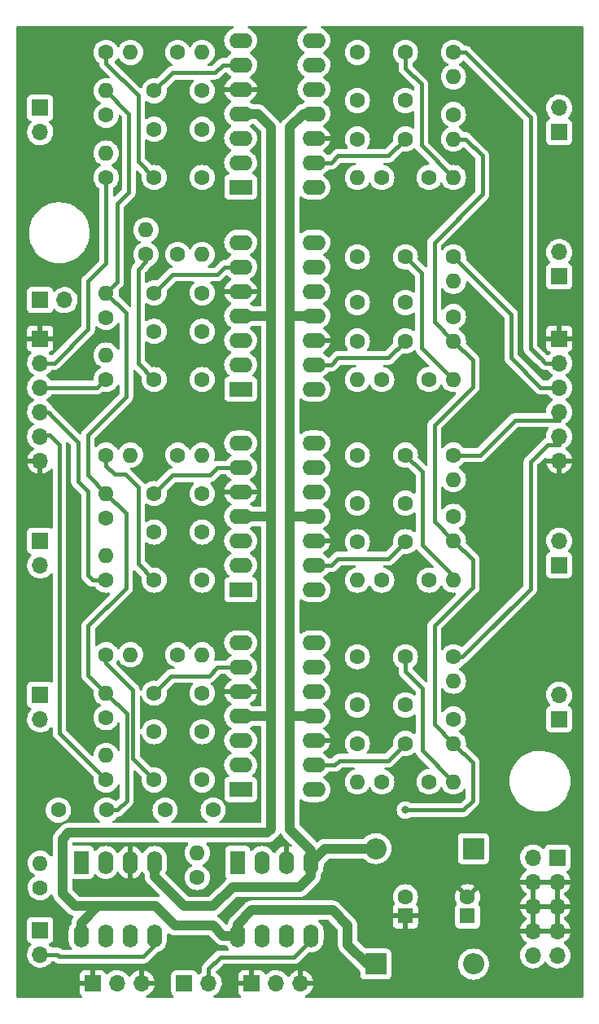
<source format=gbl>
G04 #@! TF.GenerationSoftware,KiCad,Pcbnew,(6.0.4)*
G04 #@! TF.CreationDate,2023-11-12T14:03:14+01:00*
G04 #@! TF.ProjectId,Mixer_BACK,4d697865-725f-4424-9143-4b2e6b696361,rev?*
G04 #@! TF.SameCoordinates,Original*
G04 #@! TF.FileFunction,Copper,L2,Bot*
G04 #@! TF.FilePolarity,Positive*
%FSLAX46Y46*%
G04 Gerber Fmt 4.6, Leading zero omitted, Abs format (unit mm)*
G04 Created by KiCad (PCBNEW (6.0.4)) date 2023-11-12 14:03:14*
%MOMM*%
%LPD*%
G01*
G04 APERTURE LIST*
G04 #@! TA.AperFunction,ComponentPad*
%ADD10R,1.700000X1.700000*%
G04 #@! TD*
G04 #@! TA.AperFunction,ComponentPad*
%ADD11O,1.700000X1.700000*%
G04 #@! TD*
G04 #@! TA.AperFunction,ComponentPad*
%ADD12C,1.600000*%
G04 #@! TD*
G04 #@! TA.AperFunction,ComponentPad*
%ADD13O,1.600000X1.600000*%
G04 #@! TD*
G04 #@! TA.AperFunction,ComponentPad*
%ADD14R,1.600000X2.400000*%
G04 #@! TD*
G04 #@! TA.AperFunction,ComponentPad*
%ADD15O,1.600000X2.400000*%
G04 #@! TD*
G04 #@! TA.AperFunction,ComponentPad*
%ADD16R,2.400000X1.600000*%
G04 #@! TD*
G04 #@! TA.AperFunction,ComponentPad*
%ADD17O,2.400000X1.600000*%
G04 #@! TD*
G04 #@! TA.AperFunction,ComponentPad*
%ADD18R,2.200000X2.200000*%
G04 #@! TD*
G04 #@! TA.AperFunction,ComponentPad*
%ADD19O,2.200000X2.200000*%
G04 #@! TD*
G04 #@! TA.AperFunction,ComponentPad*
%ADD20R,1.600000X1.600000*%
G04 #@! TD*
G04 #@! TA.AperFunction,ViaPad*
%ADD21C,1.000000*%
G04 #@! TD*
G04 #@! TA.AperFunction,ViaPad*
%ADD22C,0.800000*%
G04 #@! TD*
G04 #@! TA.AperFunction,Conductor*
%ADD23C,1.000000*%
G04 #@! TD*
G04 #@! TA.AperFunction,Conductor*
%ADD24C,0.400000*%
G04 #@! TD*
G04 APERTURE END LIST*
D10*
X87000000Y-79000000D03*
D11*
X87000000Y-81540000D03*
X87000000Y-84080000D03*
X87000000Y-86620000D03*
X87000000Y-89160000D03*
X87000000Y-91700000D03*
D10*
X87000000Y-75000000D03*
D11*
X89540000Y-75000000D03*
D10*
X102000000Y-146010000D03*
D11*
X104540000Y-146010000D03*
D10*
X141000000Y-72540000D03*
D11*
X141000000Y-70000000D03*
D10*
X87000000Y-55010000D03*
D11*
X87000000Y-57550000D03*
D10*
X109000000Y-146010000D03*
D11*
X111540000Y-146010000D03*
X114080000Y-146010000D03*
D10*
X141000000Y-102550000D03*
D11*
X141000000Y-100010000D03*
D10*
X92475000Y-146010000D03*
D11*
X95015000Y-146010000D03*
X97555000Y-146010000D03*
D10*
X87000000Y-116010000D03*
D11*
X87000000Y-118550000D03*
D10*
X87000000Y-100010000D03*
D11*
X87000000Y-102550000D03*
D10*
X141000000Y-118550000D03*
D11*
X141000000Y-116010000D03*
D10*
X141000000Y-57540000D03*
D11*
X141000000Y-55000000D03*
D10*
X87000000Y-140470000D03*
D11*
X87000000Y-143010000D03*
D10*
X141000000Y-79000000D03*
D11*
X141000000Y-81540000D03*
X141000000Y-84080000D03*
X141000000Y-86620000D03*
X141000000Y-89160000D03*
X141000000Y-91700000D03*
D12*
X87000000Y-136057500D03*
D13*
X87000000Y-133517500D03*
D12*
X130000000Y-112070000D03*
D13*
X130000000Y-114610000D03*
D12*
X127460000Y-62250000D03*
D13*
X130000000Y-62250000D03*
D12*
X127460000Y-104100000D03*
D13*
X130000000Y-104100000D03*
D12*
X122540000Y-125070000D03*
D13*
X120000000Y-125070000D03*
D12*
X125000000Y-79250000D03*
X120000000Y-79250000D03*
X103350000Y-135010000D03*
D13*
X103350000Y-132470000D03*
D12*
X127460000Y-125070000D03*
D13*
X130000000Y-125070000D03*
D12*
X122540000Y-104100000D03*
D13*
X120000000Y-104100000D03*
D14*
X107550000Y-133437500D03*
D15*
X110090000Y-133437500D03*
X112630000Y-133437500D03*
X115170000Y-133437500D03*
X115170000Y-141057500D03*
X112630000Y-141057500D03*
X110090000Y-141057500D03*
X107550000Y-141057500D03*
D16*
X107860000Y-125860000D03*
D17*
X107860000Y-123320000D03*
X107860000Y-120780000D03*
X107860000Y-118240000D03*
X107860000Y-115700000D03*
X107860000Y-113160000D03*
X107860000Y-110620000D03*
X115480000Y-110620000D03*
X115480000Y-113160000D03*
X115480000Y-115700000D03*
X115480000Y-118240000D03*
X115480000Y-120780000D03*
X115480000Y-123320000D03*
X115480000Y-125860000D03*
D12*
X103860000Y-57250000D03*
X98860000Y-57250000D03*
X98860000Y-124860000D03*
X103860000Y-124860000D03*
X130000000Y-49250000D03*
D13*
X130000000Y-51790000D03*
D12*
X93860000Y-104100000D03*
D13*
X93860000Y-101560000D03*
D12*
X105000000Y-128000000D03*
X100000000Y-128000000D03*
D16*
X107860000Y-84250000D03*
D17*
X107860000Y-81710000D03*
X107860000Y-79170000D03*
X107860000Y-76630000D03*
X107860000Y-74090000D03*
X107860000Y-71550000D03*
X107860000Y-69010000D03*
X115480000Y-69010000D03*
X115480000Y-71550000D03*
X115480000Y-74090000D03*
X115480000Y-76630000D03*
X115480000Y-79170000D03*
X115480000Y-81710000D03*
X115480000Y-84250000D03*
D12*
X93860000Y-118400000D03*
D13*
X93860000Y-115860000D03*
D12*
X93895000Y-128000000D03*
X88895000Y-128000000D03*
X98860000Y-115860000D03*
X103860000Y-115860000D03*
D16*
X107860000Y-105100000D03*
D17*
X107860000Y-102560000D03*
X107860000Y-100020000D03*
X107860000Y-97480000D03*
X107860000Y-94940000D03*
X107860000Y-92400000D03*
X107860000Y-89860000D03*
X115480000Y-89860000D03*
X115480000Y-92400000D03*
X115480000Y-94940000D03*
X115480000Y-97480000D03*
X115480000Y-100020000D03*
X115480000Y-102560000D03*
X115480000Y-105100000D03*
D12*
X93860000Y-62250000D03*
D13*
X93860000Y-59710000D03*
D12*
X93860000Y-76790000D03*
D13*
X93860000Y-74250000D03*
D12*
X93860000Y-124860000D03*
D13*
X93860000Y-122320000D03*
D12*
X93860000Y-49250000D03*
D13*
X96400000Y-49250000D03*
D12*
X98860000Y-95100000D03*
X103860000Y-95100000D03*
X98860000Y-53250000D03*
X103860000Y-53250000D03*
X120000000Y-96100000D03*
X125000000Y-96100000D03*
D18*
X132080000Y-132000000D03*
D19*
X121920000Y-132000000D03*
D12*
X130000000Y-76710000D03*
D13*
X130000000Y-79250000D03*
D14*
X91275000Y-133437500D03*
D15*
X93815000Y-133437500D03*
X96355000Y-133437500D03*
X98895000Y-133437500D03*
X98895000Y-141057500D03*
X96355000Y-141057500D03*
X93815000Y-141057500D03*
X91275000Y-141057500D03*
D12*
X120000000Y-70500000D03*
X125000000Y-70500000D03*
X120000000Y-117070000D03*
X125000000Y-117070000D03*
X101320000Y-91100000D03*
D13*
X103860000Y-91100000D03*
D12*
X120000000Y-91100000D03*
X125000000Y-91100000D03*
X93860000Y-83250000D03*
D13*
X93860000Y-80710000D03*
D12*
X98860000Y-104100000D03*
X103860000Y-104100000D03*
D16*
X107860000Y-63250000D03*
D17*
X107860000Y-60710000D03*
X107860000Y-58170000D03*
X107860000Y-55630000D03*
X107860000Y-53090000D03*
X107860000Y-50550000D03*
X107860000Y-48010000D03*
X115480000Y-48010000D03*
X115480000Y-50550000D03*
X115480000Y-53090000D03*
X115480000Y-55630000D03*
X115480000Y-58170000D03*
X115480000Y-60710000D03*
X115480000Y-63250000D03*
D20*
X125000000Y-139010000D03*
D12*
X125000000Y-137010000D03*
X130000000Y-55710000D03*
D13*
X130000000Y-58250000D03*
D12*
X125000000Y-100100000D03*
X120000000Y-100100000D03*
X93860000Y-55790000D03*
D13*
X93860000Y-53250000D03*
D12*
X101320000Y-49250000D03*
D13*
X103860000Y-49250000D03*
D12*
X125000000Y-121070000D03*
X120000000Y-121070000D03*
X127460000Y-83250000D03*
D13*
X130000000Y-83250000D03*
D12*
X103860000Y-119860000D03*
X98860000Y-119860000D03*
X130000000Y-70500000D03*
D13*
X130000000Y-73040000D03*
D12*
X120000000Y-75250000D03*
X125000000Y-75250000D03*
X98860000Y-83250000D03*
X103860000Y-83250000D03*
X93860000Y-97640000D03*
D13*
X93860000Y-95100000D03*
D12*
X120000000Y-49250000D03*
X125000000Y-49250000D03*
X101320000Y-70250000D03*
D13*
X103860000Y-70250000D03*
D12*
X103860000Y-78250000D03*
X98860000Y-78250000D03*
D10*
X140817500Y-132935000D03*
D11*
X138277500Y-132935000D03*
X140817500Y-135475000D03*
X138277500Y-135475000D03*
X140817500Y-138015000D03*
X138277500Y-138015000D03*
X140817500Y-140555000D03*
X138277500Y-140555000D03*
X140817500Y-143095000D03*
X138277500Y-143095000D03*
D12*
X125000000Y-58250000D03*
X120000000Y-58250000D03*
X98860000Y-62250000D03*
X103860000Y-62250000D03*
X130000000Y-118530000D03*
D13*
X130000000Y-121070000D03*
D12*
X101320000Y-111860000D03*
D13*
X103860000Y-111860000D03*
D12*
X98860000Y-74250000D03*
X103860000Y-74250000D03*
X93860000Y-111860000D03*
D13*
X96400000Y-111860000D03*
D12*
X122540000Y-83250000D03*
D13*
X120000000Y-83250000D03*
D12*
X122540000Y-62250000D03*
D13*
X120000000Y-62250000D03*
D20*
X131462500Y-139010000D03*
D12*
X131462500Y-137010000D03*
X98000000Y-70250000D03*
D13*
X98000000Y-67710000D03*
D12*
X120000000Y-54250000D03*
X125000000Y-54250000D03*
D18*
X121920000Y-144010000D03*
D19*
X132080000Y-144010000D03*
D12*
X103860000Y-99100000D03*
X98860000Y-99100000D03*
X120000000Y-112070000D03*
X125000000Y-112070000D03*
X93860000Y-91100000D03*
D13*
X96400000Y-91100000D03*
D12*
X130000000Y-97475000D03*
D13*
X130000000Y-100015000D03*
D12*
X130000000Y-91100000D03*
D13*
X130000000Y-93640000D03*
D21*
X90626422Y-115171792D03*
X128000000Y-136000000D03*
X134500000Y-101500000D03*
X98624810Y-90704252D03*
X139354217Y-51551773D03*
X101334662Y-97105718D03*
X122000000Y-109460000D03*
X91000000Y-86000000D03*
X136237204Y-57012779D03*
X134484105Y-79040704D03*
X91000000Y-105850000D03*
X134250000Y-92750000D03*
X121000000Y-87850000D03*
X136000000Y-111610000D03*
X90492551Y-98197566D03*
X118000000Y-130000000D03*
X122601760Y-119192697D03*
X128000000Y-131000000D03*
X135000000Y-73000000D03*
X128000000Y-140000000D03*
X122000000Y-66000000D03*
X134047316Y-118304345D03*
X132000000Y-87500000D03*
X101358826Y-76373724D03*
X101983355Y-126379153D03*
X90000000Y-52000000D03*
X91000000Y-81429025D03*
X128000000Y-145000000D03*
X98145486Y-51145486D03*
X103197635Y-65971514D03*
X90000000Y-60000000D03*
X122384282Y-77621115D03*
X131177108Y-108852939D03*
X97000000Y-108460000D03*
X122656129Y-98370352D03*
X112000000Y-49000000D03*
X122601760Y-56178183D03*
X104000000Y-87000000D03*
X101343285Y-117779090D03*
X101397655Y-55090793D03*
X104000000Y-109460000D03*
X98002555Y-64980175D03*
D22*
X125000000Y-128000000D03*
D23*
X105000000Y-140000000D02*
X101000000Y-140000000D01*
X106057500Y-141057500D02*
X105000000Y-140000000D01*
X111000000Y-130000000D02*
X111000000Y-118185399D01*
X89315857Y-130979530D02*
X89930946Y-130364441D01*
X111000000Y-97513370D02*
X111000000Y-76542109D01*
X99000000Y-138000000D02*
X93000000Y-138000000D01*
X111000000Y-76542109D02*
X111000000Y-57000000D01*
X107860000Y-76630000D02*
X110912109Y-76630000D01*
X110912109Y-76630000D02*
X111000000Y-76542109D01*
X110945399Y-118240000D02*
X111000000Y-118185399D01*
X110635559Y-130364441D02*
X111000000Y-130000000D01*
X111000000Y-57000000D02*
X109630000Y-55630000D01*
X101000000Y-140000000D02*
X99000000Y-138000000D01*
X107860000Y-118240000D02*
X110945399Y-118240000D01*
X89930946Y-130364441D02*
X110635559Y-130364441D01*
X121010000Y-144010000D02*
X119000000Y-142000000D01*
X117410489Y-138410489D02*
X109017892Y-138410489D01*
X119000000Y-140000000D02*
X117410489Y-138410489D01*
X89315857Y-136684143D02*
X89315857Y-130979530D01*
X107550000Y-139878381D02*
X107550000Y-141057500D01*
X110966630Y-97480000D02*
X111000000Y-97513370D01*
X107860000Y-97480000D02*
X110966630Y-97480000D01*
X119000000Y-142000000D02*
X119000000Y-140000000D01*
X90631714Y-138000000D02*
X89315857Y-136684143D01*
X93000000Y-138000000D02*
X91275000Y-139725000D01*
X91275000Y-139725000D02*
X91275000Y-141057500D01*
X109017892Y-138410489D02*
X107550000Y-139878381D01*
X93000000Y-138000000D02*
X90631714Y-138000000D01*
X111000000Y-118185399D02*
X111000000Y-97513370D01*
X121920000Y-144010000D02*
X121010000Y-144010000D01*
X107550000Y-141057500D02*
X106057500Y-141057500D01*
X109630000Y-55630000D02*
X107860000Y-55630000D01*
X115170000Y-133437500D02*
X115170000Y-134830000D01*
X116607500Y-132000000D02*
X115170000Y-133437500D01*
X113006742Y-76630000D02*
X113000000Y-76636742D01*
X107000000Y-136000000D02*
X105000000Y-138000000D01*
X115480000Y-118240000D02*
X113109585Y-118240000D01*
X113109585Y-118240000D02*
X113000000Y-118130415D01*
X105000000Y-138000000D02*
X102000000Y-138000000D01*
X114370000Y-55630000D02*
X115480000Y-55630000D01*
X98895000Y-134895000D02*
X98895000Y-133437500D01*
X114000000Y-136000000D02*
X107000000Y-136000000D01*
X113000000Y-57000000D02*
X114370000Y-55630000D01*
X113000000Y-76636742D02*
X113000000Y-57000000D01*
X115170000Y-134830000D02*
X114000000Y-136000000D01*
X121920000Y-132000000D02*
X118010000Y-132000000D01*
X113021613Y-97480000D02*
X113000000Y-97458387D01*
X113000000Y-118130415D02*
X113000000Y-97458387D01*
X113000000Y-130000000D02*
X113000000Y-118130415D01*
X118010000Y-132000000D02*
X116607500Y-132000000D01*
X113000000Y-97458387D02*
X113000000Y-76636742D01*
X102000000Y-138000000D02*
X98895000Y-134895000D01*
X115170000Y-132170000D02*
X113000000Y-130000000D01*
X115480000Y-76630000D02*
X113006742Y-76630000D01*
X115480000Y-97480000D02*
X113021613Y-97480000D01*
X115170000Y-133437500D02*
X115170000Y-132170000D01*
D24*
X97198944Y-60588944D02*
X97198944Y-53752062D01*
X97198944Y-53752062D02*
X93860000Y-50413118D01*
X93860000Y-50413118D02*
X93860000Y-49250000D01*
X98860000Y-62250000D02*
X97198944Y-60588944D01*
X97198944Y-102438944D02*
X97198944Y-94457038D01*
X95845748Y-93103842D02*
X94732472Y-93103842D01*
X94732472Y-93103842D02*
X93860000Y-92231370D01*
X98860000Y-104100000D02*
X97198944Y-102438944D01*
X93860000Y-92231370D02*
X93860000Y-91100000D01*
X97198944Y-94457038D02*
X95845748Y-93103842D01*
X105450000Y-92400000D02*
X107860000Y-92400000D01*
X100752292Y-93207708D02*
X104642292Y-93207708D01*
X98860000Y-95100000D02*
X100752292Y-93207708D01*
X104642292Y-93207708D02*
X105450000Y-92400000D01*
X93860000Y-112736912D02*
X93860000Y-111860000D01*
X96636198Y-115513110D02*
X93860000Y-112736912D01*
X98860000Y-124860000D02*
X96636198Y-122636198D01*
X96636198Y-122636198D02*
X96636198Y-115513110D01*
X130000000Y-62250000D02*
X126644379Y-58894379D01*
X126644379Y-58894379D02*
X126644379Y-52550533D01*
X125000000Y-50906154D02*
X125000000Y-49250000D01*
X126644379Y-52550533D02*
X125000000Y-50906154D01*
X126692707Y-79942707D02*
X126692707Y-72192707D01*
X126692707Y-72192707D02*
X125000000Y-70500000D01*
X130000000Y-83250000D02*
X126692707Y-79942707D01*
X130000000Y-104100000D02*
X130000000Y-103687068D01*
X130000000Y-103687068D02*
X126770262Y-100457330D01*
X126770262Y-92870262D02*
X125000000Y-91100000D01*
X126770262Y-99079738D02*
X126770262Y-92870262D01*
X126770262Y-100457330D02*
X126770262Y-99079738D01*
X125000000Y-113610000D02*
X125000000Y-112070000D01*
X126757145Y-121827145D02*
X126757145Y-115367145D01*
X130000000Y-125070000D02*
X126757145Y-121827145D01*
X126757145Y-115367145D02*
X125000000Y-113610000D01*
X117290000Y-60710000D02*
X118000000Y-60000000D01*
X118000000Y-60000000D02*
X123250000Y-60000000D01*
X123250000Y-60000000D02*
X125000000Y-58250000D01*
X115480000Y-60710000D02*
X117290000Y-60710000D01*
X118000000Y-81000000D02*
X123250000Y-81000000D01*
X123250000Y-81000000D02*
X125000000Y-79250000D01*
X115480000Y-81710000D02*
X117290000Y-81710000D01*
X117290000Y-81710000D02*
X118000000Y-81000000D01*
X118000000Y-101850000D02*
X123250000Y-101850000D01*
X115480000Y-102560000D02*
X117290000Y-102560000D01*
X123250000Y-101850000D02*
X125000000Y-100100000D01*
X117290000Y-102560000D02*
X118000000Y-101850000D01*
X123214215Y-122855785D02*
X125000000Y-121070000D01*
X118111719Y-122855785D02*
X123214215Y-122855785D01*
X117647504Y-123320000D02*
X118111719Y-122855785D01*
X115480000Y-123320000D02*
X117647504Y-123320000D01*
X132000000Y-104850000D02*
X128000000Y-108850000D01*
X132000000Y-102015000D02*
X132000000Y-104850000D01*
X128000000Y-88000000D02*
X132000000Y-84000000D01*
X130000000Y-79250000D02*
X128000000Y-77250000D01*
X132000000Y-127010000D02*
X131990000Y-127010000D01*
X128000000Y-69000000D02*
X133000000Y-64000000D01*
X128000000Y-98015000D02*
X128000000Y-88000000D01*
X128000000Y-77250000D02*
X128000000Y-69000000D01*
X132000000Y-81250000D02*
X130000000Y-79250000D01*
X128000000Y-119070000D02*
X130000000Y-121070000D01*
X132000000Y-127010000D02*
X132000000Y-123070000D01*
X131990000Y-127010000D02*
X131000000Y-128000000D01*
X133000000Y-64000000D02*
X133000000Y-60000000D01*
X128000000Y-108850000D02*
X128000000Y-119070000D01*
X130000000Y-100015000D02*
X128000000Y-98015000D01*
X132000000Y-123070000D02*
X130000000Y-121070000D01*
X131250000Y-58250000D02*
X130000000Y-58250000D01*
X133000000Y-60000000D02*
X131250000Y-58250000D01*
X132000000Y-84000000D02*
X132000000Y-81250000D01*
X130000000Y-100015000D02*
X132000000Y-102015000D01*
X131000000Y-128000000D02*
X125000000Y-128000000D01*
X97198944Y-81588944D02*
X97198944Y-71801056D01*
X97198944Y-71801056D02*
X98000000Y-71000000D01*
X98860000Y-83250000D02*
X97198944Y-81588944D01*
X98000000Y-71000000D02*
X98000000Y-70250000D01*
X100751683Y-51358317D02*
X105205972Y-51358317D01*
X106014289Y-50550000D02*
X107860000Y-50550000D01*
X98860000Y-53250000D02*
X100751683Y-51358317D01*
X105205972Y-51358317D02*
X106014289Y-50550000D01*
X107860000Y-71550000D02*
X106191322Y-71550000D01*
X106191322Y-71550000D02*
X105401743Y-72339579D01*
X100770421Y-72339579D02*
X105401743Y-72339579D01*
X98860000Y-74250000D02*
X100770421Y-72339579D01*
X105450000Y-113160000D02*
X104549054Y-114060946D01*
X107860000Y-113160000D02*
X105450000Y-113160000D01*
X100614868Y-114105132D02*
X98860000Y-115860000D01*
X104549054Y-114060946D02*
X100614868Y-114060946D01*
X100614868Y-114060946D02*
X100614868Y-114105132D01*
X91955308Y-93195308D02*
X93860000Y-95100000D01*
X95966568Y-85033432D02*
X91955308Y-89044692D01*
X91955308Y-89044692D02*
X91955308Y-93195308D01*
X93860000Y-115860000D02*
X92000000Y-114000000D01*
X95966568Y-76356568D02*
X95966568Y-85033432D01*
X95000000Y-73110000D02*
X93860000Y-74250000D01*
X96232375Y-55622375D02*
X96232375Y-63767625D01*
X93860000Y-74250000D02*
X95966568Y-76356568D01*
X93860000Y-115860000D02*
X96000000Y-118000000D01*
X96000000Y-118000000D02*
X96000000Y-127000000D01*
X95000000Y-65000000D02*
X95000000Y-73110000D01*
X95942404Y-97182404D02*
X93860000Y-95100000D01*
X95000000Y-128000000D02*
X93895000Y-128000000D01*
X92000000Y-108850000D02*
X95942404Y-104907596D01*
X92000000Y-114000000D02*
X92000000Y-108850000D01*
X96232375Y-63767625D02*
X95000000Y-65000000D01*
X95942404Y-104907596D02*
X95942404Y-97182404D01*
X93860000Y-53250000D02*
X96232375Y-55622375D01*
X96000000Y-127000000D02*
X95000000Y-128000000D01*
X88994369Y-143242375D02*
X88761994Y-143010000D01*
X98895000Y-142065028D02*
X97717653Y-143242375D01*
X97717653Y-143242375D02*
X88994369Y-143242375D01*
X98895000Y-141057500D02*
X98895000Y-142065028D01*
X87000000Y-143010000D02*
X88761994Y-143010000D01*
X115170000Y-141057500D02*
X115170000Y-141508112D01*
X105726139Y-143283861D02*
X104540000Y-144470000D01*
X104540000Y-144470000D02*
X104540000Y-146010000D01*
X113394251Y-143283861D02*
X105726139Y-143283861D01*
X115170000Y-141508112D02*
X113394251Y-143283861D01*
X93750000Y-83250000D02*
X92920000Y-84080000D01*
X93860000Y-83250000D02*
X93750000Y-83250000D01*
X92920000Y-84080000D02*
X87000000Y-84080000D01*
X90927507Y-89777507D02*
X87948461Y-86798461D01*
X87805714Y-86620000D02*
X87000000Y-86620000D01*
X91985102Y-94869354D02*
X91985102Y-103599090D01*
X92486012Y-104100000D02*
X93860000Y-104100000D01*
X87948461Y-86762747D02*
X87805714Y-86620000D01*
X87948461Y-86798461D02*
X87948461Y-86762747D01*
X91985102Y-103599090D02*
X92486012Y-104100000D01*
X90927507Y-93811759D02*
X91985102Y-94869354D01*
X90927507Y-89777507D02*
X90927507Y-93811759D01*
X87160000Y-89000000D02*
X87000000Y-89160000D01*
X88000000Y-89000000D02*
X87160000Y-89000000D01*
X89000000Y-120000000D02*
X89000000Y-90000000D01*
X93860000Y-124860000D02*
X89000000Y-120000000D01*
X89000000Y-90000000D02*
X88000000Y-89000000D01*
X88460000Y-81540000D02*
X87000000Y-81540000D01*
X92000000Y-73000000D02*
X92000000Y-78000000D01*
X93860000Y-71140000D02*
X92000000Y-73000000D01*
X93860000Y-62250000D02*
X93860000Y-71140000D01*
X92000000Y-78000000D02*
X88460000Y-81540000D01*
X130940000Y-112070000D02*
X130000000Y-112070000D01*
X138000000Y-105010000D02*
X134005000Y-109005000D01*
X132540000Y-110460000D02*
X132540000Y-110470000D01*
X138000000Y-105000000D02*
X133995000Y-109005000D01*
X138000000Y-91850000D02*
X138000000Y-105010000D01*
X134005000Y-109005000D02*
X133995000Y-109005000D01*
X132540000Y-110470000D02*
X130940000Y-112070000D01*
X133995000Y-109005000D02*
X132540000Y-110460000D01*
X139840000Y-90010000D02*
X138000000Y-91850000D01*
X141000000Y-90010000D02*
X139840000Y-90010000D01*
X132750000Y-91100000D02*
X130000000Y-91100000D01*
X136380000Y-87470000D02*
X141000000Y-87470000D01*
X132750000Y-91100000D02*
X136380000Y-87470000D01*
X141000000Y-84080000D02*
X139080000Y-84080000D01*
X136000000Y-81000000D02*
X136000000Y-76500000D01*
X136000000Y-76500000D02*
X130000000Y-70500000D01*
X139080000Y-84080000D02*
X136000000Y-81000000D01*
X138000000Y-80000000D02*
X139005000Y-81005000D01*
X139540000Y-81540000D02*
X141000000Y-81540000D01*
X139005000Y-81005000D02*
X139540000Y-81540000D01*
X131250000Y-49250000D02*
X130000000Y-49250000D01*
X138995000Y-81005000D02*
X139005000Y-81005000D01*
X138000000Y-56000000D02*
X138000000Y-80010000D01*
X138000000Y-56000000D02*
X131250000Y-49250000D01*
X138000000Y-80010000D02*
X138995000Y-81005000D01*
G04 #@! TA.AperFunction,Conductor*
G36*
X143433621Y-46538502D02*
G01*
X143480114Y-46592158D01*
X143491500Y-46644500D01*
X143491500Y-147375500D01*
X143471498Y-147443621D01*
X143417842Y-147490114D01*
X143365500Y-147501500D01*
X114666025Y-147501500D01*
X114597904Y-147481498D01*
X114551411Y-147427842D01*
X114541307Y-147357568D01*
X114570801Y-147292988D01*
X114610592Y-147262349D01*
X114773095Y-147182739D01*
X114781945Y-147177464D01*
X114955328Y-147053792D01*
X114963200Y-147047139D01*
X115114052Y-146896812D01*
X115120730Y-146888965D01*
X115245003Y-146716020D01*
X115250313Y-146707183D01*
X115344670Y-146516267D01*
X115348469Y-146506672D01*
X115410377Y-146302910D01*
X115412555Y-146292837D01*
X115413986Y-146281962D01*
X115411775Y-146267778D01*
X115398617Y-146264000D01*
X113952000Y-146264000D01*
X113883879Y-146243998D01*
X113837386Y-146190342D01*
X113826000Y-146138000D01*
X113826000Y-145737885D01*
X114334000Y-145737885D01*
X114338475Y-145753124D01*
X114339865Y-145754329D01*
X114347548Y-145756000D01*
X115398344Y-145756000D01*
X115411875Y-145752027D01*
X115413180Y-145742947D01*
X115371214Y-145575875D01*
X115367894Y-145566124D01*
X115282972Y-145370814D01*
X115278105Y-145361739D01*
X115162426Y-145182926D01*
X115156136Y-145174757D01*
X115012806Y-145017240D01*
X115005273Y-145010215D01*
X114838139Y-144878222D01*
X114829552Y-144872517D01*
X114643117Y-144769599D01*
X114633705Y-144765369D01*
X114432959Y-144694280D01*
X114422988Y-144691646D01*
X114351837Y-144678972D01*
X114338540Y-144680432D01*
X114334000Y-144694989D01*
X114334000Y-145737885D01*
X113826000Y-145737885D01*
X113826000Y-144693102D01*
X113822082Y-144679758D01*
X113807806Y-144677771D01*
X113769324Y-144683660D01*
X113759288Y-144686051D01*
X113556868Y-144752212D01*
X113547359Y-144756209D01*
X113358463Y-144854542D01*
X113349738Y-144860036D01*
X113179433Y-144987905D01*
X113171726Y-144994748D01*
X113024590Y-145148717D01*
X113018109Y-145156722D01*
X112913498Y-145310074D01*
X112858587Y-145355076D01*
X112788062Y-145363247D01*
X112724315Y-145331993D01*
X112703618Y-145307509D01*
X112622822Y-145182617D01*
X112622820Y-145182614D01*
X112620014Y-145178277D01*
X112469670Y-145013051D01*
X112465619Y-145009852D01*
X112465615Y-145009848D01*
X112298414Y-144877800D01*
X112298410Y-144877798D01*
X112294359Y-144874598D01*
X112258028Y-144854542D01*
X112166970Y-144804276D01*
X112098789Y-144766638D01*
X112093920Y-144764914D01*
X112093916Y-144764912D01*
X111893087Y-144693795D01*
X111893083Y-144693794D01*
X111888212Y-144692069D01*
X111883119Y-144691162D01*
X111883116Y-144691161D01*
X111673373Y-144653800D01*
X111673367Y-144653799D01*
X111668284Y-144652894D01*
X111594452Y-144651992D01*
X111450081Y-144650228D01*
X111450079Y-144650228D01*
X111444911Y-144650165D01*
X111224091Y-144683955D01*
X111011756Y-144753357D01*
X110813607Y-144856507D01*
X110809474Y-144859610D01*
X110809471Y-144859612D01*
X110677930Y-144958376D01*
X110634965Y-144990635D01*
X110631393Y-144994373D01*
X110553898Y-145075466D01*
X110492374Y-145110895D01*
X110421462Y-145107438D01*
X110363676Y-145066192D01*
X110344823Y-145032644D01*
X110303324Y-144921946D01*
X110294786Y-144906351D01*
X110218285Y-144804276D01*
X110205724Y-144791715D01*
X110103649Y-144715214D01*
X110088054Y-144706676D01*
X109967606Y-144661522D01*
X109952351Y-144657895D01*
X109901486Y-144652369D01*
X109894672Y-144652000D01*
X109272115Y-144652000D01*
X109256876Y-144656475D01*
X109255671Y-144657865D01*
X109254000Y-144665548D01*
X109254000Y-146138000D01*
X109233998Y-146206121D01*
X109180342Y-146252614D01*
X109128000Y-146264000D01*
X107660116Y-146264000D01*
X107644877Y-146268475D01*
X107643672Y-146269865D01*
X107642001Y-146277548D01*
X107642001Y-146904669D01*
X107642371Y-146911490D01*
X107647895Y-146962352D01*
X107651521Y-146977604D01*
X107696676Y-147098054D01*
X107705214Y-147113649D01*
X107781715Y-147215724D01*
X107794276Y-147228285D01*
X107856173Y-147274674D01*
X107898688Y-147331533D01*
X107903714Y-147402351D01*
X107869654Y-147464645D01*
X107807323Y-147498635D01*
X107780608Y-147501500D01*
X105127160Y-147501500D01*
X105059039Y-147481498D01*
X105012546Y-147427842D01*
X105002442Y-147357568D01*
X105031936Y-147292988D01*
X105071728Y-147262349D01*
X105233346Y-147183173D01*
X105237994Y-147180896D01*
X105419860Y-147051173D01*
X105578096Y-146893489D01*
X105708453Y-146712077D01*
X105721995Y-146684678D01*
X105805136Y-146516453D01*
X105805137Y-146516451D01*
X105807430Y-146511811D01*
X105872370Y-146298069D01*
X105901529Y-146076590D01*
X105903156Y-146010000D01*
X105884852Y-145787361D01*
X105872424Y-145737885D01*
X107642000Y-145737885D01*
X107646475Y-145753124D01*
X107647865Y-145754329D01*
X107655548Y-145756000D01*
X108727885Y-145756000D01*
X108743124Y-145751525D01*
X108744329Y-145750135D01*
X108746000Y-145742452D01*
X108746000Y-144670116D01*
X108741525Y-144654877D01*
X108740135Y-144653672D01*
X108732452Y-144652001D01*
X108105331Y-144652001D01*
X108098510Y-144652371D01*
X108047648Y-144657895D01*
X108032396Y-144661521D01*
X107911946Y-144706676D01*
X107896351Y-144715214D01*
X107794276Y-144791715D01*
X107781715Y-144804276D01*
X107705214Y-144906351D01*
X107696676Y-144921946D01*
X107651522Y-145042394D01*
X107647895Y-145057649D01*
X107642369Y-145108514D01*
X107642000Y-145115328D01*
X107642000Y-145737885D01*
X105872424Y-145737885D01*
X105830431Y-145570702D01*
X105741354Y-145365840D01*
X105620014Y-145178277D01*
X105469670Y-145013051D01*
X105465619Y-145009852D01*
X105465615Y-145009848D01*
X105317822Y-144893128D01*
X105276759Y-144835211D01*
X105273527Y-144764288D01*
X105306819Y-144705151D01*
X105982704Y-144029266D01*
X106045016Y-143995240D01*
X106071799Y-143992361D01*
X113365339Y-143992361D01*
X113373909Y-143992653D01*
X113424027Y-143996070D01*
X113424031Y-143996070D01*
X113431603Y-143996586D01*
X113439080Y-143995281D01*
X113439081Y-143995281D01*
X113465559Y-143990660D01*
X113494554Y-143985599D01*
X113501072Y-143984638D01*
X113564493Y-143976963D01*
X113571594Y-143974280D01*
X113574203Y-143973639D01*
X113590513Y-143969176D01*
X113593049Y-143968411D01*
X113600535Y-143967104D01*
X113659051Y-143941417D01*
X113665155Y-143938926D01*
X113679100Y-143933657D01*
X113697140Y-143926840D01*
X113717799Y-143919034D01*
X113717800Y-143919033D01*
X113724907Y-143916348D01*
X113731170Y-143912044D01*
X113733536Y-143910807D01*
X113748348Y-143902562D01*
X113750602Y-143901229D01*
X113757556Y-143898176D01*
X113808253Y-143859274D01*
X113813583Y-143855402D01*
X113859971Y-143823522D01*
X113859976Y-143823517D01*
X113866232Y-143819218D01*
X113907687Y-143772690D01*
X113912650Y-143767432D01*
X114888531Y-142791552D01*
X114950841Y-142757528D01*
X114988605Y-142755128D01*
X115170000Y-142770998D01*
X115398087Y-142751043D01*
X115403400Y-142749619D01*
X115403402Y-142749619D01*
X115613933Y-142693207D01*
X115613935Y-142693206D01*
X115619243Y-142691784D01*
X115643335Y-142680550D01*
X115821762Y-142597349D01*
X115821767Y-142597346D01*
X115826749Y-142595023D01*
X115949969Y-142508743D01*
X116009789Y-142466857D01*
X116009792Y-142466855D01*
X116014300Y-142463698D01*
X116176198Y-142301800D01*
X116186585Y-142286967D01*
X116257843Y-142185199D01*
X116307523Y-142114249D01*
X116309847Y-142109265D01*
X116309849Y-142109262D01*
X116401961Y-141911725D01*
X116401961Y-141911724D01*
X116404284Y-141906743D01*
X116406340Y-141899072D01*
X116462119Y-141690902D01*
X116462119Y-141690900D01*
X116463543Y-141685587D01*
X116473944Y-141566705D01*
X116478262Y-141517351D01*
X116478262Y-141517344D01*
X116478500Y-141514627D01*
X116478500Y-140600373D01*
X116463543Y-140429413D01*
X116433690Y-140318000D01*
X116405707Y-140213567D01*
X116405706Y-140213565D01*
X116404284Y-140208257D01*
X116401961Y-140203275D01*
X116309849Y-140005738D01*
X116309846Y-140005733D01*
X116307523Y-140000751D01*
X116234098Y-139895889D01*
X116179357Y-139817711D01*
X116179355Y-139817708D01*
X116176198Y-139813200D01*
X116014300Y-139651302D01*
X116009789Y-139648143D01*
X116005576Y-139644608D01*
X116006305Y-139643739D01*
X115965544Y-139592742D01*
X115958236Y-139522122D01*
X115990269Y-139458763D01*
X116051471Y-139422779D01*
X116082144Y-139418989D01*
X116940564Y-139418989D01*
X117008685Y-139438991D01*
X117029654Y-139455889D01*
X117954596Y-140380830D01*
X117988620Y-140443141D01*
X117991500Y-140469924D01*
X117991500Y-141938157D01*
X117990763Y-141951764D01*
X117986676Y-141989388D01*
X117988746Y-142013051D01*
X117991050Y-142039388D01*
X117991379Y-142044214D01*
X117991500Y-142046686D01*
X117991500Y-142049769D01*
X117991801Y-142052837D01*
X117995690Y-142092506D01*
X117995812Y-142093819D01*
X117997600Y-142114249D01*
X118003913Y-142186413D01*
X118005400Y-142191532D01*
X118005920Y-142196833D01*
X118032791Y-142285834D01*
X118033126Y-142286967D01*
X118056335Y-142366849D01*
X118059091Y-142376336D01*
X118061544Y-142381068D01*
X118063084Y-142386169D01*
X118065978Y-142391612D01*
X118106731Y-142468260D01*
X118107343Y-142469426D01*
X118140585Y-142533554D01*
X118150108Y-142551926D01*
X118153431Y-142556089D01*
X118155934Y-142560796D01*
X118214755Y-142632918D01*
X118215446Y-142633774D01*
X118246738Y-142672973D01*
X118249242Y-142675477D01*
X118249884Y-142676195D01*
X118253585Y-142680528D01*
X118280935Y-142714062D01*
X118285682Y-142717989D01*
X118285684Y-142717991D01*
X118316262Y-142743287D01*
X118325042Y-142751277D01*
X120253145Y-144679379D01*
X120262246Y-144689521D01*
X120283696Y-144716199D01*
X120310793Y-144781821D01*
X120311500Y-144795152D01*
X120311500Y-145158134D01*
X120318255Y-145220316D01*
X120369385Y-145356705D01*
X120456739Y-145473261D01*
X120573295Y-145560615D01*
X120709684Y-145611745D01*
X120771866Y-145618500D01*
X123068134Y-145618500D01*
X123130316Y-145611745D01*
X123266705Y-145560615D01*
X123383261Y-145473261D01*
X123470615Y-145356705D01*
X123521745Y-145220316D01*
X123528500Y-145158134D01*
X123528500Y-144010000D01*
X130466526Y-144010000D01*
X130486391Y-144262403D01*
X130487545Y-144267210D01*
X130487546Y-144267216D01*
X130508826Y-144355852D01*
X130545495Y-144508591D01*
X130547388Y-144513162D01*
X130547389Y-144513164D01*
X130632660Y-144719025D01*
X130642384Y-144742502D01*
X130774672Y-144958376D01*
X130939102Y-145150898D01*
X131131624Y-145315328D01*
X131347498Y-145447616D01*
X131352068Y-145449509D01*
X131352072Y-145449511D01*
X131422401Y-145478642D01*
X131581409Y-145544505D01*
X131648513Y-145560615D01*
X131822784Y-145602454D01*
X131822790Y-145602455D01*
X131827597Y-145603609D01*
X132080000Y-145623474D01*
X132332403Y-145603609D01*
X132337210Y-145602455D01*
X132337216Y-145602454D01*
X132511487Y-145560615D01*
X132578591Y-145544505D01*
X132737599Y-145478642D01*
X132807928Y-145449511D01*
X132807932Y-145449509D01*
X132812502Y-145447616D01*
X133028376Y-145315328D01*
X133220898Y-145150898D01*
X133385328Y-144958376D01*
X133517616Y-144742502D01*
X133527341Y-144719025D01*
X133612611Y-144513164D01*
X133612612Y-144513162D01*
X133614505Y-144508591D01*
X133651174Y-144355852D01*
X133672454Y-144267216D01*
X133672455Y-144267210D01*
X133673609Y-144262403D01*
X133693474Y-144010000D01*
X133673609Y-143757597D01*
X133666624Y-143728499D01*
X133633819Y-143591857D01*
X133614505Y-143511409D01*
X133612611Y-143506836D01*
X133519511Y-143282072D01*
X133519509Y-143282068D01*
X133517616Y-143277498D01*
X133385372Y-143061695D01*
X136914751Y-143061695D01*
X136915048Y-143066848D01*
X136915048Y-143066851D01*
X136920511Y-143161590D01*
X136927610Y-143284715D01*
X136928747Y-143289761D01*
X136928748Y-143289767D01*
X136948619Y-143377939D01*
X136976722Y-143502639D01*
X137060766Y-143709616D01*
X137098366Y-143770974D01*
X137174791Y-143895688D01*
X137177487Y-143900088D01*
X137323750Y-144068938D01*
X137495626Y-144211632D01*
X137688500Y-144324338D01*
X137897192Y-144404030D01*
X137902260Y-144405061D01*
X137902263Y-144405062D01*
X138001176Y-144425186D01*
X138116097Y-144448567D01*
X138121272Y-144448757D01*
X138121274Y-144448757D01*
X138334173Y-144456564D01*
X138334177Y-144456564D01*
X138339337Y-144456753D01*
X138344457Y-144456097D01*
X138344459Y-144456097D01*
X138555788Y-144429025D01*
X138555789Y-144429025D01*
X138560916Y-144428368D01*
X138571522Y-144425186D01*
X138769929Y-144365661D01*
X138769934Y-144365659D01*
X138774884Y-144364174D01*
X138975494Y-144265896D01*
X139157360Y-144136173D01*
X139166935Y-144126632D01*
X139295361Y-143998653D01*
X139315596Y-143978489D01*
X139325972Y-143964050D01*
X139445953Y-143797077D01*
X139447276Y-143798028D01*
X139494145Y-143754857D01*
X139564080Y-143742625D01*
X139629526Y-143770144D01*
X139657375Y-143801994D01*
X139717487Y-143900088D01*
X139863750Y-144068938D01*
X140035626Y-144211632D01*
X140228500Y-144324338D01*
X140437192Y-144404030D01*
X140442260Y-144405061D01*
X140442263Y-144405062D01*
X140541176Y-144425186D01*
X140656097Y-144448567D01*
X140661272Y-144448757D01*
X140661274Y-144448757D01*
X140874173Y-144456564D01*
X140874177Y-144456564D01*
X140879337Y-144456753D01*
X140884457Y-144456097D01*
X140884459Y-144456097D01*
X141095788Y-144429025D01*
X141095789Y-144429025D01*
X141100916Y-144428368D01*
X141111522Y-144425186D01*
X141309929Y-144365661D01*
X141309934Y-144365659D01*
X141314884Y-144364174D01*
X141515494Y-144265896D01*
X141697360Y-144136173D01*
X141706935Y-144126632D01*
X141835361Y-143998653D01*
X141855596Y-143978489D01*
X141865972Y-143964050D01*
X141982935Y-143801277D01*
X141985953Y-143797077D01*
X141998006Y-143772691D01*
X142082636Y-143601453D01*
X142082637Y-143601451D01*
X142084930Y-143596811D01*
X142149870Y-143383069D01*
X142179029Y-143161590D01*
X142180656Y-143095000D01*
X142162352Y-142872361D01*
X142107931Y-142655702D01*
X142018854Y-142450840D01*
X141940003Y-142328955D01*
X141900322Y-142267617D01*
X141900320Y-142267614D01*
X141897514Y-142263277D01*
X141747170Y-142098051D01*
X141743119Y-142094852D01*
X141743115Y-142094848D01*
X141575914Y-141962800D01*
X141575910Y-141962798D01*
X141571859Y-141959598D01*
X141530069Y-141936529D01*
X141480098Y-141886097D01*
X141465326Y-141816654D01*
X141490442Y-141750248D01*
X141517794Y-141723641D01*
X141692828Y-141598792D01*
X141700700Y-141592139D01*
X141851552Y-141441812D01*
X141858230Y-141433965D01*
X141982503Y-141261020D01*
X141987813Y-141252183D01*
X142082170Y-141061267D01*
X142085969Y-141051672D01*
X142147877Y-140847910D01*
X142150055Y-140837837D01*
X142151486Y-140826962D01*
X142149275Y-140812778D01*
X142136117Y-140809000D01*
X136960725Y-140809000D01*
X136947194Y-140812973D01*
X136945757Y-140822966D01*
X136976065Y-140957446D01*
X136979145Y-140967275D01*
X137059270Y-141164603D01*
X137063913Y-141173794D01*
X137175194Y-141355388D01*
X137181277Y-141363699D01*
X137320713Y-141524667D01*
X137328080Y-141531883D01*
X137491934Y-141667916D01*
X137500381Y-141673831D01*
X137569469Y-141714203D01*
X137618193Y-141765842D01*
X137631264Y-141835625D01*
X137604533Y-141901396D01*
X137564084Y-141934752D01*
X137551107Y-141941507D01*
X137546974Y-141944610D01*
X137546971Y-141944612D01*
X137378806Y-142070874D01*
X137372465Y-142075635D01*
X137218129Y-142237138D01*
X137215220Y-142241403D01*
X137215214Y-142241411D01*
X137172525Y-142303991D01*
X137092243Y-142421680D01*
X137070357Y-142468829D01*
X137010701Y-142597349D01*
X136998188Y-142624305D01*
X136938489Y-142839570D01*
X136914751Y-143061695D01*
X133385372Y-143061695D01*
X133385328Y-143061624D01*
X133220898Y-142869102D01*
X133028376Y-142704672D01*
X132812502Y-142572384D01*
X132807932Y-142570491D01*
X132807928Y-142570489D01*
X132583164Y-142477389D01*
X132583162Y-142477388D01*
X132578591Y-142475495D01*
X132457784Y-142446492D01*
X132337216Y-142417546D01*
X132337210Y-142417545D01*
X132332403Y-142416391D01*
X132080000Y-142396526D01*
X131827597Y-142416391D01*
X131822790Y-142417545D01*
X131822784Y-142417546D01*
X131702216Y-142446492D01*
X131581409Y-142475495D01*
X131576838Y-142477388D01*
X131576836Y-142477389D01*
X131352072Y-142570489D01*
X131352068Y-142570491D01*
X131347498Y-142572384D01*
X131131624Y-142704672D01*
X130939102Y-142869102D01*
X130774672Y-143061624D01*
X130642384Y-143277498D01*
X130640491Y-143282068D01*
X130640489Y-143282072D01*
X130547389Y-143506836D01*
X130545495Y-143511409D01*
X130526181Y-143591857D01*
X130493377Y-143728499D01*
X130486391Y-143757597D01*
X130466526Y-144010000D01*
X123528500Y-144010000D01*
X123528500Y-142861866D01*
X123521745Y-142799684D01*
X123470615Y-142663295D01*
X123383261Y-142546739D01*
X123266705Y-142459385D01*
X123130316Y-142408255D01*
X123068134Y-142401500D01*
X120879926Y-142401500D01*
X120811805Y-142381498D01*
X120790831Y-142364596D01*
X120045405Y-141619171D01*
X120011380Y-141556858D01*
X120008500Y-141530075D01*
X120008500Y-140061843D01*
X120009237Y-140048236D01*
X120012659Y-140016738D01*
X120012659Y-140016733D01*
X120013324Y-140010612D01*
X120008950Y-139960612D01*
X120008621Y-139955786D01*
X120008500Y-139953314D01*
X120008500Y-139950231D01*
X120006282Y-139927606D01*
X120004310Y-139907494D01*
X120004188Y-139906181D01*
X119999681Y-139854669D01*
X123692001Y-139854669D01*
X123692371Y-139861490D01*
X123697895Y-139912352D01*
X123701521Y-139927604D01*
X123746676Y-140048054D01*
X123755214Y-140063649D01*
X123831715Y-140165724D01*
X123844276Y-140178285D01*
X123946351Y-140254786D01*
X123961946Y-140263324D01*
X124082394Y-140308478D01*
X124097649Y-140312105D01*
X124148514Y-140317631D01*
X124155328Y-140318000D01*
X124727885Y-140318000D01*
X124743124Y-140313525D01*
X124744329Y-140312135D01*
X124746000Y-140304452D01*
X124746000Y-140299884D01*
X125254000Y-140299884D01*
X125258475Y-140315123D01*
X125259865Y-140316328D01*
X125267548Y-140317999D01*
X125844669Y-140317999D01*
X125851490Y-140317629D01*
X125902352Y-140312105D01*
X125917604Y-140308479D01*
X126038054Y-140263324D01*
X126053649Y-140254786D01*
X126155724Y-140178285D01*
X126168285Y-140165724D01*
X126244786Y-140063649D01*
X126253324Y-140048054D01*
X126298478Y-139927606D01*
X126302105Y-139912351D01*
X126307631Y-139861486D01*
X126308000Y-139854672D01*
X126308000Y-139282115D01*
X126303525Y-139266876D01*
X126302135Y-139265671D01*
X126294452Y-139264000D01*
X125272115Y-139264000D01*
X125256876Y-139268475D01*
X125255671Y-139269865D01*
X125254000Y-139277548D01*
X125254000Y-140299884D01*
X124746000Y-140299884D01*
X124746000Y-139282115D01*
X124741525Y-139266876D01*
X124740135Y-139265671D01*
X124732452Y-139264000D01*
X123710116Y-139264000D01*
X123694877Y-139268475D01*
X123693672Y-139269865D01*
X123692001Y-139277548D01*
X123692001Y-139854669D01*
X119999681Y-139854669D01*
X119998557Y-139841824D01*
X119996087Y-139813587D01*
X119994600Y-139808468D01*
X119994080Y-139803167D01*
X119967209Y-139714166D01*
X119966874Y-139713033D01*
X119942630Y-139629586D01*
X119942628Y-139629582D01*
X119940909Y-139623664D01*
X119938456Y-139618932D01*
X119936916Y-139613831D01*
X119918409Y-139579023D01*
X119893269Y-139531740D01*
X119892657Y-139530574D01*
X119852729Y-139453547D01*
X119849892Y-139448074D01*
X119846569Y-139443911D01*
X119844066Y-139439204D01*
X119785245Y-139367082D01*
X119784554Y-139366226D01*
X119753262Y-139327027D01*
X119750758Y-139324523D01*
X119750116Y-139323805D01*
X119746415Y-139319472D01*
X119719065Y-139285938D01*
X119708924Y-139277548D01*
X119683738Y-139256713D01*
X119674958Y-139248723D01*
X118167344Y-137741110D01*
X118158242Y-137730967D01*
X118138386Y-137706271D01*
X118134521Y-137701464D01*
X118096067Y-137669197D01*
X118092420Y-137666017D01*
X118090608Y-137664374D01*
X118088414Y-137662180D01*
X118055140Y-137634847D01*
X118054342Y-137634185D01*
X117983015Y-137574335D01*
X117978345Y-137571767D01*
X117974228Y-137568386D01*
X117892403Y-137524512D01*
X117891244Y-137523883D01*
X117815108Y-137482027D01*
X117815100Y-137482024D01*
X117809702Y-137479056D01*
X117804620Y-137477444D01*
X117799926Y-137474927D01*
X117710958Y-137447727D01*
X117709930Y-137447407D01*
X117621183Y-137419254D01*
X117615887Y-137418660D01*
X117610791Y-137417102D01*
X117518232Y-137407699D01*
X117517096Y-137407578D01*
X117483481Y-137403808D01*
X117470759Y-137402381D01*
X117470755Y-137402381D01*
X117467262Y-137401989D01*
X117463735Y-137401989D01*
X117462750Y-137401934D01*
X117457070Y-137401487D01*
X117424758Y-137398205D01*
X117420152Y-137397737D01*
X117420150Y-137397737D01*
X117414027Y-137397115D01*
X117371748Y-137401112D01*
X117368380Y-137401430D01*
X117356522Y-137401989D01*
X109079735Y-137401989D01*
X109066128Y-137401252D01*
X109034630Y-137397830D01*
X109034625Y-137397830D01*
X109028504Y-137397165D01*
X109002254Y-137399462D01*
X108978504Y-137401539D01*
X108973678Y-137401868D01*
X108971206Y-137401989D01*
X108968123Y-137401989D01*
X108956154Y-137403163D01*
X108925386Y-137406179D01*
X108924073Y-137406301D01*
X108879808Y-137410174D01*
X108831479Y-137414402D01*
X108826360Y-137415889D01*
X108821059Y-137416409D01*
X108732058Y-137443280D01*
X108730925Y-137443615D01*
X108647478Y-137467859D01*
X108647474Y-137467861D01*
X108641556Y-137469580D01*
X108636824Y-137472033D01*
X108631723Y-137473573D01*
X108626280Y-137476467D01*
X108549632Y-137517220D01*
X108548466Y-137517832D01*
X108487432Y-137549470D01*
X108465966Y-137560597D01*
X108461803Y-137563920D01*
X108457096Y-137566423D01*
X108452321Y-137570317D01*
X108452320Y-137570318D01*
X108384994Y-137625228D01*
X108383967Y-137626056D01*
X108347684Y-137655020D01*
X108347679Y-137655025D01*
X108344920Y-137657227D01*
X108342419Y-137659728D01*
X108341701Y-137660370D01*
X108337353Y-137664083D01*
X108303830Y-137691424D01*
X108299907Y-137696166D01*
X108299905Y-137696168D01*
X108274595Y-137726762D01*
X108266605Y-137735542D01*
X106880621Y-139121526D01*
X106870478Y-139130628D01*
X106840975Y-139154349D01*
X106823839Y-139174771D01*
X106808709Y-139192802D01*
X106805528Y-139196450D01*
X106803885Y-139198262D01*
X106801691Y-139200456D01*
X106774358Y-139233730D01*
X106773696Y-139234528D01*
X106713846Y-139305855D01*
X106711278Y-139310525D01*
X106707897Y-139314642D01*
X106681712Y-139363478D01*
X106664023Y-139396467D01*
X106663394Y-139397626D01*
X106621538Y-139473762D01*
X106621535Y-139473770D01*
X106618567Y-139479168D01*
X106616955Y-139484250D01*
X106614438Y-139488944D01*
X106587238Y-139577912D01*
X106586918Y-139578940D01*
X106558765Y-139667687D01*
X106558171Y-139672983D01*
X106556613Y-139678079D01*
X106554211Y-139701727D01*
X106547216Y-139770581D01*
X106547077Y-139771882D01*
X106545765Y-139783586D01*
X106523761Y-139841822D01*
X106518530Y-139849293D01*
X106504578Y-139869217D01*
X106449120Y-139913544D01*
X106378500Y-139920851D01*
X106312272Y-139886038D01*
X105756855Y-139330621D01*
X105747753Y-139320478D01*
X105746927Y-139319450D01*
X105735529Y-139305274D01*
X105727897Y-139295782D01*
X105724032Y-139290975D01*
X105685578Y-139258708D01*
X105681931Y-139255528D01*
X105680119Y-139253885D01*
X105677925Y-139251691D01*
X105644651Y-139224358D01*
X105643853Y-139223696D01*
X105572526Y-139163846D01*
X105567856Y-139161278D01*
X105563739Y-139157897D01*
X105494980Y-139121029D01*
X105481914Y-139114023D01*
X105480758Y-139113396D01*
X105475386Y-139110443D01*
X105425326Y-139060100D01*
X105410430Y-138990683D01*
X105435428Y-138924233D01*
X105478097Y-138888162D01*
X105546453Y-138852729D01*
X105551926Y-138849892D01*
X105556089Y-138846569D01*
X105560796Y-138844066D01*
X105632918Y-138785245D01*
X105633774Y-138784554D01*
X105672973Y-138753262D01*
X105675477Y-138750758D01*
X105676195Y-138750116D01*
X105680528Y-138746415D01*
X105714062Y-138719065D01*
X105719756Y-138712183D01*
X105743287Y-138683738D01*
X105751277Y-138674958D01*
X106470126Y-137956109D01*
X107380829Y-137045405D01*
X107443141Y-137011380D01*
X107469924Y-137008500D01*
X113938157Y-137008500D01*
X113951764Y-137009237D01*
X113983262Y-137012659D01*
X113983267Y-137012659D01*
X113989388Y-137013324D01*
X114020193Y-137010629D01*
X114027384Y-137010000D01*
X123686502Y-137010000D01*
X123706457Y-137238087D01*
X123707881Y-137243400D01*
X123707881Y-137243402D01*
X123762588Y-137447568D01*
X123765716Y-137459243D01*
X123768039Y-137464224D01*
X123768039Y-137464225D01*
X123860151Y-137661762D01*
X123860154Y-137661767D01*
X123862477Y-137666749D01*
X123865637Y-137671262D01*
X123866590Y-137672624D01*
X123866825Y-137673320D01*
X123868383Y-137676019D01*
X123867840Y-137676332D01*
X123889274Y-137739900D01*
X123871985Y-137808759D01*
X123849344Y-137834081D01*
X123850627Y-137835364D01*
X123831715Y-137854276D01*
X123755214Y-137956351D01*
X123746676Y-137971946D01*
X123701522Y-138092394D01*
X123697895Y-138107649D01*
X123692369Y-138158514D01*
X123692000Y-138165328D01*
X123692000Y-138737885D01*
X123696475Y-138753124D01*
X123697865Y-138754329D01*
X123705548Y-138756000D01*
X126289884Y-138756000D01*
X126305123Y-138751525D01*
X126306328Y-138750135D01*
X126307999Y-138742452D01*
X126307999Y-138165331D01*
X126307629Y-138158510D01*
X126302105Y-138107648D01*
X126298479Y-138092396D01*
X126253324Y-137971946D01*
X126244786Y-137956351D01*
X126168285Y-137854276D01*
X126149373Y-137835364D01*
X126151631Y-137833106D01*
X126118543Y-137788846D01*
X126113524Y-137718027D01*
X126131861Y-137676160D01*
X126131617Y-137676019D01*
X126132885Y-137673823D01*
X126133410Y-137672624D01*
X126134363Y-137671262D01*
X126137523Y-137666749D01*
X126139846Y-137661767D01*
X126139849Y-137661762D01*
X126231961Y-137464225D01*
X126231961Y-137464224D01*
X126234284Y-137459243D01*
X126237413Y-137447568D01*
X126292119Y-137243402D01*
X126292119Y-137243400D01*
X126293543Y-137238087D01*
X126313019Y-137015475D01*
X130149983Y-137015475D01*
X130168972Y-137232519D01*
X130170875Y-137243312D01*
X130227264Y-137453761D01*
X130231010Y-137464053D01*
X130323086Y-137661511D01*
X130328571Y-137671011D01*
X130329201Y-137671910D01*
X130329356Y-137672370D01*
X130331318Y-137675768D01*
X130330635Y-137676162D01*
X130351888Y-137739184D01*
X130334602Y-137808044D01*
X130311566Y-137833803D01*
X130312770Y-137835007D01*
X130306419Y-137841358D01*
X130299239Y-137846739D01*
X130293858Y-137853919D01*
X130293855Y-137853922D01*
X130293590Y-137854276D01*
X130211885Y-137963295D01*
X130160755Y-138099684D01*
X130154000Y-138161866D01*
X130154000Y-139858134D01*
X130160755Y-139920316D01*
X130211885Y-140056705D01*
X130299239Y-140173261D01*
X130415795Y-140260615D01*
X130552184Y-140311745D01*
X130614366Y-140318500D01*
X132310634Y-140318500D01*
X132372816Y-140311745D01*
X132433000Y-140289183D01*
X136941889Y-140289183D01*
X136943412Y-140297607D01*
X136955792Y-140301000D01*
X138005385Y-140301000D01*
X138020624Y-140296525D01*
X138021829Y-140295135D01*
X138023500Y-140287452D01*
X138023500Y-140282885D01*
X138531500Y-140282885D01*
X138535975Y-140298124D01*
X138537365Y-140299329D01*
X138545048Y-140301000D01*
X140545385Y-140301000D01*
X140560624Y-140296525D01*
X140561829Y-140295135D01*
X140563500Y-140287452D01*
X140563500Y-140282885D01*
X141071500Y-140282885D01*
X141075975Y-140298124D01*
X141077365Y-140299329D01*
X141085048Y-140301000D01*
X142135844Y-140301000D01*
X142149375Y-140297027D01*
X142150680Y-140287947D01*
X142108714Y-140120875D01*
X142105394Y-140111124D01*
X142020472Y-139915814D01*
X142015605Y-139906739D01*
X141899926Y-139727926D01*
X141893636Y-139719757D01*
X141750306Y-139562240D01*
X141742773Y-139555215D01*
X141575639Y-139423222D01*
X141567052Y-139417517D01*
X141529616Y-139396851D01*
X141479646Y-139346419D01*
X141464874Y-139276976D01*
X141489990Y-139210571D01*
X141517342Y-139183964D01*
X141692827Y-139058792D01*
X141700700Y-139052139D01*
X141851552Y-138901812D01*
X141858230Y-138893965D01*
X141982503Y-138721020D01*
X141987813Y-138712183D01*
X142082170Y-138521267D01*
X142085969Y-138511672D01*
X142147877Y-138307910D01*
X142150055Y-138297837D01*
X142151486Y-138286962D01*
X142149275Y-138272778D01*
X142136117Y-138269000D01*
X141089615Y-138269000D01*
X141074376Y-138273475D01*
X141073171Y-138274865D01*
X141071500Y-138282548D01*
X141071500Y-140282885D01*
X140563500Y-140282885D01*
X140563500Y-138287115D01*
X140559025Y-138271876D01*
X140557635Y-138270671D01*
X140549952Y-138269000D01*
X138549615Y-138269000D01*
X138534376Y-138273475D01*
X138533171Y-138274865D01*
X138531500Y-138282548D01*
X138531500Y-140282885D01*
X138023500Y-140282885D01*
X138023500Y-138287115D01*
X138019025Y-138271876D01*
X138017635Y-138270671D01*
X138009952Y-138269000D01*
X136960725Y-138269000D01*
X136947194Y-138272973D01*
X136945757Y-138282966D01*
X136976065Y-138417446D01*
X136979145Y-138427275D01*
X137059270Y-138624603D01*
X137063913Y-138633794D01*
X137175194Y-138815388D01*
X137181277Y-138823699D01*
X137320713Y-138984667D01*
X137328080Y-138991883D01*
X137491934Y-139127916D01*
X137500381Y-139133831D01*
X137569979Y-139174501D01*
X137618703Y-139226140D01*
X137631774Y-139295923D01*
X137605043Y-139361694D01*
X137564587Y-139395053D01*
X137555962Y-139399542D01*
X137547238Y-139405036D01*
X137376933Y-139532905D01*
X137369226Y-139539748D01*
X137222090Y-139693717D01*
X137215604Y-139701727D01*
X137095598Y-139877649D01*
X137090500Y-139886623D01*
X137000838Y-140079783D01*
X136997275Y-140089470D01*
X136941889Y-140289183D01*
X132433000Y-140289183D01*
X132509205Y-140260615D01*
X132625761Y-140173261D01*
X132713115Y-140056705D01*
X132764245Y-139920316D01*
X132771000Y-139858134D01*
X132771000Y-138161866D01*
X132764245Y-138099684D01*
X132713115Y-137963295D01*
X132631410Y-137854276D01*
X132631145Y-137853922D01*
X132631142Y-137853919D01*
X132625761Y-137846739D01*
X132618581Y-137841358D01*
X132612230Y-137835007D01*
X132614372Y-137832865D01*
X132580936Y-137788154D01*
X132578168Y-137749183D01*
X136941889Y-137749183D01*
X136943412Y-137757607D01*
X136955792Y-137761000D01*
X138005385Y-137761000D01*
X138020624Y-137756525D01*
X138021829Y-137755135D01*
X138023500Y-137747452D01*
X138023500Y-137742885D01*
X138531500Y-137742885D01*
X138535975Y-137758124D01*
X138537365Y-137759329D01*
X138545048Y-137761000D01*
X140545385Y-137761000D01*
X140560624Y-137756525D01*
X140561829Y-137755135D01*
X140563500Y-137747452D01*
X140563500Y-137742885D01*
X141071500Y-137742885D01*
X141075975Y-137758124D01*
X141077365Y-137759329D01*
X141085048Y-137761000D01*
X142135844Y-137761000D01*
X142149375Y-137757027D01*
X142150680Y-137747947D01*
X142108714Y-137580875D01*
X142105394Y-137571124D01*
X142020472Y-137375814D01*
X142015605Y-137366739D01*
X141899926Y-137187926D01*
X141893636Y-137179757D01*
X141750306Y-137022240D01*
X141742773Y-137015215D01*
X141575639Y-136883222D01*
X141567052Y-136877517D01*
X141529616Y-136856851D01*
X141479646Y-136806419D01*
X141464874Y-136736976D01*
X141489990Y-136670571D01*
X141517342Y-136643964D01*
X141692827Y-136518792D01*
X141700700Y-136512139D01*
X141851552Y-136361812D01*
X141858230Y-136353965D01*
X141982503Y-136181020D01*
X141987813Y-136172183D01*
X142082170Y-135981267D01*
X142085969Y-135971672D01*
X142147877Y-135767910D01*
X142150055Y-135757837D01*
X142151486Y-135746962D01*
X142149275Y-135732778D01*
X142136117Y-135729000D01*
X141089615Y-135729000D01*
X141074376Y-135733475D01*
X141073171Y-135734865D01*
X141071500Y-135742548D01*
X141071500Y-137742885D01*
X140563500Y-137742885D01*
X140563500Y-135747115D01*
X140559025Y-135731876D01*
X140557635Y-135730671D01*
X140549952Y-135729000D01*
X138549615Y-135729000D01*
X138534376Y-135733475D01*
X138533171Y-135734865D01*
X138531500Y-135742548D01*
X138531500Y-137742885D01*
X138023500Y-137742885D01*
X138023500Y-135747115D01*
X138019025Y-135731876D01*
X138017635Y-135730671D01*
X138009952Y-135729000D01*
X136960725Y-135729000D01*
X136947194Y-135732973D01*
X136945757Y-135742966D01*
X136976065Y-135877446D01*
X136979145Y-135887275D01*
X137059270Y-136084603D01*
X137063913Y-136093794D01*
X137175194Y-136275388D01*
X137181277Y-136283699D01*
X137320713Y-136444667D01*
X137328080Y-136451883D01*
X137491934Y-136587916D01*
X137500381Y-136593831D01*
X137569979Y-136634501D01*
X137618703Y-136686140D01*
X137631774Y-136755923D01*
X137605043Y-136821694D01*
X137564587Y-136855053D01*
X137555962Y-136859542D01*
X137547238Y-136865036D01*
X137376933Y-136992905D01*
X137369226Y-136999748D01*
X137222090Y-137153717D01*
X137215604Y-137161727D01*
X137095598Y-137337649D01*
X137090500Y-137346623D01*
X137000838Y-137539783D01*
X136997275Y-137549470D01*
X136941889Y-137749183D01*
X132578168Y-137749183D01*
X132575906Y-137717336D01*
X132594023Y-137675965D01*
X132593682Y-137675768D01*
X132595452Y-137672702D01*
X132595799Y-137671910D01*
X132596429Y-137671011D01*
X132601914Y-137661511D01*
X132693990Y-137464053D01*
X132697736Y-137453761D01*
X132754125Y-137243312D01*
X132756028Y-137232519D01*
X132775017Y-137015475D01*
X132775017Y-137004525D01*
X132756028Y-136787481D01*
X132754125Y-136776688D01*
X132697736Y-136566239D01*
X132693990Y-136555947D01*
X132601914Y-136358489D01*
X132596431Y-136348994D01*
X132559991Y-136296952D01*
X132549512Y-136288576D01*
X132536066Y-136295644D01*
X131551595Y-137280115D01*
X131489283Y-137314141D01*
X131418468Y-137309076D01*
X131373405Y-137280115D01*
X130388213Y-136294923D01*
X130376438Y-136288493D01*
X130364423Y-136297789D01*
X130328569Y-136348994D01*
X130323086Y-136358489D01*
X130231010Y-136555947D01*
X130227264Y-136566239D01*
X130170875Y-136776688D01*
X130168972Y-136787481D01*
X130149983Y-137004525D01*
X130149983Y-137015475D01*
X126313019Y-137015475D01*
X126313498Y-137010000D01*
X126293543Y-136781913D01*
X126286579Y-136755923D01*
X126235707Y-136566067D01*
X126235706Y-136566065D01*
X126234284Y-136560757D01*
X126180151Y-136444667D01*
X126139849Y-136358238D01*
X126139846Y-136358233D01*
X126137523Y-136353251D01*
X126058925Y-136241002D01*
X126009357Y-136170211D01*
X126009355Y-136170208D01*
X126006198Y-136165700D01*
X125844300Y-136003802D01*
X125839792Y-136000645D01*
X125839789Y-136000643D01*
X125728886Y-135922988D01*
X130741076Y-135922988D01*
X130748144Y-135936434D01*
X131449688Y-136637978D01*
X131463632Y-136645592D01*
X131465465Y-136645461D01*
X131472080Y-136641210D01*
X132177577Y-135935713D01*
X132184007Y-135923938D01*
X132174711Y-135911923D01*
X132123506Y-135876069D01*
X132114011Y-135870586D01*
X131916553Y-135778510D01*
X131906261Y-135774764D01*
X131695812Y-135718375D01*
X131685019Y-135716472D01*
X131467975Y-135697483D01*
X131457025Y-135697483D01*
X131239981Y-135716472D01*
X131229188Y-135718375D01*
X131018739Y-135774764D01*
X131008447Y-135778510D01*
X130810989Y-135870586D01*
X130801494Y-135876069D01*
X130749452Y-135912509D01*
X130741076Y-135922988D01*
X125728886Y-135922988D01*
X125713920Y-135912509D01*
X125656749Y-135872477D01*
X125651767Y-135870154D01*
X125651762Y-135870151D01*
X125454225Y-135778039D01*
X125454224Y-135778039D01*
X125449243Y-135775716D01*
X125443935Y-135774294D01*
X125443933Y-135774293D01*
X125233402Y-135717881D01*
X125233400Y-135717881D01*
X125228087Y-135716457D01*
X125000000Y-135696502D01*
X124771913Y-135716457D01*
X124766600Y-135717881D01*
X124766598Y-135717881D01*
X124556067Y-135774293D01*
X124556065Y-135774294D01*
X124550757Y-135775716D01*
X124545776Y-135778039D01*
X124545775Y-135778039D01*
X124348238Y-135870151D01*
X124348233Y-135870154D01*
X124343251Y-135872477D01*
X124286080Y-135912509D01*
X124160211Y-136000643D01*
X124160208Y-136000645D01*
X124155700Y-136003802D01*
X123993802Y-136165700D01*
X123990645Y-136170208D01*
X123990643Y-136170211D01*
X123941075Y-136241002D01*
X123862477Y-136353251D01*
X123860154Y-136358233D01*
X123860151Y-136358238D01*
X123819849Y-136444667D01*
X123765716Y-136560757D01*
X123764294Y-136566065D01*
X123764293Y-136566067D01*
X123713421Y-136755923D01*
X123706457Y-136781913D01*
X123686502Y-137010000D01*
X114027384Y-137010000D01*
X114039388Y-137008950D01*
X114044214Y-137008621D01*
X114046686Y-137008500D01*
X114049769Y-137008500D01*
X114065281Y-137006979D01*
X114092506Y-137004310D01*
X114093819Y-137004188D01*
X114138084Y-137000315D01*
X114186413Y-136996087D01*
X114191532Y-136994600D01*
X114196833Y-136994080D01*
X114285834Y-136967209D01*
X114286967Y-136966874D01*
X114370414Y-136942630D01*
X114370418Y-136942628D01*
X114376336Y-136940909D01*
X114381068Y-136938456D01*
X114386169Y-136936916D01*
X114444885Y-136905697D01*
X114468260Y-136893269D01*
X114469426Y-136892657D01*
X114546453Y-136852729D01*
X114551926Y-136849892D01*
X114556089Y-136846569D01*
X114560796Y-136844066D01*
X114632918Y-136785245D01*
X114633774Y-136784554D01*
X114672973Y-136753262D01*
X114675477Y-136750758D01*
X114676195Y-136750116D01*
X114680528Y-136746415D01*
X114714062Y-136719065D01*
X114743288Y-136683737D01*
X114751277Y-136674958D01*
X115839379Y-135586855D01*
X115849522Y-135577753D01*
X115874218Y-135557897D01*
X115879025Y-135554032D01*
X115911292Y-135515578D01*
X115914472Y-135511931D01*
X115916115Y-135510119D01*
X115918309Y-135507925D01*
X115945642Y-135474651D01*
X115946348Y-135473800D01*
X115954383Y-135464225D01*
X116006154Y-135402526D01*
X116008722Y-135397856D01*
X116012103Y-135393739D01*
X116051193Y-135320836D01*
X116055977Y-135311914D01*
X116056606Y-135310755D01*
X116098462Y-135234619D01*
X116098465Y-135234611D01*
X116101433Y-135229213D01*
X116103045Y-135224131D01*
X116105562Y-135219437D01*
X116132747Y-135130523D01*
X116133139Y-135129265D01*
X116159372Y-135046567D01*
X116161235Y-135040694D01*
X116161829Y-135035403D01*
X116163388Y-135030302D01*
X116172786Y-134937777D01*
X116172926Y-134936463D01*
X116178108Y-134890270D01*
X116178108Y-134890265D01*
X116178500Y-134886773D01*
X116178500Y-134883248D01*
X116178555Y-134882263D01*
X116179004Y-134876559D01*
X116179082Y-134875797D01*
X116182031Y-134846764D01*
X116182752Y-134839666D01*
X116182752Y-134839661D01*
X116183374Y-134833538D01*
X116179059Y-134787891D01*
X116178500Y-134776033D01*
X116178500Y-134718240D01*
X116201287Y-134645969D01*
X116264442Y-134555775D01*
X116307523Y-134494249D01*
X116309846Y-134489267D01*
X116309849Y-134489262D01*
X116401961Y-134291725D01*
X116401961Y-134291724D01*
X116404284Y-134286743D01*
X116423188Y-134216195D01*
X116462119Y-134070902D01*
X116462119Y-134070900D01*
X116463543Y-134065587D01*
X116477590Y-133905031D01*
X116478262Y-133897351D01*
X116478262Y-133897344D01*
X116478500Y-133894627D01*
X116478500Y-133607426D01*
X116498502Y-133539305D01*
X116515404Y-133518331D01*
X116988329Y-133045405D01*
X117050642Y-133011380D01*
X117077425Y-133008500D01*
X120607936Y-133008500D01*
X120676057Y-133028502D01*
X120703747Y-133052669D01*
X120779102Y-133140898D01*
X120971624Y-133305328D01*
X121187498Y-133437616D01*
X121192068Y-133439509D01*
X121192072Y-133439511D01*
X121367137Y-133512025D01*
X121421409Y-133534505D01*
X121488513Y-133550615D01*
X121662784Y-133592454D01*
X121662790Y-133592455D01*
X121667597Y-133593609D01*
X121920000Y-133613474D01*
X122172403Y-133593609D01*
X122177210Y-133592455D01*
X122177216Y-133592454D01*
X122351487Y-133550615D01*
X122418591Y-133534505D01*
X122472863Y-133512025D01*
X122647928Y-133439511D01*
X122647932Y-133439509D01*
X122652502Y-133437616D01*
X122868376Y-133305328D01*
X123052426Y-133148134D01*
X130471500Y-133148134D01*
X130478255Y-133210316D01*
X130529385Y-133346705D01*
X130616739Y-133463261D01*
X130733295Y-133550615D01*
X130869684Y-133601745D01*
X130931866Y-133608500D01*
X133228134Y-133608500D01*
X133290316Y-133601745D01*
X133426705Y-133550615D01*
X133543261Y-133463261D01*
X133630615Y-133346705D01*
X133681745Y-133210316D01*
X133688500Y-133148134D01*
X133688500Y-132901695D01*
X136914751Y-132901695D01*
X136915048Y-132906848D01*
X136915048Y-132906851D01*
X136923037Y-133045405D01*
X136927610Y-133124715D01*
X136928747Y-133129761D01*
X136928748Y-133129767D01*
X136933653Y-133151531D01*
X136976722Y-133342639D01*
X137022786Y-133456081D01*
X137048063Y-133518331D01*
X137060766Y-133549616D01*
X137177487Y-133740088D01*
X137323750Y-133908938D01*
X137495626Y-134051632D01*
X137528603Y-134070902D01*
X137569455Y-134094774D01*
X137618179Y-134146412D01*
X137631250Y-134216195D01*
X137604519Y-134281967D01*
X137564062Y-134315327D01*
X137555957Y-134319546D01*
X137547238Y-134325036D01*
X137376933Y-134452905D01*
X137369226Y-134459748D01*
X137222090Y-134613717D01*
X137215604Y-134621727D01*
X137095598Y-134797649D01*
X137090500Y-134806623D01*
X137000838Y-134999783D01*
X136997275Y-135009470D01*
X136941889Y-135209183D01*
X136943412Y-135217607D01*
X136955792Y-135221000D01*
X142135844Y-135221000D01*
X142149375Y-135217027D01*
X142150680Y-135207947D01*
X142108714Y-135040875D01*
X142105394Y-135031124D01*
X142020472Y-134835814D01*
X142015605Y-134826739D01*
X141899926Y-134647926D01*
X141893636Y-134639757D01*
X141749793Y-134481677D01*
X141718741Y-134417831D01*
X141727135Y-134347333D01*
X141772312Y-134292564D01*
X141798756Y-134278895D01*
X141905797Y-134238767D01*
X141914205Y-134235615D01*
X142030761Y-134148261D01*
X142118115Y-134031705D01*
X142169245Y-133895316D01*
X142176000Y-133833134D01*
X142176000Y-132036866D01*
X142169245Y-131974684D01*
X142118115Y-131838295D01*
X142030761Y-131721739D01*
X141914205Y-131634385D01*
X141777816Y-131583255D01*
X141715634Y-131576500D01*
X139919366Y-131576500D01*
X139857184Y-131583255D01*
X139720795Y-131634385D01*
X139604239Y-131721739D01*
X139516885Y-131838295D01*
X139513733Y-131846703D01*
X139472419Y-131956907D01*
X139429777Y-132013671D01*
X139363216Y-132038371D01*
X139293867Y-132023163D01*
X139261243Y-131997476D01*
X139210651Y-131941875D01*
X139210642Y-131941866D01*
X139207170Y-131938051D01*
X139203119Y-131934852D01*
X139203115Y-131934848D01*
X139035914Y-131802800D01*
X139035910Y-131802798D01*
X139031859Y-131799598D01*
X139008830Y-131786885D01*
X138953073Y-131756106D01*
X138836289Y-131691638D01*
X138831420Y-131689914D01*
X138831416Y-131689912D01*
X138630587Y-131618795D01*
X138630583Y-131618794D01*
X138625712Y-131617069D01*
X138620619Y-131616162D01*
X138620616Y-131616161D01*
X138410873Y-131578800D01*
X138410867Y-131578799D01*
X138405784Y-131577894D01*
X138331952Y-131576992D01*
X138187581Y-131575228D01*
X138187579Y-131575228D01*
X138182411Y-131575165D01*
X137961591Y-131608955D01*
X137749256Y-131678357D01*
X137718943Y-131694137D01*
X137600102Y-131756002D01*
X137551107Y-131781507D01*
X137546974Y-131784610D01*
X137546971Y-131784612D01*
X137388535Y-131903569D01*
X137372465Y-131915635D01*
X137333025Y-131956907D01*
X137278780Y-132013671D01*
X137218129Y-132077138D01*
X137215215Y-132081410D01*
X137215214Y-132081411D01*
X137133006Y-132201924D01*
X137092243Y-132261680D01*
X137081168Y-132285539D01*
X137012293Y-132433919D01*
X136998188Y-132464305D01*
X136938489Y-132679570D01*
X136914751Y-132901695D01*
X133688500Y-132901695D01*
X133688500Y-130851866D01*
X133681745Y-130789684D01*
X133630615Y-130653295D01*
X133543261Y-130536739D01*
X133426705Y-130449385D01*
X133290316Y-130398255D01*
X133228134Y-130391500D01*
X130931866Y-130391500D01*
X130869684Y-130398255D01*
X130733295Y-130449385D01*
X130616739Y-130536739D01*
X130529385Y-130653295D01*
X130478255Y-130789684D01*
X130471500Y-130851866D01*
X130471500Y-133148134D01*
X123052426Y-133148134D01*
X123060898Y-133140898D01*
X123225328Y-132948376D01*
X123357616Y-132732502D01*
X123369556Y-132703678D01*
X123452611Y-132503164D01*
X123452612Y-132503162D01*
X123454505Y-132498591D01*
X123482796Y-132380751D01*
X123512454Y-132257216D01*
X123512455Y-132257210D01*
X123513609Y-132252403D01*
X123533474Y-132000000D01*
X123513609Y-131747597D01*
X123510562Y-131734902D01*
X123460342Y-131525724D01*
X123454505Y-131501409D01*
X123401597Y-131373678D01*
X123359511Y-131272072D01*
X123359509Y-131272068D01*
X123357616Y-131267498D01*
X123225328Y-131051624D01*
X123060898Y-130859102D01*
X122868376Y-130694672D01*
X122652502Y-130562384D01*
X122647932Y-130560491D01*
X122647928Y-130560489D01*
X122423164Y-130467389D01*
X122423162Y-130467388D01*
X122418591Y-130465495D01*
X122293377Y-130435434D01*
X122177216Y-130407546D01*
X122177210Y-130407545D01*
X122172403Y-130406391D01*
X121920000Y-130386526D01*
X121667597Y-130406391D01*
X121662790Y-130407545D01*
X121662784Y-130407546D01*
X121546623Y-130435434D01*
X121421409Y-130465495D01*
X121416838Y-130467388D01*
X121416836Y-130467389D01*
X121192072Y-130560489D01*
X121192068Y-130560491D01*
X121187498Y-130562384D01*
X120971624Y-130694672D01*
X120779102Y-130859102D01*
X120775894Y-130862858D01*
X120703747Y-130947331D01*
X120644296Y-130986140D01*
X120607936Y-130991500D01*
X116669343Y-130991500D01*
X116655736Y-130990763D01*
X116624238Y-130987341D01*
X116624233Y-130987341D01*
X116618112Y-130986676D01*
X116591862Y-130988973D01*
X116568112Y-130991050D01*
X116563286Y-130991379D01*
X116560814Y-130991500D01*
X116557731Y-130991500D01*
X116545762Y-130992674D01*
X116514994Y-130995690D01*
X116513681Y-130995812D01*
X116469416Y-130999685D01*
X116421087Y-131003913D01*
X116415968Y-131005400D01*
X116410667Y-131005920D01*
X116321666Y-131032791D01*
X116320533Y-131033126D01*
X116237086Y-131057370D01*
X116237082Y-131057372D01*
X116231164Y-131059091D01*
X116226432Y-131061544D01*
X116221331Y-131063084D01*
X116215888Y-131065978D01*
X116139240Y-131106731D01*
X116138074Y-131107343D01*
X116061047Y-131147271D01*
X116055574Y-131150108D01*
X116051411Y-131153431D01*
X116046704Y-131155934D01*
X115974582Y-131214755D01*
X115973726Y-131215446D01*
X115934527Y-131246738D01*
X115932023Y-131249242D01*
X115931305Y-131249884D01*
X115926972Y-131253585D01*
X115893438Y-131280935D01*
X115889506Y-131285688D01*
X115889502Y-131285692D01*
X115827072Y-131319502D01*
X115756274Y-131314193D01*
X115711619Y-131285385D01*
X114045405Y-129619171D01*
X114011379Y-129556859D01*
X114008500Y-129530076D01*
X114008500Y-126943188D01*
X114028502Y-126875067D01*
X114082158Y-126828574D01*
X114152432Y-126818470D01*
X114217012Y-126847964D01*
X114223595Y-126854093D01*
X114235700Y-126866198D01*
X114240208Y-126869355D01*
X114240211Y-126869357D01*
X114248366Y-126875067D01*
X114423251Y-126997523D01*
X114428233Y-126999846D01*
X114428238Y-126999849D01*
X114625775Y-127091961D01*
X114630757Y-127094284D01*
X114636065Y-127095706D01*
X114636067Y-127095707D01*
X114846598Y-127152119D01*
X114846600Y-127152119D01*
X114851913Y-127153543D01*
X114945663Y-127161745D01*
X115020149Y-127168262D01*
X115020156Y-127168262D01*
X115022873Y-127168500D01*
X115937127Y-127168500D01*
X115939844Y-127168262D01*
X115939851Y-127168262D01*
X116014337Y-127161745D01*
X116108087Y-127153543D01*
X116113400Y-127152119D01*
X116113402Y-127152119D01*
X116323933Y-127095707D01*
X116323935Y-127095706D01*
X116329243Y-127094284D01*
X116334225Y-127091961D01*
X116531762Y-126999849D01*
X116531767Y-126999846D01*
X116536749Y-126997523D01*
X116711634Y-126875067D01*
X116719789Y-126869357D01*
X116719792Y-126869355D01*
X116724300Y-126866198D01*
X116886198Y-126704300D01*
X116898661Y-126686502D01*
X117014366Y-126521257D01*
X117017523Y-126516749D01*
X117019846Y-126511767D01*
X117019849Y-126511762D01*
X117111961Y-126314225D01*
X117111961Y-126314224D01*
X117114284Y-126309243D01*
X117150786Y-126173019D01*
X117172119Y-126093402D01*
X117172119Y-126093400D01*
X117173543Y-126088087D01*
X117193498Y-125860000D01*
X117173543Y-125631913D01*
X117141930Y-125513933D01*
X117115707Y-125416067D01*
X117115706Y-125416065D01*
X117114284Y-125410757D01*
X117109927Y-125401413D01*
X117019849Y-125208238D01*
X117019846Y-125208233D01*
X117017523Y-125203251D01*
X116928053Y-125075475D01*
X116889357Y-125020211D01*
X116889355Y-125020208D01*
X116886198Y-125015700D01*
X116724300Y-124853802D01*
X116719792Y-124850645D01*
X116719789Y-124850643D01*
X116614347Y-124776812D01*
X116536749Y-124722477D01*
X116531767Y-124720154D01*
X116531762Y-124720151D01*
X116497543Y-124704195D01*
X116444258Y-124657278D01*
X116424797Y-124589001D01*
X116445339Y-124521041D01*
X116497543Y-124475805D01*
X116531762Y-124459849D01*
X116531767Y-124459846D01*
X116536749Y-124457523D01*
X116711634Y-124335067D01*
X116719789Y-124329357D01*
X116719792Y-124329355D01*
X116724300Y-124326198D01*
X116886198Y-124164300D01*
X116943665Y-124082229D01*
X116999122Y-124037901D01*
X117046878Y-124028500D01*
X117618592Y-124028500D01*
X117627162Y-124028792D01*
X117677280Y-124032209D01*
X117677284Y-124032209D01*
X117684856Y-124032725D01*
X117692333Y-124031420D01*
X117692334Y-124031420D01*
X117718812Y-124026799D01*
X117747807Y-124021738D01*
X117754325Y-124020777D01*
X117817746Y-124013102D01*
X117824847Y-124010419D01*
X117827456Y-124009778D01*
X117843766Y-124005315D01*
X117846302Y-124004550D01*
X117853788Y-124003243D01*
X117912304Y-123977556D01*
X117918408Y-123975065D01*
X117927150Y-123971762D01*
X117978160Y-123952487D01*
X117984423Y-123948183D01*
X117986789Y-123946946D01*
X118001601Y-123938701D01*
X118003855Y-123937368D01*
X118010809Y-123934315D01*
X118061506Y-123895413D01*
X118066836Y-123891541D01*
X118113224Y-123859661D01*
X118113229Y-123859656D01*
X118119485Y-123855357D01*
X118160947Y-123808822D01*
X118165928Y-123803547D01*
X118368285Y-123601190D01*
X118430597Y-123567164D01*
X118457380Y-123564285D01*
X119606685Y-123564285D01*
X119674806Y-123584287D01*
X119721299Y-123637943D01*
X119731403Y-123708217D01*
X119701909Y-123772797D01*
X119639296Y-123811992D01*
X119556067Y-123834293D01*
X119556065Y-123834294D01*
X119550757Y-123835716D01*
X119545776Y-123838039D01*
X119545775Y-123838039D01*
X119348238Y-123930151D01*
X119348233Y-123930154D01*
X119343251Y-123932477D01*
X119282429Y-123975065D01*
X119160211Y-124060643D01*
X119160208Y-124060645D01*
X119155700Y-124063802D01*
X118993802Y-124225700D01*
X118862477Y-124413251D01*
X118860154Y-124418233D01*
X118860151Y-124418238D01*
X118771019Y-124609385D01*
X118765716Y-124620757D01*
X118764294Y-124626065D01*
X118764293Y-124626067D01*
X118743359Y-124704195D01*
X118706457Y-124841913D01*
X118686502Y-125070000D01*
X118706457Y-125298087D01*
X118707881Y-125303400D01*
X118707881Y-125303402D01*
X118744697Y-125440798D01*
X118765716Y-125519243D01*
X118768039Y-125524224D01*
X118768039Y-125524225D01*
X118860151Y-125721762D01*
X118860154Y-125721767D01*
X118862477Y-125726749D01*
X118923985Y-125814591D01*
X118960121Y-125866198D01*
X118993802Y-125914300D01*
X119155700Y-126076198D01*
X119160208Y-126079355D01*
X119160211Y-126079357D01*
X119220195Y-126121358D01*
X119343251Y-126207523D01*
X119348233Y-126209846D01*
X119348238Y-126209849D01*
X119545775Y-126301961D01*
X119550757Y-126304284D01*
X119556065Y-126305706D01*
X119556067Y-126305707D01*
X119766598Y-126362119D01*
X119766600Y-126362119D01*
X119771913Y-126363543D01*
X120000000Y-126383498D01*
X120228087Y-126363543D01*
X120233400Y-126362119D01*
X120233402Y-126362119D01*
X120443933Y-126305707D01*
X120443935Y-126305706D01*
X120449243Y-126304284D01*
X120454225Y-126301961D01*
X120651762Y-126209849D01*
X120651767Y-126209846D01*
X120656749Y-126207523D01*
X120779805Y-126121358D01*
X120839789Y-126079357D01*
X120839792Y-126079355D01*
X120844300Y-126076198D01*
X121006198Y-125914300D01*
X121039880Y-125866198D01*
X121076015Y-125814591D01*
X121137523Y-125726749D01*
X121139846Y-125721767D01*
X121139849Y-125721762D01*
X121155805Y-125687543D01*
X121202722Y-125634258D01*
X121270999Y-125614797D01*
X121338959Y-125635339D01*
X121384195Y-125687543D01*
X121400151Y-125721762D01*
X121400154Y-125721767D01*
X121402477Y-125726749D01*
X121463985Y-125814591D01*
X121500121Y-125866198D01*
X121533802Y-125914300D01*
X121695700Y-126076198D01*
X121700208Y-126079355D01*
X121700211Y-126079357D01*
X121760195Y-126121358D01*
X121883251Y-126207523D01*
X121888233Y-126209846D01*
X121888238Y-126209849D01*
X122085775Y-126301961D01*
X122090757Y-126304284D01*
X122096065Y-126305706D01*
X122096067Y-126305707D01*
X122306598Y-126362119D01*
X122306600Y-126362119D01*
X122311913Y-126363543D01*
X122540000Y-126383498D01*
X122768087Y-126363543D01*
X122773400Y-126362119D01*
X122773402Y-126362119D01*
X122983933Y-126305707D01*
X122983935Y-126305706D01*
X122989243Y-126304284D01*
X122994225Y-126301961D01*
X123191762Y-126209849D01*
X123191767Y-126209846D01*
X123196749Y-126207523D01*
X123319805Y-126121358D01*
X123379789Y-126079357D01*
X123379792Y-126079355D01*
X123384300Y-126076198D01*
X123546198Y-125914300D01*
X123579880Y-125866198D01*
X123616015Y-125814591D01*
X123677523Y-125726749D01*
X123679846Y-125721767D01*
X123679849Y-125721762D01*
X123771961Y-125524225D01*
X123771961Y-125524224D01*
X123774284Y-125519243D01*
X123795304Y-125440798D01*
X123832119Y-125303402D01*
X123832119Y-125303400D01*
X123833543Y-125298087D01*
X123853498Y-125070000D01*
X123833543Y-124841913D01*
X123796641Y-124704195D01*
X123775707Y-124626067D01*
X123775706Y-124626065D01*
X123774284Y-124620757D01*
X123768981Y-124609385D01*
X123679849Y-124418238D01*
X123679846Y-124418233D01*
X123677523Y-124413251D01*
X123546198Y-124225700D01*
X123384300Y-124063802D01*
X123379792Y-124060645D01*
X123379789Y-124060643D01*
X123257571Y-123975065D01*
X123196749Y-123932477D01*
X123191767Y-123930154D01*
X123191762Y-123930151D01*
X122994225Y-123838039D01*
X122994224Y-123838039D01*
X122989243Y-123835716D01*
X122983935Y-123834294D01*
X122983933Y-123834293D01*
X122900704Y-123811992D01*
X122840081Y-123775040D01*
X122809060Y-123711180D01*
X122817488Y-123640685D01*
X122862691Y-123585938D01*
X122933315Y-123564285D01*
X123185303Y-123564285D01*
X123193873Y-123564577D01*
X123243991Y-123567994D01*
X123243995Y-123567994D01*
X123251567Y-123568510D01*
X123259044Y-123567205D01*
X123259045Y-123567205D01*
X123285523Y-123562584D01*
X123314518Y-123557523D01*
X123321036Y-123556562D01*
X123384457Y-123548887D01*
X123391558Y-123546204D01*
X123394167Y-123545563D01*
X123410477Y-123541100D01*
X123413013Y-123540335D01*
X123420499Y-123539028D01*
X123479015Y-123513341D01*
X123485119Y-123510850D01*
X123537763Y-123490958D01*
X123537764Y-123490957D01*
X123544871Y-123488272D01*
X123551134Y-123483968D01*
X123553500Y-123482731D01*
X123568312Y-123474486D01*
X123570566Y-123473153D01*
X123577520Y-123470100D01*
X123628217Y-123431198D01*
X123633547Y-123427326D01*
X123679935Y-123395446D01*
X123679940Y-123395441D01*
X123686196Y-123391142D01*
X123727651Y-123344614D01*
X123732614Y-123339356D01*
X124671991Y-122399980D01*
X124734301Y-122365956D01*
X124772063Y-122363556D01*
X125000000Y-122383498D01*
X125228087Y-122363543D01*
X125233400Y-122362119D01*
X125233402Y-122362119D01*
X125443933Y-122305707D01*
X125443935Y-122305706D01*
X125449243Y-122304284D01*
X125454225Y-122301961D01*
X125651762Y-122209849D01*
X125651767Y-122209846D01*
X125656749Y-122207523D01*
X125813094Y-122098049D01*
X125839789Y-122079357D01*
X125839792Y-122079355D01*
X125844300Y-122076198D01*
X125886543Y-122033955D01*
X125948855Y-121999929D01*
X126019670Y-122004994D01*
X126076506Y-122047541D01*
X126091009Y-122072400D01*
X126099595Y-122091958D01*
X126102080Y-122098049D01*
X126119597Y-122144406D01*
X126124658Y-122157801D01*
X126128962Y-122164064D01*
X126130199Y-122166430D01*
X126138444Y-122181242D01*
X126139777Y-122183496D01*
X126142830Y-122190450D01*
X126178615Y-122237084D01*
X126181724Y-122241136D01*
X126185604Y-122246477D01*
X126217484Y-122292865D01*
X126217489Y-122292870D01*
X126221788Y-122299126D01*
X126227458Y-122304177D01*
X126227459Y-122304179D01*
X126268315Y-122340580D01*
X126273591Y-122345561D01*
X127475402Y-123547372D01*
X127509428Y-123609684D01*
X127504363Y-123680499D01*
X127461816Y-123737335D01*
X127397289Y-123761988D01*
X127312450Y-123769411D01*
X127231913Y-123776457D01*
X127226600Y-123777881D01*
X127226598Y-123777881D01*
X127016067Y-123834293D01*
X127016065Y-123834294D01*
X127010757Y-123835716D01*
X127005776Y-123838039D01*
X127005775Y-123838039D01*
X126808238Y-123930151D01*
X126808233Y-123930154D01*
X126803251Y-123932477D01*
X126742429Y-123975065D01*
X126620211Y-124060643D01*
X126620208Y-124060645D01*
X126615700Y-124063802D01*
X126453802Y-124225700D01*
X126322477Y-124413251D01*
X126320154Y-124418233D01*
X126320151Y-124418238D01*
X126231019Y-124609385D01*
X126225716Y-124620757D01*
X126224294Y-124626065D01*
X126224293Y-124626067D01*
X126203359Y-124704195D01*
X126166457Y-124841913D01*
X126146502Y-125070000D01*
X126166457Y-125298087D01*
X126167881Y-125303400D01*
X126167881Y-125303402D01*
X126204697Y-125440798D01*
X126225716Y-125519243D01*
X126228039Y-125524224D01*
X126228039Y-125524225D01*
X126320151Y-125721762D01*
X126320154Y-125721767D01*
X126322477Y-125726749D01*
X126383985Y-125814591D01*
X126420121Y-125866198D01*
X126453802Y-125914300D01*
X126615700Y-126076198D01*
X126620208Y-126079355D01*
X126620211Y-126079357D01*
X126680195Y-126121358D01*
X126803251Y-126207523D01*
X126808233Y-126209846D01*
X126808238Y-126209849D01*
X127005775Y-126301961D01*
X127010757Y-126304284D01*
X127016065Y-126305706D01*
X127016067Y-126305707D01*
X127226598Y-126362119D01*
X127226600Y-126362119D01*
X127231913Y-126363543D01*
X127460000Y-126383498D01*
X127688087Y-126363543D01*
X127693400Y-126362119D01*
X127693402Y-126362119D01*
X127903933Y-126305707D01*
X127903935Y-126305706D01*
X127909243Y-126304284D01*
X127914225Y-126301961D01*
X128111762Y-126209849D01*
X128111767Y-126209846D01*
X128116749Y-126207523D01*
X128239805Y-126121358D01*
X128299789Y-126079357D01*
X128299792Y-126079355D01*
X128304300Y-126076198D01*
X128466198Y-125914300D01*
X128499880Y-125866198D01*
X128536015Y-125814591D01*
X128597523Y-125726749D01*
X128599846Y-125721767D01*
X128599849Y-125721762D01*
X128615805Y-125687543D01*
X128662722Y-125634258D01*
X128730999Y-125614797D01*
X128798959Y-125635339D01*
X128844195Y-125687543D01*
X128860151Y-125721762D01*
X128860154Y-125721767D01*
X128862477Y-125726749D01*
X128923985Y-125814591D01*
X128960121Y-125866198D01*
X128993802Y-125914300D01*
X129155700Y-126076198D01*
X129160208Y-126079355D01*
X129160211Y-126079357D01*
X129220195Y-126121358D01*
X129343251Y-126207523D01*
X129348233Y-126209846D01*
X129348238Y-126209849D01*
X129545775Y-126301961D01*
X129550757Y-126304284D01*
X129556065Y-126305706D01*
X129556067Y-126305707D01*
X129766598Y-126362119D01*
X129766600Y-126362119D01*
X129771913Y-126363543D01*
X130000000Y-126383498D01*
X130228087Y-126363543D01*
X130233400Y-126362119D01*
X130233402Y-126362119D01*
X130443933Y-126305707D01*
X130443935Y-126305706D01*
X130449243Y-126304284D01*
X130454225Y-126301961D01*
X130651762Y-126209849D01*
X130651767Y-126209846D01*
X130656749Y-126207523D01*
X130779805Y-126121358D01*
X130839789Y-126079357D01*
X130839792Y-126079355D01*
X130844300Y-126076198D01*
X131006198Y-125914300D01*
X131039880Y-125866198D01*
X131062287Y-125834197D01*
X131117744Y-125789869D01*
X131188364Y-125782560D01*
X131251724Y-125814591D01*
X131287709Y-125875792D01*
X131291500Y-125906468D01*
X131291500Y-126654340D01*
X131271498Y-126722461D01*
X131254595Y-126743435D01*
X130743435Y-127254595D01*
X130681123Y-127288621D01*
X130654340Y-127291500D01*
X125611405Y-127291500D01*
X125543284Y-127271498D01*
X125537344Y-127267436D01*
X125462094Y-127212763D01*
X125462093Y-127212762D01*
X125456752Y-127208882D01*
X125450724Y-127206198D01*
X125450722Y-127206197D01*
X125288319Y-127133891D01*
X125288318Y-127133891D01*
X125282288Y-127131206D01*
X125185416Y-127110615D01*
X125101944Y-127092872D01*
X125101939Y-127092872D01*
X125095487Y-127091500D01*
X124904513Y-127091500D01*
X124898061Y-127092872D01*
X124898056Y-127092872D01*
X124814584Y-127110615D01*
X124717712Y-127131206D01*
X124711682Y-127133891D01*
X124711681Y-127133891D01*
X124549278Y-127206197D01*
X124549276Y-127206198D01*
X124543248Y-127208882D01*
X124537907Y-127212762D01*
X124537906Y-127212763D01*
X124487843Y-127249136D01*
X124388747Y-127321134D01*
X124384326Y-127326044D01*
X124384325Y-127326045D01*
X124283493Y-127438031D01*
X124260960Y-127463056D01*
X124165473Y-127628444D01*
X124106458Y-127810072D01*
X124086496Y-128000000D01*
X124087186Y-128006565D01*
X124104003Y-128166566D01*
X124106458Y-128189928D01*
X124165473Y-128371556D01*
X124260960Y-128536944D01*
X124265378Y-128541851D01*
X124265379Y-128541852D01*
X124368367Y-128656232D01*
X124388747Y-128678866D01*
X124543248Y-128791118D01*
X124549276Y-128793802D01*
X124549278Y-128793803D01*
X124652565Y-128839789D01*
X124717712Y-128868794D01*
X124811113Y-128888647D01*
X124898056Y-128907128D01*
X124898061Y-128907128D01*
X124904513Y-128908500D01*
X125095487Y-128908500D01*
X125101939Y-128907128D01*
X125101944Y-128907128D01*
X125188887Y-128888647D01*
X125282288Y-128868794D01*
X125347435Y-128839789D01*
X125450722Y-128793803D01*
X125450724Y-128793802D01*
X125456752Y-128791118D01*
X125537344Y-128732564D01*
X125604211Y-128708706D01*
X125611405Y-128708500D01*
X130971088Y-128708500D01*
X130979658Y-128708792D01*
X131029776Y-128712209D01*
X131029780Y-128712209D01*
X131037352Y-128712725D01*
X131044829Y-128711420D01*
X131044830Y-128711420D01*
X131071308Y-128706799D01*
X131100303Y-128701738D01*
X131106821Y-128700777D01*
X131170242Y-128693102D01*
X131177343Y-128690419D01*
X131179952Y-128689778D01*
X131196262Y-128685315D01*
X131198798Y-128684550D01*
X131206284Y-128683243D01*
X131264800Y-128657556D01*
X131270904Y-128655065D01*
X131279646Y-128651762D01*
X131330656Y-128632487D01*
X131336919Y-128628183D01*
X131339285Y-128626946D01*
X131354097Y-128618701D01*
X131356351Y-128617368D01*
X131363305Y-128614315D01*
X131414002Y-128575413D01*
X131419332Y-128571541D01*
X131465720Y-128539661D01*
X131465725Y-128539656D01*
X131471981Y-128535357D01*
X131513435Y-128488830D01*
X131518408Y-128483562D01*
X132402198Y-127599773D01*
X132408463Y-127593921D01*
X132429509Y-127575561D01*
X132440972Y-127566669D01*
X132465721Y-127549660D01*
X132465725Y-127549657D01*
X132471981Y-127545357D01*
X132494095Y-127520537D01*
X132505338Y-127509412D01*
X132524659Y-127492557D01*
X132524662Y-127492553D01*
X132530385Y-127487561D01*
X132534753Y-127481347D01*
X132534755Y-127481344D01*
X132552021Y-127456778D01*
X132561028Y-127445414D01*
X132578945Y-127425303D01*
X132586057Y-127417321D01*
X132589609Y-127410612D01*
X132589612Y-127410608D01*
X132601611Y-127387946D01*
X132609876Y-127374459D01*
X132624619Y-127353481D01*
X132624621Y-127353478D01*
X132628990Y-127347261D01*
X132631751Y-127340180D01*
X132631753Y-127340176D01*
X132642657Y-127312210D01*
X132648694Y-127299023D01*
X132662746Y-127272482D01*
X132662747Y-127272480D01*
X132666300Y-127265769D01*
X132668149Y-127258409D01*
X132668151Y-127258403D01*
X132674397Y-127233534D01*
X132679209Y-127218457D01*
X132688521Y-127194573D01*
X132688521Y-127194572D01*
X132691282Y-127187491D01*
X132692599Y-127177491D01*
X132696192Y-127150193D01*
X132698910Y-127135941D01*
X132704480Y-127113767D01*
X132708076Y-127099451D01*
X132708287Y-127059324D01*
X132708335Y-127057965D01*
X132708500Y-127056706D01*
X132708500Y-127018762D01*
X132708502Y-127018102D01*
X132708951Y-126932372D01*
X132708951Y-126932371D01*
X132708974Y-126927969D01*
X132708610Y-126926452D01*
X132708500Y-126924550D01*
X132708500Y-124955778D01*
X135833048Y-124955778D01*
X135847855Y-125309071D01*
X135862150Y-125401413D01*
X135898682Y-125637393D01*
X135901951Y-125658511D01*
X135994662Y-125999743D01*
X136124832Y-126328514D01*
X136126487Y-126331626D01*
X136126489Y-126331631D01*
X136154067Y-126383498D01*
X136290838Y-126640727D01*
X136292828Y-126643633D01*
X136292829Y-126643635D01*
X136488621Y-126929582D01*
X136488626Y-126929588D01*
X136490612Y-126932489D01*
X136721663Y-127200164D01*
X136724233Y-127202544D01*
X136724237Y-127202548D01*
X136798856Y-127271646D01*
X136981112Y-127440417D01*
X136983934Y-127442498D01*
X136983937Y-127442500D01*
X137051833Y-127492557D01*
X137265724Y-127650251D01*
X137571953Y-127827052D01*
X137699431Y-127882746D01*
X137892760Y-127967210D01*
X137892763Y-127967211D01*
X137895981Y-127968617D01*
X137899338Y-127969656D01*
X137899343Y-127969658D01*
X138230410Y-128072140D01*
X138233770Y-128073180D01*
X138237226Y-128073839D01*
X138237225Y-128073839D01*
X138577658Y-128138780D01*
X138577663Y-128138781D01*
X138581109Y-128139438D01*
X138814176Y-128157371D01*
X138930173Y-128166297D01*
X138930174Y-128166297D01*
X138933670Y-128166566D01*
X139154027Y-128158871D01*
X139283542Y-128154349D01*
X139283547Y-128154349D01*
X139287057Y-128154226D01*
X139461962Y-128128398D01*
X139633387Y-128103084D01*
X139633391Y-128103083D01*
X139636866Y-128102570D01*
X139640258Y-128101674D01*
X139640262Y-128101673D01*
X139975329Y-128013145D01*
X139975338Y-128013142D01*
X139978737Y-128012244D01*
X140119094Y-127957803D01*
X140305129Y-127885646D01*
X140305135Y-127885643D01*
X140308410Y-127884373D01*
X140311517Y-127882749D01*
X140311523Y-127882746D01*
X140618665Y-127722175D01*
X140618667Y-127722174D01*
X140621773Y-127720550D01*
X140800833Y-127599773D01*
X140912007Y-127524785D01*
X140912009Y-127524784D01*
X140914923Y-127522818D01*
X140975406Y-127471343D01*
X141181532Y-127295916D01*
X141181533Y-127295915D01*
X141184205Y-127293641D01*
X141290961Y-127179958D01*
X141423852Y-127038444D01*
X141423856Y-127038439D01*
X141426263Y-127035876D01*
X141428368Y-127033062D01*
X141428374Y-127033055D01*
X141628368Y-126765716D01*
X141638079Y-126752735D01*
X141639860Y-126749700D01*
X141815232Y-126450786D01*
X141815235Y-126450781D01*
X141817014Y-126447748D01*
X141854291Y-126364022D01*
X141959405Y-126127933D01*
X141959407Y-126127928D01*
X141960837Y-126124716D01*
X142067756Y-125787666D01*
X142080806Y-125721762D01*
X142135754Y-125444249D01*
X142135755Y-125444244D01*
X142136437Y-125440798D01*
X142156763Y-125198743D01*
X142165843Y-125090619D01*
X142165844Y-125090608D01*
X142166026Y-125088435D01*
X142166108Y-125082607D01*
X142167231Y-125002177D01*
X142167231Y-125002165D01*
X142167261Y-125000000D01*
X142164035Y-124942285D01*
X142147718Y-124650458D01*
X142147522Y-124646949D01*
X142088553Y-124298298D01*
X142075239Y-124251868D01*
X141992053Y-123961764D01*
X141992051Y-123961758D01*
X141991086Y-123958393D01*
X141982970Y-123938701D01*
X141857677Y-123634717D01*
X141857673Y-123634709D01*
X141856339Y-123631472D01*
X141685990Y-123321607D01*
X141525872Y-123094625D01*
X141484193Y-123035542D01*
X141484192Y-123035541D01*
X141482162Y-123032663D01*
X141370858Y-122907298D01*
X141249729Y-122770867D01*
X141249723Y-122770861D01*
X141247396Y-122768240D01*
X141212789Y-122737079D01*
X140987238Y-122533992D01*
X140987237Y-122533991D01*
X140984618Y-122531633D01*
X140888151Y-122462570D01*
X140699970Y-122327845D01*
X140699963Y-122327841D01*
X140697103Y-122325793D01*
X140388436Y-122153285D01*
X140062463Y-122016258D01*
X140059100Y-122015268D01*
X140059091Y-122015265D01*
X139850206Y-121953788D01*
X139723247Y-121916422D01*
X139398716Y-121859198D01*
X139378476Y-121855629D01*
X139378474Y-121855629D01*
X139375016Y-121855019D01*
X139371507Y-121854798D01*
X139371505Y-121854798D01*
X139025629Y-121833037D01*
X139025623Y-121833037D01*
X139022111Y-121832816D01*
X138923363Y-121837646D01*
X138672438Y-121849918D01*
X138672430Y-121849919D01*
X138668931Y-121850090D01*
X138665463Y-121850652D01*
X138665460Y-121850652D01*
X138323352Y-121906061D01*
X138323349Y-121906062D01*
X138319877Y-121906624D01*
X138316490Y-121907570D01*
X138316484Y-121907571D01*
X137982695Y-122000767D01*
X137979300Y-122001715D01*
X137976037Y-122003033D01*
X137976035Y-122003034D01*
X137862263Y-122049001D01*
X137651446Y-122134177D01*
X137340400Y-122302358D01*
X137050039Y-122504164D01*
X137047397Y-122506477D01*
X137047393Y-122506480D01*
X136862620Y-122668238D01*
X136783984Y-122737079D01*
X136545549Y-122998198D01*
X136337706Y-123284269D01*
X136163047Y-123591724D01*
X136147329Y-123628397D01*
X136035231Y-123889942D01*
X136023748Y-123916733D01*
X136007134Y-123971762D01*
X135935737Y-124208242D01*
X135921546Y-124255244D01*
X135908054Y-124328756D01*
X135859318Y-124594300D01*
X135857714Y-124603037D01*
X135833048Y-124955778D01*
X132708500Y-124955778D01*
X132708500Y-123098912D01*
X132708792Y-123090342D01*
X132712209Y-123040224D01*
X132712209Y-123040220D01*
X132712725Y-123032648D01*
X132701738Y-122969697D01*
X132700776Y-122963175D01*
X132693102Y-122899758D01*
X132690419Y-122892657D01*
X132689778Y-122890048D01*
X132685315Y-122873738D01*
X132684550Y-122871202D01*
X132683243Y-122863716D01*
X132657556Y-122805200D01*
X132655065Y-122799096D01*
X132635173Y-122746452D01*
X132635172Y-122746451D01*
X132632487Y-122739344D01*
X132628183Y-122733081D01*
X132626946Y-122730715D01*
X132618701Y-122715903D01*
X132617368Y-122713649D01*
X132614315Y-122706695D01*
X132575413Y-122655998D01*
X132571541Y-122650668D01*
X132539661Y-122604280D01*
X132539656Y-122604275D01*
X132535357Y-122598019D01*
X132509067Y-122574595D01*
X132488830Y-122556565D01*
X132483554Y-122551584D01*
X131329982Y-121398012D01*
X131295956Y-121335700D01*
X131293556Y-121297935D01*
X131300031Y-121223933D01*
X131313498Y-121070000D01*
X131293543Y-120841913D01*
X131280127Y-120791844D01*
X131235707Y-120626067D01*
X131235706Y-120626065D01*
X131234284Y-120620757D01*
X131202182Y-120551913D01*
X131139849Y-120418238D01*
X131139846Y-120418233D01*
X131137523Y-120413251D01*
X131060980Y-120303936D01*
X131009357Y-120230211D01*
X131009355Y-120230208D01*
X131006198Y-120225700D01*
X130844300Y-120063802D01*
X130839792Y-120060645D01*
X130839789Y-120060643D01*
X130724130Y-119979658D01*
X130656749Y-119932477D01*
X130651767Y-119930154D01*
X130651762Y-119930151D01*
X130617543Y-119914195D01*
X130564258Y-119867278D01*
X130544797Y-119799001D01*
X130565339Y-119731041D01*
X130617543Y-119685805D01*
X130651762Y-119669849D01*
X130651767Y-119669846D01*
X130656749Y-119667523D01*
X130839086Y-119539849D01*
X130839789Y-119539357D01*
X130839792Y-119539355D01*
X130844300Y-119536198D01*
X131006198Y-119374300D01*
X131016919Y-119358990D01*
X131094284Y-119248500D01*
X131137523Y-119186749D01*
X131139846Y-119181767D01*
X131139849Y-119181762D01*
X131231961Y-118984225D01*
X131231961Y-118984224D01*
X131234284Y-118979243D01*
X131238791Y-118962425D01*
X131292119Y-118763402D01*
X131292119Y-118763400D01*
X131293543Y-118758087D01*
X131313498Y-118530000D01*
X131293543Y-118301913D01*
X131292119Y-118296598D01*
X131235707Y-118086067D01*
X131235706Y-118086065D01*
X131234284Y-118080757D01*
X131202182Y-118011913D01*
X131139849Y-117878238D01*
X131139846Y-117878233D01*
X131137523Y-117873251D01*
X131043339Y-117738743D01*
X131009357Y-117690211D01*
X131009355Y-117690208D01*
X131006198Y-117685700D01*
X130844300Y-117523802D01*
X130839792Y-117520645D01*
X130839789Y-117520643D01*
X130689126Y-117415148D01*
X130656749Y-117392477D01*
X130651767Y-117390154D01*
X130651762Y-117390151D01*
X130454225Y-117298039D01*
X130454224Y-117298039D01*
X130449243Y-117295716D01*
X130443935Y-117294294D01*
X130443933Y-117294293D01*
X130233402Y-117237881D01*
X130233400Y-117237881D01*
X130228087Y-117236457D01*
X130000000Y-117216502D01*
X129771913Y-117236457D01*
X129766600Y-117237881D01*
X129766598Y-117237881D01*
X129556067Y-117294293D01*
X129556065Y-117294294D01*
X129550757Y-117295716D01*
X129545776Y-117298039D01*
X129545775Y-117298039D01*
X129348238Y-117390151D01*
X129348233Y-117390154D01*
X129343251Y-117392477D01*
X129310874Y-117415148D01*
X129160211Y-117520643D01*
X129160208Y-117520645D01*
X129155700Y-117523802D01*
X128993802Y-117685700D01*
X128990645Y-117690208D01*
X128990643Y-117690211D01*
X128937713Y-117765803D01*
X128882256Y-117810131D01*
X128811636Y-117817440D01*
X128748276Y-117785409D01*
X128712291Y-117724208D01*
X128708500Y-117693532D01*
X128708500Y-115976695D01*
X139637251Y-115976695D01*
X139637548Y-115981848D01*
X139637548Y-115981851D01*
X139643980Y-116093402D01*
X139650110Y-116199715D01*
X139651247Y-116204761D01*
X139651248Y-116204767D01*
X139671119Y-116292939D01*
X139699222Y-116417639D01*
X139783266Y-116624616D01*
X139899987Y-116815088D01*
X140046250Y-116983938D01*
X140050230Y-116987242D01*
X140054981Y-116991187D01*
X140094616Y-117050090D01*
X140096113Y-117121071D01*
X140058997Y-117181593D01*
X140018725Y-117206112D01*
X139939058Y-117235978D01*
X139903295Y-117249385D01*
X139786739Y-117336739D01*
X139699385Y-117453295D01*
X139648255Y-117589684D01*
X139641500Y-117651866D01*
X139641500Y-119448134D01*
X139648255Y-119510316D01*
X139699385Y-119646705D01*
X139786739Y-119763261D01*
X139903295Y-119850615D01*
X140039684Y-119901745D01*
X140101866Y-119908500D01*
X141898134Y-119908500D01*
X141960316Y-119901745D01*
X142096705Y-119850615D01*
X142213261Y-119763261D01*
X142300615Y-119646705D01*
X142351745Y-119510316D01*
X142358500Y-119448134D01*
X142358500Y-117651866D01*
X142351745Y-117589684D01*
X142300615Y-117453295D01*
X142213261Y-117336739D01*
X142096705Y-117249385D01*
X142060942Y-117235978D01*
X141978203Y-117204960D01*
X141921439Y-117162318D01*
X141896739Y-117095756D01*
X141911947Y-117026408D01*
X141933493Y-116997727D01*
X141960315Y-116970999D01*
X142038096Y-116893489D01*
X142057707Y-116866198D01*
X142157670Y-116727083D01*
X142168453Y-116712077D01*
X142180371Y-116687964D01*
X142265136Y-116516453D01*
X142265137Y-116516451D01*
X142267430Y-116511811D01*
X142316133Y-116351511D01*
X142330865Y-116303023D01*
X142330865Y-116303021D01*
X142332370Y-116298069D01*
X142361529Y-116076590D01*
X142361746Y-116067699D01*
X142363074Y-116013365D01*
X142363074Y-116013361D01*
X142363156Y-116010000D01*
X142344852Y-115787361D01*
X142290431Y-115570702D01*
X142201354Y-115365840D01*
X142158679Y-115299874D01*
X142082822Y-115182617D01*
X142082820Y-115182614D01*
X142080014Y-115178277D01*
X141929670Y-115013051D01*
X141925619Y-115009852D01*
X141925615Y-115009848D01*
X141758414Y-114877800D01*
X141758410Y-114877798D01*
X141754359Y-114874598D01*
X141723747Y-114857699D01*
X141630729Y-114806351D01*
X141558789Y-114766638D01*
X141553920Y-114764914D01*
X141553916Y-114764912D01*
X141353087Y-114693795D01*
X141353083Y-114693794D01*
X141348212Y-114692069D01*
X141343119Y-114691162D01*
X141343116Y-114691161D01*
X141133373Y-114653800D01*
X141133367Y-114653799D01*
X141128284Y-114652894D01*
X141054452Y-114651992D01*
X140910081Y-114650228D01*
X140910079Y-114650228D01*
X140904911Y-114650165D01*
X140684091Y-114683955D01*
X140471756Y-114753357D01*
X140441443Y-114769137D01*
X140284872Y-114850643D01*
X140273607Y-114856507D01*
X140269474Y-114859610D01*
X140269471Y-114859612D01*
X140111849Y-114977958D01*
X140094965Y-114990635D01*
X139940629Y-115152138D01*
X139937715Y-115156410D01*
X139937714Y-115156411D01*
X139925834Y-115173827D01*
X139814743Y-115336680D01*
X139777894Y-115416064D01*
X139742666Y-115491958D01*
X139720688Y-115539305D01*
X139660989Y-115754570D01*
X139637251Y-115976695D01*
X128708500Y-115976695D01*
X128708500Y-115446468D01*
X128728502Y-115378347D01*
X128782158Y-115331854D01*
X128852432Y-115321750D01*
X128917012Y-115351244D01*
X128937713Y-115374197D01*
X128975739Y-115428503D01*
X128993802Y-115454300D01*
X129155700Y-115616198D01*
X129160208Y-115619355D01*
X129160211Y-115619357D01*
X129219135Y-115660616D01*
X129343251Y-115747523D01*
X129348233Y-115749846D01*
X129348238Y-115749849D01*
X129537364Y-115838039D01*
X129550757Y-115844284D01*
X129556065Y-115845706D01*
X129556067Y-115845707D01*
X129766598Y-115902119D01*
X129766600Y-115902119D01*
X129771913Y-115903543D01*
X130000000Y-115923498D01*
X130228087Y-115903543D01*
X130233400Y-115902119D01*
X130233402Y-115902119D01*
X130443933Y-115845707D01*
X130443935Y-115845706D01*
X130449243Y-115844284D01*
X130462636Y-115838039D01*
X130651762Y-115749849D01*
X130651767Y-115749846D01*
X130656749Y-115747523D01*
X130780865Y-115660616D01*
X130839789Y-115619357D01*
X130839792Y-115619355D01*
X130844300Y-115616198D01*
X131006198Y-115454300D01*
X131024262Y-115428503D01*
X131085269Y-115341375D01*
X131137523Y-115266749D01*
X131139846Y-115261767D01*
X131139849Y-115261762D01*
X131231961Y-115064225D01*
X131231961Y-115064224D01*
X131234284Y-115059243D01*
X131236846Y-115049684D01*
X131292119Y-114843402D01*
X131292119Y-114843400D01*
X131293543Y-114838087D01*
X131313498Y-114610000D01*
X131293543Y-114381913D01*
X131286090Y-114354097D01*
X131235707Y-114166067D01*
X131235706Y-114166065D01*
X131234284Y-114160757D01*
X131216881Y-114123435D01*
X131139849Y-113958238D01*
X131139846Y-113958233D01*
X131137523Y-113953251D01*
X131041943Y-113816749D01*
X131009357Y-113770211D01*
X131009355Y-113770208D01*
X131006198Y-113765700D01*
X130844300Y-113603802D01*
X130839792Y-113600645D01*
X130839789Y-113600643D01*
X130740697Y-113531258D01*
X130656749Y-113472477D01*
X130651767Y-113470154D01*
X130651762Y-113470151D01*
X130617543Y-113454195D01*
X130564258Y-113407278D01*
X130544797Y-113339001D01*
X130565339Y-113271041D01*
X130617543Y-113225805D01*
X130651762Y-113209849D01*
X130651767Y-113209846D01*
X130656749Y-113207523D01*
X130801396Y-113106240D01*
X130839789Y-113079357D01*
X130839792Y-113079355D01*
X130844300Y-113076198D01*
X131006198Y-112914300D01*
X131011682Y-112906468D01*
X131087471Y-112798231D01*
X131142928Y-112753903D01*
X131143340Y-112753757D01*
X131146284Y-112753243D01*
X131204800Y-112727556D01*
X131210904Y-112725065D01*
X131219646Y-112721762D01*
X131255545Y-112708197D01*
X131263548Y-112705173D01*
X131263549Y-112705172D01*
X131270656Y-112702487D01*
X131276919Y-112698183D01*
X131279285Y-112696946D01*
X131294097Y-112688701D01*
X131296351Y-112687368D01*
X131303305Y-112684315D01*
X131354002Y-112645413D01*
X131359332Y-112641541D01*
X131405720Y-112609661D01*
X131405725Y-112609656D01*
X131411981Y-112605357D01*
X131453436Y-112558829D01*
X131458416Y-112553554D01*
X133020520Y-110991450D01*
X133026785Y-110985596D01*
X133027238Y-110985201D01*
X133070385Y-110947561D01*
X133101895Y-110902727D01*
X133115887Y-110886083D01*
X134419649Y-109582321D01*
X134437377Y-109567576D01*
X134470722Y-109544659D01*
X134470724Y-109544658D01*
X134476981Y-109540357D01*
X134518436Y-109493829D01*
X134523416Y-109488554D01*
X138480528Y-105531443D01*
X138486793Y-105525589D01*
X138524664Y-105492552D01*
X138524665Y-105492551D01*
X138530385Y-105487561D01*
X138567136Y-105435271D01*
X138571028Y-105430029D01*
X138610476Y-105379718D01*
X138613600Y-105372799D01*
X138614988Y-105370507D01*
X138623357Y-105355835D01*
X138624622Y-105353475D01*
X138628990Y-105347261D01*
X138634394Y-105333402D01*
X138652202Y-105287725D01*
X138654759Y-105281642D01*
X138656714Y-105277314D01*
X138681045Y-105223427D01*
X138682430Y-105215954D01*
X138683234Y-105213388D01*
X138687855Y-105197165D01*
X138688520Y-105194573D01*
X138691282Y-105187491D01*
X138692369Y-105179238D01*
X138699622Y-105124139D01*
X138700654Y-105117623D01*
X138710911Y-105062281D01*
X138712295Y-105054814D01*
X138711857Y-105047230D01*
X138711863Y-105047145D01*
X138712295Y-105044814D01*
X138708709Y-104982620D01*
X138708500Y-104975367D01*
X138708500Y-99976695D01*
X139637251Y-99976695D01*
X139637548Y-99981848D01*
X139637548Y-99981851D01*
X139644493Y-100102301D01*
X139650110Y-100199715D01*
X139651247Y-100204761D01*
X139651248Y-100204767D01*
X139668361Y-100280700D01*
X139699222Y-100417639D01*
X139783266Y-100624616D01*
X139899987Y-100815088D01*
X140046250Y-100983938D01*
X140050230Y-100987242D01*
X140054981Y-100991187D01*
X140094616Y-101050090D01*
X140096113Y-101121071D01*
X140058997Y-101181593D01*
X140018725Y-101206112D01*
X139958627Y-101228642D01*
X139903295Y-101249385D01*
X139786739Y-101336739D01*
X139699385Y-101453295D01*
X139648255Y-101589684D01*
X139641500Y-101651866D01*
X139641500Y-103448134D01*
X139648255Y-103510316D01*
X139699385Y-103646705D01*
X139786739Y-103763261D01*
X139903295Y-103850615D01*
X140039684Y-103901745D01*
X140101866Y-103908500D01*
X141898134Y-103908500D01*
X141960316Y-103901745D01*
X142096705Y-103850615D01*
X142213261Y-103763261D01*
X142300615Y-103646705D01*
X142351745Y-103510316D01*
X142358500Y-103448134D01*
X142358500Y-101651866D01*
X142351745Y-101589684D01*
X142300615Y-101453295D01*
X142213261Y-101336739D01*
X142096705Y-101249385D01*
X142056642Y-101234366D01*
X141978203Y-101204960D01*
X141921439Y-101162318D01*
X141896739Y-101095756D01*
X141911947Y-101026408D01*
X141933493Y-100997727D01*
X141966160Y-100965174D01*
X142038096Y-100893489D01*
X142056502Y-100867875D01*
X142165435Y-100716277D01*
X142168453Y-100712077D01*
X142176977Y-100694831D01*
X142265136Y-100516453D01*
X142265137Y-100516451D01*
X142267430Y-100511811D01*
X142332370Y-100298069D01*
X142361529Y-100076590D01*
X142363034Y-100015000D01*
X142363074Y-100013365D01*
X142363074Y-100013361D01*
X142363156Y-100010000D01*
X142344852Y-99787361D01*
X142290431Y-99570702D01*
X142201354Y-99365840D01*
X142080014Y-99178277D01*
X141929670Y-99013051D01*
X141925619Y-99009852D01*
X141925615Y-99009848D01*
X141758414Y-98877800D01*
X141758410Y-98877798D01*
X141754359Y-98874598D01*
X141742478Y-98868039D01*
X141702136Y-98845769D01*
X141558789Y-98766638D01*
X141553920Y-98764914D01*
X141553916Y-98764912D01*
X141353087Y-98693795D01*
X141353083Y-98693794D01*
X141348212Y-98692069D01*
X141343119Y-98691162D01*
X141343116Y-98691161D01*
X141133373Y-98653800D01*
X141133367Y-98653799D01*
X141128284Y-98652894D01*
X141054452Y-98651992D01*
X140910081Y-98650228D01*
X140910079Y-98650228D01*
X140904911Y-98650165D01*
X140684091Y-98683955D01*
X140471756Y-98753357D01*
X140441443Y-98769137D01*
X140367017Y-98807881D01*
X140273607Y-98856507D01*
X140269474Y-98859610D01*
X140269471Y-98859612D01*
X140132468Y-98962477D01*
X140094965Y-98990635D01*
X140091393Y-98994373D01*
X140014158Y-99075195D01*
X139940629Y-99152138D01*
X139814743Y-99336680D01*
X139720688Y-99539305D01*
X139660989Y-99754570D01*
X139660440Y-99759707D01*
X139659456Y-99768913D01*
X139637251Y-99976695D01*
X138708500Y-99976695D01*
X138708500Y-92195660D01*
X138728502Y-92127539D01*
X138745405Y-92106565D01*
X138884004Y-91967966D01*
X139668257Y-91967966D01*
X139698565Y-92102446D01*
X139701645Y-92112275D01*
X139781770Y-92309603D01*
X139786413Y-92318794D01*
X139897694Y-92500388D01*
X139903777Y-92508699D01*
X140043213Y-92669667D01*
X140050580Y-92676883D01*
X140214434Y-92812916D01*
X140222881Y-92818831D01*
X140406756Y-92926279D01*
X140416042Y-92930729D01*
X140615001Y-93006703D01*
X140624899Y-93009579D01*
X140728250Y-93030606D01*
X140742299Y-93029410D01*
X140746000Y-93019065D01*
X140746000Y-93018517D01*
X141254000Y-93018517D01*
X141258064Y-93032359D01*
X141271478Y-93034393D01*
X141278184Y-93033534D01*
X141288262Y-93031392D01*
X141492255Y-92970191D01*
X141501842Y-92966433D01*
X141693095Y-92872739D01*
X141701945Y-92867464D01*
X141875328Y-92743792D01*
X141883200Y-92737139D01*
X142034052Y-92586812D01*
X142040730Y-92578965D01*
X142165003Y-92406020D01*
X142170313Y-92397183D01*
X142264670Y-92206267D01*
X142268469Y-92196672D01*
X142330377Y-91992910D01*
X142332555Y-91982837D01*
X142333986Y-91971962D01*
X142331775Y-91957778D01*
X142318617Y-91954000D01*
X141272115Y-91954000D01*
X141256876Y-91958475D01*
X141255671Y-91959865D01*
X141254000Y-91967548D01*
X141254000Y-93018517D01*
X140746000Y-93018517D01*
X140746000Y-91972115D01*
X140741525Y-91956876D01*
X140740135Y-91955671D01*
X140732452Y-91954000D01*
X139683225Y-91954000D01*
X139669694Y-91957973D01*
X139668257Y-91967966D01*
X138884004Y-91967966D01*
X139456383Y-91395587D01*
X139518695Y-91361561D01*
X139589510Y-91366626D01*
X139646346Y-91409173D01*
X139657184Y-91434056D01*
X139664892Y-91442327D01*
X139678292Y-91446000D01*
X142318344Y-91446000D01*
X142331875Y-91442027D01*
X142333180Y-91432947D01*
X142291214Y-91265875D01*
X142287894Y-91256124D01*
X142202972Y-91060814D01*
X142198105Y-91051739D01*
X142082426Y-90872926D01*
X142076136Y-90864757D01*
X141932806Y-90707240D01*
X141925273Y-90700215D01*
X141758139Y-90568222D01*
X141749556Y-90562520D01*
X141712602Y-90542120D01*
X141662631Y-90491687D01*
X141647859Y-90422245D01*
X141672975Y-90355839D01*
X141700327Y-90329232D01*
X141749429Y-90294208D01*
X141879860Y-90201173D01*
X141930718Y-90150493D01*
X142034435Y-90047137D01*
X142038096Y-90043489D01*
X142097594Y-89960689D01*
X142165435Y-89866277D01*
X142168453Y-89862077D01*
X142172186Y-89854525D01*
X142265136Y-89666453D01*
X142265137Y-89666451D01*
X142267430Y-89661811D01*
X142332370Y-89448069D01*
X142361529Y-89226590D01*
X142361611Y-89223240D01*
X142363074Y-89163365D01*
X142363074Y-89163361D01*
X142363156Y-89160000D01*
X142344852Y-88937361D01*
X142290431Y-88720702D01*
X142201354Y-88515840D01*
X142146456Y-88430980D01*
X142082822Y-88332617D01*
X142082820Y-88332614D01*
X142080014Y-88328277D01*
X141929670Y-88163051D01*
X141925619Y-88159852D01*
X141925615Y-88159848D01*
X141758414Y-88027800D01*
X141758410Y-88027798D01*
X141754359Y-88024598D01*
X141713053Y-88001796D01*
X141663084Y-87951364D01*
X141648312Y-87881921D01*
X141673428Y-87815516D01*
X141700780Y-87788909D01*
X141761020Y-87745940D01*
X141879860Y-87661173D01*
X142038096Y-87503489D01*
X142056017Y-87478550D01*
X142165435Y-87326277D01*
X142168453Y-87322077D01*
X142267430Y-87121811D01*
X142332370Y-86908069D01*
X142361529Y-86686590D01*
X142363156Y-86620000D01*
X142344852Y-86397361D01*
X142290431Y-86180702D01*
X142201354Y-85975840D01*
X142080014Y-85788277D01*
X141929670Y-85623051D01*
X141925619Y-85619852D01*
X141925615Y-85619848D01*
X141758414Y-85487800D01*
X141758410Y-85487798D01*
X141754359Y-85484598D01*
X141713053Y-85461796D01*
X141663084Y-85411364D01*
X141648312Y-85341921D01*
X141673428Y-85275516D01*
X141700780Y-85248909D01*
X141764598Y-85203388D01*
X141879860Y-85121173D01*
X141902917Y-85098197D01*
X141992627Y-85008799D01*
X142038096Y-84963489D01*
X142097594Y-84880689D01*
X142165435Y-84786277D01*
X142168453Y-84782077D01*
X142176091Y-84766624D01*
X142265136Y-84586453D01*
X142265137Y-84586451D01*
X142267430Y-84581811D01*
X142325753Y-84389849D01*
X142330865Y-84373023D01*
X142330865Y-84373021D01*
X142332370Y-84368069D01*
X142361529Y-84146590D01*
X142362481Y-84107623D01*
X142363074Y-84083365D01*
X142363074Y-84083361D01*
X142363156Y-84080000D01*
X142344852Y-83857361D01*
X142290431Y-83640702D01*
X142201354Y-83435840D01*
X142122287Y-83313621D01*
X142082822Y-83252617D01*
X142082818Y-83252612D01*
X142080014Y-83248277D01*
X141929670Y-83083051D01*
X141925619Y-83079852D01*
X141925615Y-83079848D01*
X141758414Y-82947800D01*
X141758410Y-82947798D01*
X141754359Y-82944598D01*
X141713053Y-82921796D01*
X141663084Y-82871364D01*
X141648312Y-82801921D01*
X141673428Y-82735516D01*
X141700780Y-82708909D01*
X141757473Y-82668470D01*
X141879860Y-82581173D01*
X141902917Y-82558197D01*
X141989185Y-82472229D01*
X142038096Y-82423489D01*
X142052746Y-82403102D01*
X142165435Y-82246277D01*
X142168453Y-82242077D01*
X142176167Y-82226470D01*
X142265136Y-82046453D01*
X142265137Y-82046451D01*
X142267430Y-82041811D01*
X142325753Y-81849849D01*
X142330865Y-81833023D01*
X142330865Y-81833021D01*
X142332370Y-81828069D01*
X142361529Y-81606590D01*
X142362346Y-81573166D01*
X142363074Y-81543365D01*
X142363074Y-81543361D01*
X142363156Y-81540000D01*
X142344852Y-81317361D01*
X142290431Y-81100702D01*
X142201354Y-80895840D01*
X142113268Y-80759680D01*
X142082822Y-80712617D01*
X142082820Y-80712614D01*
X142080014Y-80708277D01*
X142076540Y-80704459D01*
X142076533Y-80704450D01*
X141932435Y-80546088D01*
X141901383Y-80482242D01*
X141909779Y-80411744D01*
X141954956Y-80356976D01*
X141981400Y-80343307D01*
X142088052Y-80303325D01*
X142103649Y-80294786D01*
X142205724Y-80218285D01*
X142218285Y-80205724D01*
X142294786Y-80103649D01*
X142303324Y-80088054D01*
X142348478Y-79967606D01*
X142352105Y-79952351D01*
X142357631Y-79901486D01*
X142358000Y-79894672D01*
X142358000Y-79272115D01*
X142353525Y-79256876D01*
X142352135Y-79255671D01*
X142344452Y-79254000D01*
X139660116Y-79254000D01*
X139644877Y-79258475D01*
X139643672Y-79259865D01*
X139642001Y-79267548D01*
X139642001Y-79894669D01*
X139642371Y-79901490D01*
X139647895Y-79952352D01*
X139651521Y-79967604D01*
X139696676Y-80088054D01*
X139705214Y-80103649D01*
X139781715Y-80205724D01*
X139794276Y-80218285D01*
X139896351Y-80294786D01*
X139911946Y-80303324D01*
X140020827Y-80344142D01*
X140077591Y-80386784D01*
X140102291Y-80453345D01*
X140087083Y-80522694D01*
X140067691Y-80549175D01*
X139967193Y-80654340D01*
X139940629Y-80682138D01*
X139922798Y-80708277D01*
X139922280Y-80709037D01*
X139867368Y-80754040D01*
X139796843Y-80762210D01*
X139729097Y-80727127D01*
X139539015Y-80537045D01*
X139539012Y-80537041D01*
X139526443Y-80524472D01*
X139520589Y-80518207D01*
X139512521Y-80508959D01*
X139482561Y-80474615D01*
X139471382Y-80466758D01*
X139454739Y-80452768D01*
X139100168Y-80098197D01*
X138745405Y-79743435D01*
X138711380Y-79681122D01*
X138708500Y-79654339D01*
X138708500Y-78727885D01*
X139642000Y-78727885D01*
X139646475Y-78743124D01*
X139647865Y-78744329D01*
X139655548Y-78746000D01*
X140727885Y-78746000D01*
X140743124Y-78741525D01*
X140744329Y-78740135D01*
X140746000Y-78732452D01*
X140746000Y-78727885D01*
X141254000Y-78727885D01*
X141258475Y-78743124D01*
X141259865Y-78744329D01*
X141267548Y-78746000D01*
X142339884Y-78746000D01*
X142355123Y-78741525D01*
X142356328Y-78740135D01*
X142357999Y-78732452D01*
X142357999Y-78105331D01*
X142357629Y-78098510D01*
X142352105Y-78047648D01*
X142348479Y-78032396D01*
X142303324Y-77911946D01*
X142294786Y-77896351D01*
X142218285Y-77794276D01*
X142205724Y-77781715D01*
X142103649Y-77705214D01*
X142088054Y-77696676D01*
X141967606Y-77651522D01*
X141952351Y-77647895D01*
X141901486Y-77642369D01*
X141894672Y-77642000D01*
X141272115Y-77642000D01*
X141256876Y-77646475D01*
X141255671Y-77647865D01*
X141254000Y-77655548D01*
X141254000Y-78727885D01*
X140746000Y-78727885D01*
X140746000Y-77660116D01*
X140741525Y-77644877D01*
X140740135Y-77643672D01*
X140732452Y-77642001D01*
X140105331Y-77642001D01*
X140098510Y-77642371D01*
X140047648Y-77647895D01*
X140032396Y-77651521D01*
X139911946Y-77696676D01*
X139896351Y-77705214D01*
X139794276Y-77781715D01*
X139781715Y-77794276D01*
X139705214Y-77896351D01*
X139696676Y-77911946D01*
X139651522Y-78032394D01*
X139647895Y-78047649D01*
X139642369Y-78098514D01*
X139642000Y-78105328D01*
X139642000Y-78727885D01*
X138708500Y-78727885D01*
X138708500Y-69966695D01*
X139637251Y-69966695D01*
X139637548Y-69971848D01*
X139637548Y-69971851D01*
X139643011Y-70066590D01*
X139650110Y-70189715D01*
X139651247Y-70194761D01*
X139651248Y-70194767D01*
X139668634Y-70271913D01*
X139699222Y-70407639D01*
X139783266Y-70614616D01*
X139785965Y-70619020D01*
X139893681Y-70794797D01*
X139899987Y-70805088D01*
X140046250Y-70973938D01*
X140050230Y-70977242D01*
X140054981Y-70981187D01*
X140094616Y-71040090D01*
X140096113Y-71111071D01*
X140058997Y-71171593D01*
X140018724Y-71196112D01*
X139903295Y-71239385D01*
X139786739Y-71326739D01*
X139699385Y-71443295D01*
X139648255Y-71579684D01*
X139641500Y-71641866D01*
X139641500Y-73438134D01*
X139648255Y-73500316D01*
X139699385Y-73636705D01*
X139786739Y-73753261D01*
X139903295Y-73840615D01*
X140039684Y-73891745D01*
X140101866Y-73898500D01*
X141898134Y-73898500D01*
X141960316Y-73891745D01*
X142096705Y-73840615D01*
X142213261Y-73753261D01*
X142300615Y-73636705D01*
X142351745Y-73500316D01*
X142358500Y-73438134D01*
X142358500Y-71641866D01*
X142351745Y-71579684D01*
X142300615Y-71443295D01*
X142213261Y-71326739D01*
X142096705Y-71239385D01*
X142084132Y-71234672D01*
X141978203Y-71194960D01*
X141921439Y-71152318D01*
X141896739Y-71085756D01*
X141911947Y-71016408D01*
X141933493Y-70987727D01*
X141940056Y-70981187D01*
X142038096Y-70883489D01*
X142050119Y-70866758D01*
X142165435Y-70706277D01*
X142168453Y-70702077D01*
X142195096Y-70648170D01*
X142265136Y-70506453D01*
X142265137Y-70506451D01*
X142267430Y-70501811D01*
X142332370Y-70288069D01*
X142361529Y-70066590D01*
X142362217Y-70038444D01*
X142363074Y-70003365D01*
X142363074Y-70003361D01*
X142363156Y-70000000D01*
X142344852Y-69777361D01*
X142290431Y-69560702D01*
X142201354Y-69355840D01*
X142137130Y-69256565D01*
X142082822Y-69172617D01*
X142082820Y-69172614D01*
X142080014Y-69168277D01*
X141929670Y-69003051D01*
X141925619Y-68999852D01*
X141925615Y-68999848D01*
X141758414Y-68867800D01*
X141758410Y-68867798D01*
X141754359Y-68864598D01*
X141558789Y-68756638D01*
X141553920Y-68754914D01*
X141553916Y-68754912D01*
X141353087Y-68683795D01*
X141353083Y-68683794D01*
X141348212Y-68682069D01*
X141343119Y-68681162D01*
X141343116Y-68681161D01*
X141133373Y-68643800D01*
X141133367Y-68643799D01*
X141128284Y-68642894D01*
X141054452Y-68641992D01*
X140910081Y-68640228D01*
X140910079Y-68640228D01*
X140904911Y-68640165D01*
X140684091Y-68673955D01*
X140471756Y-68743357D01*
X140273607Y-68846507D01*
X140269474Y-68849610D01*
X140269471Y-68849612D01*
X140099100Y-68977530D01*
X140094965Y-68980635D01*
X140076705Y-68999743D01*
X139954204Y-69127933D01*
X139940629Y-69142138D01*
X139937715Y-69146410D01*
X139937714Y-69146411D01*
X139868620Y-69247699D01*
X139814743Y-69326680D01*
X139799003Y-69360590D01*
X139753210Y-69459243D01*
X139720688Y-69529305D01*
X139660989Y-69744570D01*
X139637251Y-69966695D01*
X138708500Y-69966695D01*
X138708500Y-56028927D01*
X138708792Y-56020358D01*
X138712210Y-55970225D01*
X138712210Y-55970221D01*
X138712726Y-55962648D01*
X138701736Y-55899681D01*
X138700775Y-55893165D01*
X138693102Y-55829758D01*
X138690419Y-55822657D01*
X138689778Y-55820048D01*
X138685313Y-55803728D01*
X138684548Y-55801195D01*
X138683243Y-55793717D01*
X138657552Y-55735190D01*
X138655067Y-55729102D01*
X138635172Y-55676449D01*
X138635171Y-55676447D01*
X138632487Y-55669344D01*
X138628186Y-55663085D01*
X138626949Y-55660720D01*
X138618727Y-55645948D01*
X138617372Y-55643656D01*
X138614316Y-55636695D01*
X138609691Y-55630668D01*
X138609689Y-55630664D01*
X138575407Y-55585987D01*
X138571529Y-55580650D01*
X138539659Y-55534278D01*
X138539658Y-55534277D01*
X138535357Y-55528019D01*
X138488838Y-55486572D01*
X138483563Y-55481592D01*
X137968666Y-54966695D01*
X139637251Y-54966695D01*
X139637548Y-54971848D01*
X139637548Y-54971851D01*
X139644833Y-55098197D01*
X139650110Y-55189715D01*
X139651247Y-55194761D01*
X139651248Y-55194767D01*
X139664997Y-55255775D01*
X139699222Y-55407639D01*
X139783266Y-55614616D01*
X139816803Y-55669344D01*
X139888759Y-55786765D01*
X139899987Y-55805088D01*
X140046250Y-55973938D01*
X140052095Y-55978791D01*
X140054981Y-55981187D01*
X140094616Y-56040090D01*
X140096113Y-56111071D01*
X140058997Y-56171593D01*
X140018724Y-56196112D01*
X139903295Y-56239385D01*
X139786739Y-56326739D01*
X139699385Y-56443295D01*
X139648255Y-56579684D01*
X139641500Y-56641866D01*
X139641500Y-58438134D01*
X139648255Y-58500316D01*
X139699385Y-58636705D01*
X139786739Y-58753261D01*
X139903295Y-58840615D01*
X140039684Y-58891745D01*
X140101866Y-58898500D01*
X141898134Y-58898500D01*
X141960316Y-58891745D01*
X142096705Y-58840615D01*
X142213261Y-58753261D01*
X142300615Y-58636705D01*
X142351745Y-58500316D01*
X142358500Y-58438134D01*
X142358500Y-56641866D01*
X142351745Y-56579684D01*
X142300615Y-56443295D01*
X142213261Y-56326739D01*
X142096705Y-56239385D01*
X142068048Y-56228642D01*
X141978203Y-56194960D01*
X141921439Y-56152318D01*
X141896739Y-56085756D01*
X141911947Y-56016408D01*
X141933493Y-55987727D01*
X141958660Y-55962648D01*
X142038096Y-55883489D01*
X142071288Y-55837298D01*
X142165435Y-55706277D01*
X142168453Y-55702077D01*
X142203748Y-55630664D01*
X142265136Y-55506453D01*
X142265137Y-55506451D01*
X142267430Y-55501811D01*
X142332370Y-55288069D01*
X142361529Y-55066590D01*
X142363156Y-55000000D01*
X142344852Y-54777361D01*
X142290431Y-54560702D01*
X142201354Y-54355840D01*
X142080014Y-54168277D01*
X141929670Y-54003051D01*
X141925619Y-53999852D01*
X141925615Y-53999848D01*
X141758414Y-53867800D01*
X141758410Y-53867798D01*
X141754359Y-53864598D01*
X141558789Y-53756638D01*
X141553920Y-53754914D01*
X141553916Y-53754912D01*
X141353087Y-53683795D01*
X141353083Y-53683794D01*
X141348212Y-53682069D01*
X141343119Y-53681162D01*
X141343116Y-53681161D01*
X141133373Y-53643800D01*
X141133367Y-53643799D01*
X141128284Y-53642894D01*
X141054452Y-53641992D01*
X140910081Y-53640228D01*
X140910079Y-53640228D01*
X140904911Y-53640165D01*
X140684091Y-53673955D01*
X140471756Y-53743357D01*
X140273607Y-53846507D01*
X140269474Y-53849610D01*
X140269471Y-53849612D01*
X140151916Y-53937875D01*
X140094965Y-53980635D01*
X140091393Y-53984373D01*
X139981512Y-54099357D01*
X139940629Y-54142138D01*
X139814743Y-54326680D01*
X139778015Y-54405805D01*
X139724544Y-54520999D01*
X139720688Y-54529305D01*
X139660989Y-54744570D01*
X139637251Y-54966695D01*
X137968666Y-54966695D01*
X131771450Y-48769480D01*
X131765596Y-48763215D01*
X131765201Y-48762762D01*
X131727561Y-48719615D01*
X131675280Y-48682871D01*
X131669986Y-48678939D01*
X131625693Y-48644209D01*
X131619718Y-48639524D01*
X131612802Y-48636401D01*
X131610516Y-48635017D01*
X131595835Y-48626643D01*
X131593475Y-48625378D01*
X131587261Y-48621010D01*
X131580182Y-48618250D01*
X131580180Y-48618249D01*
X131527725Y-48597798D01*
X131521656Y-48595247D01*
X131463427Y-48568955D01*
X131455960Y-48567571D01*
X131453405Y-48566770D01*
X131437152Y-48562141D01*
X131434572Y-48561478D01*
X131427491Y-48558718D01*
X131419960Y-48557727D01*
X131419958Y-48557726D01*
X131390339Y-48553827D01*
X131364139Y-48550378D01*
X131357641Y-48549348D01*
X131294814Y-48537704D01*
X131287234Y-48538141D01*
X131287233Y-48538141D01*
X131232608Y-48541291D01*
X131225354Y-48541500D01*
X131166878Y-48541500D01*
X131098757Y-48521498D01*
X131063665Y-48487771D01*
X131009357Y-48410211D01*
X131009355Y-48410208D01*
X131006198Y-48405700D01*
X130844300Y-48243802D01*
X130839792Y-48240645D01*
X130839789Y-48240643D01*
X130761611Y-48185902D01*
X130656749Y-48112477D01*
X130651767Y-48110154D01*
X130651762Y-48110151D01*
X130454225Y-48018039D01*
X130454224Y-48018039D01*
X130449243Y-48015716D01*
X130443935Y-48014294D01*
X130443933Y-48014293D01*
X130233402Y-47957881D01*
X130233400Y-47957881D01*
X130228087Y-47956457D01*
X130000000Y-47936502D01*
X129771913Y-47956457D01*
X129766600Y-47957881D01*
X129766598Y-47957881D01*
X129556067Y-48014293D01*
X129556065Y-48014294D01*
X129550757Y-48015716D01*
X129545776Y-48018039D01*
X129545775Y-48018039D01*
X129348238Y-48110151D01*
X129348233Y-48110154D01*
X129343251Y-48112477D01*
X129238389Y-48185902D01*
X129160211Y-48240643D01*
X129160208Y-48240645D01*
X129155700Y-48243802D01*
X128993802Y-48405700D01*
X128862477Y-48593251D01*
X128860154Y-48598233D01*
X128860151Y-48598238D01*
X128768039Y-48795775D01*
X128765716Y-48800757D01*
X128764294Y-48806065D01*
X128764293Y-48806067D01*
X128707988Y-49016198D01*
X128706457Y-49021913D01*
X128686502Y-49250000D01*
X128706457Y-49478087D01*
X128707881Y-49483400D01*
X128707881Y-49483402D01*
X128725110Y-49547699D01*
X128765716Y-49699243D01*
X128768039Y-49704224D01*
X128768039Y-49704225D01*
X128860151Y-49901762D01*
X128860154Y-49901767D01*
X128862477Y-49906749D01*
X128993802Y-50094300D01*
X129155700Y-50256198D01*
X129160208Y-50259355D01*
X129160211Y-50259357D01*
X129193414Y-50282606D01*
X129343251Y-50387523D01*
X129348233Y-50389846D01*
X129348238Y-50389849D01*
X129382457Y-50405805D01*
X129435742Y-50452722D01*
X129455203Y-50520999D01*
X129434661Y-50588959D01*
X129382457Y-50634195D01*
X129348238Y-50650151D01*
X129348233Y-50650154D01*
X129343251Y-50652477D01*
X129270741Y-50703249D01*
X129160211Y-50780643D01*
X129160208Y-50780645D01*
X129155700Y-50783802D01*
X128993802Y-50945700D01*
X128862477Y-51133251D01*
X128860154Y-51138233D01*
X128860151Y-51138238D01*
X128796154Y-51275482D01*
X128765716Y-51340757D01*
X128764294Y-51346065D01*
X128764293Y-51346067D01*
X128707988Y-51556198D01*
X128706457Y-51561913D01*
X128686502Y-51790000D01*
X128706457Y-52018087D01*
X128707881Y-52023400D01*
X128707881Y-52023402D01*
X128760453Y-52219600D01*
X128765716Y-52239243D01*
X128768039Y-52244224D01*
X128768039Y-52244225D01*
X128860151Y-52441762D01*
X128860154Y-52441767D01*
X128862477Y-52446749D01*
X128865634Y-52451257D01*
X128961903Y-52588743D01*
X128993802Y-52634300D01*
X129155700Y-52796198D01*
X129160208Y-52799355D01*
X129160211Y-52799357D01*
X129206869Y-52832027D01*
X129343251Y-52927523D01*
X129348233Y-52929846D01*
X129348238Y-52929849D01*
X129534274Y-53016598D01*
X129550757Y-53024284D01*
X129556065Y-53025706D01*
X129556067Y-53025707D01*
X129766598Y-53082119D01*
X129766600Y-53082119D01*
X129771913Y-53083543D01*
X130000000Y-53103498D01*
X130228087Y-53083543D01*
X130233400Y-53082119D01*
X130233402Y-53082119D01*
X130443933Y-53025707D01*
X130443935Y-53025706D01*
X130449243Y-53024284D01*
X130465726Y-53016598D01*
X130651762Y-52929849D01*
X130651767Y-52929846D01*
X130656749Y-52927523D01*
X130793131Y-52832027D01*
X130839789Y-52799357D01*
X130839792Y-52799355D01*
X130844300Y-52796198D01*
X131006198Y-52634300D01*
X131038098Y-52588743D01*
X131134366Y-52451257D01*
X131137523Y-52446749D01*
X131139846Y-52441767D01*
X131139849Y-52441762D01*
X131231961Y-52244225D01*
X131231961Y-52244224D01*
X131234284Y-52239243D01*
X131239548Y-52219600D01*
X131292119Y-52023402D01*
X131292119Y-52023400D01*
X131293543Y-52018087D01*
X131313498Y-51790000D01*
X131293543Y-51561913D01*
X131292012Y-51556198D01*
X131235707Y-51346067D01*
X131235706Y-51346065D01*
X131234284Y-51340757D01*
X131203846Y-51275482D01*
X131139849Y-51138238D01*
X131139846Y-51138233D01*
X131137523Y-51133251D01*
X131006198Y-50945700D01*
X130844300Y-50783802D01*
X130839792Y-50780645D01*
X130839789Y-50780643D01*
X130729259Y-50703249D01*
X130656749Y-50652477D01*
X130651767Y-50650154D01*
X130651762Y-50650151D01*
X130617543Y-50634195D01*
X130564258Y-50587278D01*
X130544797Y-50519001D01*
X130565339Y-50451041D01*
X130617543Y-50405805D01*
X130651762Y-50389849D01*
X130651767Y-50389846D01*
X130656749Y-50387523D01*
X130806586Y-50282606D01*
X130839789Y-50259357D01*
X130839792Y-50259355D01*
X130844300Y-50256198D01*
X130960169Y-50140329D01*
X131022481Y-50106303D01*
X131093296Y-50111368D01*
X131138359Y-50140329D01*
X137254595Y-56256565D01*
X137288621Y-56318877D01*
X137291500Y-56345660D01*
X137291500Y-79971088D01*
X137291208Y-79979658D01*
X137287275Y-80037352D01*
X137287765Y-80040161D01*
X137287275Y-80047352D01*
X137288580Y-80054829D01*
X137288580Y-80054830D01*
X137298261Y-80110299D01*
X137299223Y-80116821D01*
X137306898Y-80180242D01*
X137309581Y-80187343D01*
X137310222Y-80189952D01*
X137314685Y-80206262D01*
X137315450Y-80208798D01*
X137316757Y-80216284D01*
X137338611Y-80266067D01*
X137342442Y-80274795D01*
X137344933Y-80280899D01*
X137367513Y-80340656D01*
X137371817Y-80346919D01*
X137373054Y-80349285D01*
X137381299Y-80364097D01*
X137382632Y-80366351D01*
X137385685Y-80373305D01*
X137421318Y-80419741D01*
X137424579Y-80423991D01*
X137428459Y-80429332D01*
X137460339Y-80475720D01*
X137460344Y-80475725D01*
X137464643Y-80481981D01*
X137470313Y-80487032D01*
X137470314Y-80487034D01*
X137511161Y-80523427D01*
X137516438Y-80528408D01*
X138473565Y-81485536D01*
X138479418Y-81491801D01*
X138517439Y-81535385D01*
X138549897Y-81558197D01*
X138562269Y-81566892D01*
X138578914Y-81580884D01*
X139018565Y-82020536D01*
X139024418Y-82026801D01*
X139041562Y-82046453D01*
X139062439Y-82070385D01*
X139114729Y-82107136D01*
X139119971Y-82111028D01*
X139170282Y-82150476D01*
X139177201Y-82153600D01*
X139179493Y-82154988D01*
X139194165Y-82163357D01*
X139196525Y-82164622D01*
X139202739Y-82168990D01*
X139209818Y-82171750D01*
X139209820Y-82171751D01*
X139262275Y-82192202D01*
X139268344Y-82194753D01*
X139326573Y-82221045D01*
X139334046Y-82222430D01*
X139336612Y-82223234D01*
X139352835Y-82227855D01*
X139355427Y-82228520D01*
X139362509Y-82231282D01*
X139370044Y-82232274D01*
X139425861Y-82239622D01*
X139432377Y-82240654D01*
X139457752Y-82245357D01*
X139495186Y-82252295D01*
X139502766Y-82251858D01*
X139502767Y-82251858D01*
X139557380Y-82248709D01*
X139564633Y-82248500D01*
X139770234Y-82248500D01*
X139838355Y-82268502D01*
X139877667Y-82308665D01*
X139899987Y-82345088D01*
X140046250Y-82513938D01*
X140218126Y-82656632D01*
X140256175Y-82678866D01*
X140291445Y-82699476D01*
X140340169Y-82751114D01*
X140353240Y-82820897D01*
X140326509Y-82886669D01*
X140286055Y-82920027D01*
X140273607Y-82926507D01*
X140269474Y-82929610D01*
X140269471Y-82929612D01*
X140110516Y-83048959D01*
X140094965Y-83060635D01*
X139940629Y-83222138D01*
X139937715Y-83226410D01*
X139937714Y-83226411D01*
X139924410Y-83245914D01*
X139878224Y-83313621D01*
X139876257Y-83316504D01*
X139821346Y-83361507D01*
X139772169Y-83371500D01*
X139425660Y-83371500D01*
X139357539Y-83351498D01*
X139336565Y-83334595D01*
X136745405Y-80743435D01*
X136711379Y-80681123D01*
X136708500Y-80654340D01*
X136708500Y-76528912D01*
X136708792Y-76520342D01*
X136712209Y-76470224D01*
X136712209Y-76470220D01*
X136712725Y-76462648D01*
X136701739Y-76399703D01*
X136700777Y-76393182D01*
X136694015Y-76337304D01*
X136693102Y-76329758D01*
X136690416Y-76322650D01*
X136689779Y-76320056D01*
X136685318Y-76303750D01*
X136684548Y-76301199D01*
X136683242Y-76293716D01*
X136657561Y-76235212D01*
X136655069Y-76229105D01*
X136635173Y-76176452D01*
X136635173Y-76176451D01*
X136632487Y-76169344D01*
X136628184Y-76163083D01*
X136626947Y-76160717D01*
X136618720Y-76145937D01*
X136617369Y-76143652D01*
X136614315Y-76136695D01*
X136609695Y-76130675D01*
X136609692Y-76130669D01*
X136575421Y-76086009D01*
X136571541Y-76080668D01*
X136539661Y-76034280D01*
X136539656Y-76034275D01*
X136535357Y-76028019D01*
X136488829Y-75986564D01*
X136483554Y-75981584D01*
X131329982Y-70828012D01*
X131295956Y-70765700D01*
X131293556Y-70727935D01*
X131295502Y-70705700D01*
X131313498Y-70500000D01*
X131293543Y-70271913D01*
X131291500Y-70264288D01*
X131235707Y-70056067D01*
X131235706Y-70056065D01*
X131234284Y-70050757D01*
X131231961Y-70045775D01*
X131139849Y-69848238D01*
X131139846Y-69848233D01*
X131137523Y-69843251D01*
X131062287Y-69735803D01*
X131009357Y-69660211D01*
X131009355Y-69660208D01*
X131006198Y-69655700D01*
X130844300Y-69493802D01*
X130839792Y-69490645D01*
X130839789Y-69490643D01*
X130724920Y-69410211D01*
X130656749Y-69362477D01*
X130651767Y-69360154D01*
X130651762Y-69360151D01*
X130454225Y-69268039D01*
X130454224Y-69268039D01*
X130449243Y-69265716D01*
X130443935Y-69264294D01*
X130443933Y-69264293D01*
X130233402Y-69207881D01*
X130233400Y-69207881D01*
X130228087Y-69206457D01*
X130000000Y-69186502D01*
X129771913Y-69206457D01*
X129766600Y-69207881D01*
X129766598Y-69207881D01*
X129556067Y-69264293D01*
X129556065Y-69264294D01*
X129550757Y-69265716D01*
X129545776Y-69268039D01*
X129545775Y-69268039D01*
X129348238Y-69360151D01*
X129348233Y-69360154D01*
X129343251Y-69362477D01*
X129275080Y-69410211D01*
X129160211Y-69490643D01*
X129160208Y-69490645D01*
X129155700Y-69493802D01*
X128993802Y-69655700D01*
X128990645Y-69660208D01*
X128990643Y-69660211D01*
X128937713Y-69735803D01*
X128882256Y-69780131D01*
X128811636Y-69787440D01*
X128748276Y-69755409D01*
X128712291Y-69694208D01*
X128708500Y-69663532D01*
X128708500Y-69345660D01*
X128728502Y-69277539D01*
X128745405Y-69256565D01*
X133480520Y-64521450D01*
X133486785Y-64515596D01*
X133524660Y-64482555D01*
X133530385Y-64477561D01*
X133567114Y-64425300D01*
X133571046Y-64420005D01*
X133605791Y-64375694D01*
X133610477Y-64369718D01*
X133613602Y-64362796D01*
X133614964Y-64360548D01*
X133623368Y-64345815D01*
X133624622Y-64343476D01*
X133628990Y-64337261D01*
X133631749Y-64330185D01*
X133631751Y-64330181D01*
X133652200Y-64277731D01*
X133654749Y-64271666D01*
X133681045Y-64213427D01*
X133682429Y-64205962D01*
X133683226Y-64203418D01*
X133687859Y-64187152D01*
X133688521Y-64184572D01*
X133691282Y-64177491D01*
X133699622Y-64114143D01*
X133700653Y-64107629D01*
X133712296Y-64044813D01*
X133708709Y-63982607D01*
X133708500Y-63975353D01*
X133708500Y-60028927D01*
X133708792Y-60020358D01*
X133712210Y-59970225D01*
X133712210Y-59970221D01*
X133712726Y-59962648D01*
X133701736Y-59899681D01*
X133700775Y-59893165D01*
X133694014Y-59837298D01*
X133693102Y-59829758D01*
X133690419Y-59822657D01*
X133689778Y-59820048D01*
X133685309Y-59803715D01*
X133684548Y-59801195D01*
X133683243Y-59793717D01*
X133680191Y-59786764D01*
X133657559Y-59735204D01*
X133655068Y-59729099D01*
X133635175Y-59676456D01*
X133635173Y-59676452D01*
X133632487Y-59669344D01*
X133628184Y-59663083D01*
X133626947Y-59660717D01*
X133618720Y-59645937D01*
X133617369Y-59643652D01*
X133614315Y-59636695D01*
X133609695Y-59630675D01*
X133609692Y-59630669D01*
X133575421Y-59586009D01*
X133571541Y-59580668D01*
X133539661Y-59534280D01*
X133539656Y-59534275D01*
X133535357Y-59528019D01*
X133519475Y-59513868D01*
X133488830Y-59486565D01*
X133483554Y-59481584D01*
X131771450Y-57769480D01*
X131765596Y-57763215D01*
X131765201Y-57762762D01*
X131727561Y-57719615D01*
X131675280Y-57682871D01*
X131669986Y-57678939D01*
X131625693Y-57644209D01*
X131619718Y-57639524D01*
X131612802Y-57636401D01*
X131610516Y-57635017D01*
X131595835Y-57626643D01*
X131593475Y-57625378D01*
X131587261Y-57621010D01*
X131580182Y-57618250D01*
X131580180Y-57618249D01*
X131527725Y-57597798D01*
X131521656Y-57595247D01*
X131463427Y-57568955D01*
X131455960Y-57567571D01*
X131453405Y-57566770D01*
X131437152Y-57562141D01*
X131434572Y-57561478D01*
X131427491Y-57558718D01*
X131419960Y-57557727D01*
X131419958Y-57557726D01*
X131386831Y-57553365D01*
X131364139Y-57550378D01*
X131357641Y-57549348D01*
X131294814Y-57537704D01*
X131287234Y-57538141D01*
X131287233Y-57538141D01*
X131232608Y-57541291D01*
X131225354Y-57541500D01*
X131166878Y-57541500D01*
X131098757Y-57521498D01*
X131063665Y-57487771D01*
X131009357Y-57410211D01*
X131009355Y-57410208D01*
X131006198Y-57405700D01*
X130844300Y-57243802D01*
X130839792Y-57240645D01*
X130839789Y-57240643D01*
X130753890Y-57180496D01*
X130656749Y-57112477D01*
X130651767Y-57110154D01*
X130651762Y-57110151D01*
X130617543Y-57094195D01*
X130564258Y-57047278D01*
X130544797Y-56979001D01*
X130565339Y-56911041D01*
X130617543Y-56865805D01*
X130651762Y-56849849D01*
X130651767Y-56849846D01*
X130656749Y-56847523D01*
X130835133Y-56722617D01*
X130839789Y-56719357D01*
X130839792Y-56719355D01*
X130844300Y-56716198D01*
X131006198Y-56554300D01*
X131022769Y-56530635D01*
X131081506Y-56446749D01*
X131137523Y-56366749D01*
X131139846Y-56361767D01*
X131139849Y-56361762D01*
X131231961Y-56164225D01*
X131231961Y-56164224D01*
X131234284Y-56159243D01*
X131271499Y-56020358D01*
X131292119Y-55943402D01*
X131292119Y-55943400D01*
X131293543Y-55938087D01*
X131313498Y-55710000D01*
X131293543Y-55481913D01*
X131270683Y-55396598D01*
X131235707Y-55266067D01*
X131235706Y-55266065D01*
X131234284Y-55260757D01*
X131194657Y-55175775D01*
X131139849Y-55058238D01*
X131139846Y-55058233D01*
X131137523Y-55053251D01*
X131041194Y-54915679D01*
X131009357Y-54870211D01*
X131009355Y-54870208D01*
X131006198Y-54865700D01*
X130844300Y-54703802D01*
X130839792Y-54700645D01*
X130839789Y-54700643D01*
X130751418Y-54638765D01*
X130656749Y-54572477D01*
X130651767Y-54570154D01*
X130651762Y-54570151D01*
X130454225Y-54478039D01*
X130454224Y-54478039D01*
X130449243Y-54475716D01*
X130443935Y-54474294D01*
X130443933Y-54474293D01*
X130233402Y-54417881D01*
X130233400Y-54417881D01*
X130228087Y-54416457D01*
X130000000Y-54396502D01*
X129771913Y-54416457D01*
X129766600Y-54417881D01*
X129766598Y-54417881D01*
X129556067Y-54474293D01*
X129556065Y-54474294D01*
X129550757Y-54475716D01*
X129545776Y-54478039D01*
X129545775Y-54478039D01*
X129348238Y-54570151D01*
X129348233Y-54570154D01*
X129343251Y-54572477D01*
X129248582Y-54638765D01*
X129160211Y-54700643D01*
X129160208Y-54700645D01*
X129155700Y-54703802D01*
X128993802Y-54865700D01*
X128990645Y-54870208D01*
X128990643Y-54870211D01*
X128958806Y-54915679D01*
X128862477Y-55053251D01*
X128860154Y-55058233D01*
X128860151Y-55058238D01*
X128805343Y-55175775D01*
X128765716Y-55260757D01*
X128764294Y-55266065D01*
X128764293Y-55266067D01*
X128729317Y-55396598D01*
X128706457Y-55481913D01*
X128686502Y-55710000D01*
X128706457Y-55938087D01*
X128707881Y-55943400D01*
X128707881Y-55943402D01*
X128728502Y-56020358D01*
X128765716Y-56159243D01*
X128768039Y-56164224D01*
X128768039Y-56164225D01*
X128860151Y-56361762D01*
X128860154Y-56361767D01*
X128862477Y-56366749D01*
X128918494Y-56446749D01*
X128977232Y-56530635D01*
X128993802Y-56554300D01*
X129155700Y-56716198D01*
X129160208Y-56719355D01*
X129160211Y-56719357D01*
X129164867Y-56722617D01*
X129343251Y-56847523D01*
X129348233Y-56849846D01*
X129348238Y-56849849D01*
X129382457Y-56865805D01*
X129435742Y-56912722D01*
X129455203Y-56980999D01*
X129434661Y-57048959D01*
X129382457Y-57094195D01*
X129348238Y-57110151D01*
X129348233Y-57110154D01*
X129343251Y-57112477D01*
X129246110Y-57180496D01*
X129160211Y-57240643D01*
X129160208Y-57240645D01*
X129155700Y-57243802D01*
X128993802Y-57405700D01*
X128990645Y-57410208D01*
X128990643Y-57410211D01*
X128985375Y-57417735D01*
X128862477Y-57593251D01*
X128860154Y-57598233D01*
X128860151Y-57598238D01*
X128768039Y-57795775D01*
X128765716Y-57800757D01*
X128764294Y-57806065D01*
X128764293Y-57806067D01*
X128723679Y-57957639D01*
X128706457Y-58021913D01*
X128686502Y-58250000D01*
X128706457Y-58478087D01*
X128707881Y-58483400D01*
X128707881Y-58483402D01*
X128736759Y-58591173D01*
X128765716Y-58699243D01*
X128768039Y-58704224D01*
X128768039Y-58704225D01*
X128860151Y-58901762D01*
X128860154Y-58901767D01*
X128862477Y-58906749D01*
X128865634Y-58911257D01*
X128961903Y-59048743D01*
X128993802Y-59094300D01*
X129155700Y-59256198D01*
X129160208Y-59259355D01*
X129160211Y-59259357D01*
X129224491Y-59304366D01*
X129343251Y-59387523D01*
X129348233Y-59389846D01*
X129348238Y-59389849D01*
X129534274Y-59476598D01*
X129550757Y-59484284D01*
X129556065Y-59485706D01*
X129556067Y-59485707D01*
X129766598Y-59542119D01*
X129766600Y-59542119D01*
X129771913Y-59543543D01*
X130000000Y-59563498D01*
X130228087Y-59543543D01*
X130233400Y-59542119D01*
X130233402Y-59542119D01*
X130443933Y-59485707D01*
X130443935Y-59485706D01*
X130449243Y-59484284D01*
X130465726Y-59476598D01*
X130651762Y-59389849D01*
X130651767Y-59389846D01*
X130656749Y-59387523D01*
X130775509Y-59304366D01*
X130839789Y-59259357D01*
X130839792Y-59259355D01*
X130844300Y-59256198D01*
X130960169Y-59140329D01*
X131022481Y-59106303D01*
X131093296Y-59111368D01*
X131138359Y-59140329D01*
X132254595Y-60256565D01*
X132288621Y-60318877D01*
X132291500Y-60345660D01*
X132291500Y-63654340D01*
X132271498Y-63722461D01*
X132254595Y-63743435D01*
X127519480Y-68478550D01*
X127513215Y-68484404D01*
X127469615Y-68522439D01*
X127465248Y-68528653D01*
X127432872Y-68574719D01*
X127428939Y-68580014D01*
X127389524Y-68630282D01*
X127386401Y-68637198D01*
X127385017Y-68639484D01*
X127376643Y-68654165D01*
X127375378Y-68656525D01*
X127371010Y-68662739D01*
X127368250Y-68669818D01*
X127368249Y-68669820D01*
X127347798Y-68722275D01*
X127345247Y-68728344D01*
X127318955Y-68786573D01*
X127317571Y-68794040D01*
X127316770Y-68796595D01*
X127312141Y-68812848D01*
X127311478Y-68815428D01*
X127308718Y-68822509D01*
X127307727Y-68830040D01*
X127307726Y-68830042D01*
X127300379Y-68885852D01*
X127299348Y-68892359D01*
X127287704Y-68955186D01*
X127288141Y-68962766D01*
X127288141Y-68962767D01*
X127291291Y-69017392D01*
X127291500Y-69024646D01*
X127291500Y-71485340D01*
X127271498Y-71553461D01*
X127217842Y-71599954D01*
X127147568Y-71610058D01*
X127082988Y-71580564D01*
X127076405Y-71574435D01*
X126329982Y-70828012D01*
X126295956Y-70765700D01*
X126293556Y-70727935D01*
X126295502Y-70705700D01*
X126313498Y-70500000D01*
X126293543Y-70271913D01*
X126291500Y-70264288D01*
X126235707Y-70056067D01*
X126235706Y-70056065D01*
X126234284Y-70050757D01*
X126231961Y-70045775D01*
X126139849Y-69848238D01*
X126139846Y-69848233D01*
X126137523Y-69843251D01*
X126062287Y-69735803D01*
X126009357Y-69660211D01*
X126009355Y-69660208D01*
X126006198Y-69655700D01*
X125844300Y-69493802D01*
X125839792Y-69490645D01*
X125839789Y-69490643D01*
X125724920Y-69410211D01*
X125656749Y-69362477D01*
X125651767Y-69360154D01*
X125651762Y-69360151D01*
X125454225Y-69268039D01*
X125454224Y-69268039D01*
X125449243Y-69265716D01*
X125443935Y-69264294D01*
X125443933Y-69264293D01*
X125233402Y-69207881D01*
X125233400Y-69207881D01*
X125228087Y-69206457D01*
X125000000Y-69186502D01*
X124771913Y-69206457D01*
X124766600Y-69207881D01*
X124766598Y-69207881D01*
X124556067Y-69264293D01*
X124556065Y-69264294D01*
X124550757Y-69265716D01*
X124545776Y-69268039D01*
X124545775Y-69268039D01*
X124348238Y-69360151D01*
X124348233Y-69360154D01*
X124343251Y-69362477D01*
X124275080Y-69410211D01*
X124160211Y-69490643D01*
X124160208Y-69490645D01*
X124155700Y-69493802D01*
X123993802Y-69655700D01*
X123990645Y-69660208D01*
X123990643Y-69660211D01*
X123937713Y-69735803D01*
X123862477Y-69843251D01*
X123860154Y-69848233D01*
X123860151Y-69848238D01*
X123768039Y-70045775D01*
X123765716Y-70050757D01*
X123764294Y-70056065D01*
X123764293Y-70056067D01*
X123708500Y-70264288D01*
X123706457Y-70271913D01*
X123686502Y-70500000D01*
X123706457Y-70728087D01*
X123707881Y-70733400D01*
X123707881Y-70733402D01*
X123755538Y-70911257D01*
X123765716Y-70949243D01*
X123768039Y-70954224D01*
X123768039Y-70954225D01*
X123860151Y-71151762D01*
X123860154Y-71151767D01*
X123862477Y-71156749D01*
X123920340Y-71239385D01*
X123981964Y-71327393D01*
X123993802Y-71344300D01*
X124155700Y-71506198D01*
X124160208Y-71509355D01*
X124160211Y-71509357D01*
X124223198Y-71553461D01*
X124343251Y-71637523D01*
X124348233Y-71639846D01*
X124348238Y-71639849D01*
X124545775Y-71731961D01*
X124550757Y-71734284D01*
X124556065Y-71735706D01*
X124556067Y-71735707D01*
X124766598Y-71792119D01*
X124766600Y-71792119D01*
X124771913Y-71793543D01*
X125000000Y-71813498D01*
X125227935Y-71793556D01*
X125297539Y-71807545D01*
X125328011Y-71829982D01*
X125947302Y-72449273D01*
X125981328Y-72511585D01*
X125984207Y-72538368D01*
X125984207Y-74099722D01*
X125964205Y-74167843D01*
X125910549Y-74214336D01*
X125840275Y-74224440D01*
X125785936Y-74202935D01*
X125745135Y-74174366D01*
X125656749Y-74112477D01*
X125651767Y-74110154D01*
X125651762Y-74110151D01*
X125454225Y-74018039D01*
X125454224Y-74018039D01*
X125449243Y-74015716D01*
X125443935Y-74014294D01*
X125443933Y-74014293D01*
X125233402Y-73957881D01*
X125233400Y-73957881D01*
X125228087Y-73956457D01*
X125000000Y-73936502D01*
X124771913Y-73956457D01*
X124766600Y-73957881D01*
X124766598Y-73957881D01*
X124556067Y-74014293D01*
X124556065Y-74014294D01*
X124550757Y-74015716D01*
X124545776Y-74018039D01*
X124545775Y-74018039D01*
X124348238Y-74110151D01*
X124348233Y-74110154D01*
X124343251Y-74112477D01*
X124254865Y-74174366D01*
X124160211Y-74240643D01*
X124160208Y-74240645D01*
X124155700Y-74243802D01*
X123993802Y-74405700D01*
X123862477Y-74593251D01*
X123860154Y-74598233D01*
X123860151Y-74598238D01*
X123774219Y-74782522D01*
X123765716Y-74800757D01*
X123764294Y-74806065D01*
X123764293Y-74806067D01*
X123711427Y-75003365D01*
X123706457Y-75021913D01*
X123686502Y-75250000D01*
X123706457Y-75478087D01*
X123707881Y-75483400D01*
X123707881Y-75483402D01*
X123731126Y-75570151D01*
X123765716Y-75699243D01*
X123768039Y-75704224D01*
X123768039Y-75704225D01*
X123860151Y-75901762D01*
X123860154Y-75901767D01*
X123862477Y-75906749D01*
X123912534Y-75978238D01*
X123989599Y-76088297D01*
X123993802Y-76094300D01*
X124155700Y-76256198D01*
X124160208Y-76259355D01*
X124160211Y-76259357D01*
X124209281Y-76293716D01*
X124343251Y-76387523D01*
X124348233Y-76389846D01*
X124348238Y-76389849D01*
X124488321Y-76455170D01*
X124550757Y-76484284D01*
X124556065Y-76485706D01*
X124556067Y-76485707D01*
X124766598Y-76542119D01*
X124766600Y-76542119D01*
X124771913Y-76543543D01*
X125000000Y-76563498D01*
X125228087Y-76543543D01*
X125233400Y-76542119D01*
X125233402Y-76542119D01*
X125443933Y-76485707D01*
X125443935Y-76485706D01*
X125449243Y-76484284D01*
X125511679Y-76455170D01*
X125651762Y-76389849D01*
X125651767Y-76389846D01*
X125656749Y-76387523D01*
X125785936Y-76297065D01*
X125853210Y-76274377D01*
X125922071Y-76291662D01*
X125970655Y-76343432D01*
X125984207Y-76400278D01*
X125984207Y-78099722D01*
X125964205Y-78167843D01*
X125910549Y-78214336D01*
X125840275Y-78224440D01*
X125785936Y-78202935D01*
X125774571Y-78194977D01*
X125656749Y-78112477D01*
X125651767Y-78110154D01*
X125651762Y-78110151D01*
X125454225Y-78018039D01*
X125454224Y-78018039D01*
X125449243Y-78015716D01*
X125443935Y-78014294D01*
X125443933Y-78014293D01*
X125233402Y-77957881D01*
X125233400Y-77957881D01*
X125228087Y-77956457D01*
X125000000Y-77936502D01*
X124771913Y-77956457D01*
X124766600Y-77957881D01*
X124766598Y-77957881D01*
X124556067Y-78014293D01*
X124556065Y-78014294D01*
X124550757Y-78015716D01*
X124545776Y-78018039D01*
X124545775Y-78018039D01*
X124348238Y-78110151D01*
X124348233Y-78110154D01*
X124343251Y-78112477D01*
X124263836Y-78168084D01*
X124160211Y-78240643D01*
X124160208Y-78240645D01*
X124155700Y-78243802D01*
X123993802Y-78405700D01*
X123990645Y-78410208D01*
X123990643Y-78410211D01*
X123981976Y-78422589D01*
X123862477Y-78593251D01*
X123860154Y-78598233D01*
X123860151Y-78598238D01*
X123791249Y-78746000D01*
X123765716Y-78800757D01*
X123764294Y-78806065D01*
X123764293Y-78806067D01*
X123729317Y-78936598D01*
X123706457Y-79021913D01*
X123686502Y-79250000D01*
X123698979Y-79392607D01*
X123706444Y-79477935D01*
X123692455Y-79547540D01*
X123670018Y-79578012D01*
X122993435Y-80254595D01*
X122931123Y-80288621D01*
X122904340Y-80291500D01*
X121110161Y-80291500D01*
X121042040Y-80271498D01*
X120995547Y-80217842D01*
X120985443Y-80147568D01*
X121006948Y-80093229D01*
X121044107Y-80040161D01*
X121137523Y-79906749D01*
X121139846Y-79901767D01*
X121139849Y-79901762D01*
X121231961Y-79704225D01*
X121231961Y-79704224D01*
X121234284Y-79699243D01*
X121237795Y-79686142D01*
X121292119Y-79483402D01*
X121292119Y-79483400D01*
X121293543Y-79478087D01*
X121313498Y-79250000D01*
X121293543Y-79021913D01*
X121270683Y-78936598D01*
X121235707Y-78806067D01*
X121235706Y-78806065D01*
X121234284Y-78800757D01*
X121208751Y-78746000D01*
X121139849Y-78598238D01*
X121139846Y-78598233D01*
X121137523Y-78593251D01*
X121018024Y-78422589D01*
X121009357Y-78410211D01*
X121009355Y-78410208D01*
X121006198Y-78405700D01*
X120844300Y-78243802D01*
X120839792Y-78240645D01*
X120839789Y-78240643D01*
X120736164Y-78168084D01*
X120656749Y-78112477D01*
X120651767Y-78110154D01*
X120651762Y-78110151D01*
X120454225Y-78018039D01*
X120454224Y-78018039D01*
X120449243Y-78015716D01*
X120443935Y-78014294D01*
X120443933Y-78014293D01*
X120233402Y-77957881D01*
X120233400Y-77957881D01*
X120228087Y-77956457D01*
X120000000Y-77936502D01*
X119771913Y-77956457D01*
X119766600Y-77957881D01*
X119766598Y-77957881D01*
X119556067Y-78014293D01*
X119556065Y-78014294D01*
X119550757Y-78015716D01*
X119545776Y-78018039D01*
X119545775Y-78018039D01*
X119348238Y-78110151D01*
X119348233Y-78110154D01*
X119343251Y-78112477D01*
X119263836Y-78168084D01*
X119160211Y-78240643D01*
X119160208Y-78240645D01*
X119155700Y-78243802D01*
X118993802Y-78405700D01*
X118990645Y-78410208D01*
X118990643Y-78410211D01*
X118981976Y-78422589D01*
X118862477Y-78593251D01*
X118860154Y-78598233D01*
X118860151Y-78598238D01*
X118791249Y-78746000D01*
X118765716Y-78800757D01*
X118764294Y-78806065D01*
X118764293Y-78806067D01*
X118729317Y-78936598D01*
X118706457Y-79021913D01*
X118686502Y-79250000D01*
X118706457Y-79478087D01*
X118707881Y-79483400D01*
X118707881Y-79483402D01*
X118762206Y-79686142D01*
X118765716Y-79699243D01*
X118768039Y-79704224D01*
X118768039Y-79704225D01*
X118860151Y-79901762D01*
X118860154Y-79901767D01*
X118862477Y-79906749D01*
X118955893Y-80040161D01*
X118993052Y-80093229D01*
X119015740Y-80160503D01*
X118998455Y-80229364D01*
X118946685Y-80277948D01*
X118889839Y-80291500D01*
X118028927Y-80291500D01*
X118020358Y-80291208D01*
X117970225Y-80287790D01*
X117970221Y-80287790D01*
X117962648Y-80287274D01*
X117899681Y-80298264D01*
X117893169Y-80299224D01*
X117829758Y-80306898D01*
X117822657Y-80309581D01*
X117820048Y-80310222D01*
X117803728Y-80314687D01*
X117801195Y-80315452D01*
X117793717Y-80316757D01*
X117735190Y-80342448D01*
X117729108Y-80344930D01*
X117717584Y-80349285D01*
X117676449Y-80364828D01*
X117676447Y-80364829D01*
X117669344Y-80367513D01*
X117663085Y-80371814D01*
X117660720Y-80373051D01*
X117645948Y-80381273D01*
X117643656Y-80382628D01*
X117636695Y-80385684D01*
X117630668Y-80390309D01*
X117630664Y-80390311D01*
X117585987Y-80424593D01*
X117580662Y-80428462D01*
X117579397Y-80429332D01*
X117544458Y-80453345D01*
X117528019Y-80464643D01*
X117522967Y-80470313D01*
X117522966Y-80470314D01*
X117486580Y-80511153D01*
X117481599Y-80516429D01*
X117093743Y-80904285D01*
X117031431Y-80938311D01*
X116960616Y-80933246D01*
X116901434Y-80887460D01*
X116900899Y-80886695D01*
X116886198Y-80865700D01*
X116724300Y-80703802D01*
X116719792Y-80700645D01*
X116719789Y-80700643D01*
X116547467Y-80579982D01*
X116536749Y-80572477D01*
X116531767Y-80570154D01*
X116531762Y-80570151D01*
X116496951Y-80553919D01*
X116443666Y-80507002D01*
X116424205Y-80438725D01*
X116444747Y-80370765D01*
X116496951Y-80325529D01*
X116531511Y-80309414D01*
X116541007Y-80303931D01*
X116719467Y-80178972D01*
X116727875Y-80171916D01*
X116881916Y-80017875D01*
X116888972Y-80009467D01*
X117013931Y-79831007D01*
X117019414Y-79821511D01*
X117111490Y-79624053D01*
X117115236Y-79613761D01*
X117161394Y-79441497D01*
X117161058Y-79427401D01*
X117153116Y-79424000D01*
X115352000Y-79424000D01*
X115283879Y-79403998D01*
X115237386Y-79350342D01*
X115226000Y-79298000D01*
X115226000Y-79042000D01*
X115246002Y-78973879D01*
X115299658Y-78927386D01*
X115352000Y-78916000D01*
X117147967Y-78916000D01*
X117161498Y-78912027D01*
X117162727Y-78903478D01*
X117115236Y-78726239D01*
X117111490Y-78715947D01*
X117019414Y-78518489D01*
X117013931Y-78508993D01*
X116888972Y-78330533D01*
X116881916Y-78322125D01*
X116727875Y-78168084D01*
X116719467Y-78161028D01*
X116541007Y-78036069D01*
X116531511Y-78030586D01*
X116496951Y-78014471D01*
X116443666Y-77967554D01*
X116424205Y-77899277D01*
X116444747Y-77831317D01*
X116496951Y-77786081D01*
X116531762Y-77769849D01*
X116531767Y-77769846D01*
X116536749Y-77767523D01*
X116680866Y-77666611D01*
X116719789Y-77639357D01*
X116719792Y-77639355D01*
X116724300Y-77636198D01*
X116886198Y-77474300D01*
X116905490Y-77446749D01*
X116973358Y-77349823D01*
X117017523Y-77286749D01*
X117019846Y-77281767D01*
X117019849Y-77281762D01*
X117111961Y-77084225D01*
X117111961Y-77084224D01*
X117114284Y-77079243D01*
X117131688Y-77014293D01*
X117172119Y-76863402D01*
X117172119Y-76863400D01*
X117173543Y-76858087D01*
X117193498Y-76630000D01*
X117173543Y-76401913D01*
X117171204Y-76393182D01*
X117115707Y-76186067D01*
X117115706Y-76186065D01*
X117114284Y-76180757D01*
X117090928Y-76130669D01*
X117019849Y-75978238D01*
X117019846Y-75978233D01*
X117017523Y-75973251D01*
X116886198Y-75785700D01*
X116724300Y-75623802D01*
X116719792Y-75620645D01*
X116719789Y-75620643D01*
X116615818Y-75547842D01*
X116536749Y-75492477D01*
X116531767Y-75490154D01*
X116531762Y-75490151D01*
X116497543Y-75474195D01*
X116444258Y-75427278D01*
X116424797Y-75359001D01*
X116445339Y-75291041D01*
X116492702Y-75250000D01*
X118686502Y-75250000D01*
X118706457Y-75478087D01*
X118707881Y-75483400D01*
X118707881Y-75483402D01*
X118731126Y-75570151D01*
X118765716Y-75699243D01*
X118768039Y-75704224D01*
X118768039Y-75704225D01*
X118860151Y-75901762D01*
X118860154Y-75901767D01*
X118862477Y-75906749D01*
X118912534Y-75978238D01*
X118989599Y-76088297D01*
X118993802Y-76094300D01*
X119155700Y-76256198D01*
X119160208Y-76259355D01*
X119160211Y-76259357D01*
X119209281Y-76293716D01*
X119343251Y-76387523D01*
X119348233Y-76389846D01*
X119348238Y-76389849D01*
X119488321Y-76455170D01*
X119550757Y-76484284D01*
X119556065Y-76485706D01*
X119556067Y-76485707D01*
X119766598Y-76542119D01*
X119766600Y-76542119D01*
X119771913Y-76543543D01*
X120000000Y-76563498D01*
X120228087Y-76543543D01*
X120233400Y-76542119D01*
X120233402Y-76542119D01*
X120443933Y-76485707D01*
X120443935Y-76485706D01*
X120449243Y-76484284D01*
X120511679Y-76455170D01*
X120651762Y-76389849D01*
X120651767Y-76389846D01*
X120656749Y-76387523D01*
X120790719Y-76293716D01*
X120839789Y-76259357D01*
X120839792Y-76259355D01*
X120844300Y-76256198D01*
X121006198Y-76094300D01*
X121010402Y-76088297D01*
X121087466Y-75978238D01*
X121137523Y-75906749D01*
X121139846Y-75901767D01*
X121139849Y-75901762D01*
X121231961Y-75704225D01*
X121231961Y-75704224D01*
X121234284Y-75699243D01*
X121268875Y-75570151D01*
X121292119Y-75483402D01*
X121292119Y-75483400D01*
X121293543Y-75478087D01*
X121313498Y-75250000D01*
X121293543Y-75021913D01*
X121288573Y-75003365D01*
X121235707Y-74806067D01*
X121235706Y-74806065D01*
X121234284Y-74800757D01*
X121225781Y-74782522D01*
X121139849Y-74598238D01*
X121139846Y-74598233D01*
X121137523Y-74593251D01*
X121006198Y-74405700D01*
X120844300Y-74243802D01*
X120839792Y-74240645D01*
X120839789Y-74240643D01*
X120745135Y-74174366D01*
X120656749Y-74112477D01*
X120651767Y-74110154D01*
X120651762Y-74110151D01*
X120454225Y-74018039D01*
X120454224Y-74018039D01*
X120449243Y-74015716D01*
X120443935Y-74014294D01*
X120443933Y-74014293D01*
X120233402Y-73957881D01*
X120233400Y-73957881D01*
X120228087Y-73956457D01*
X120000000Y-73936502D01*
X119771913Y-73956457D01*
X119766600Y-73957881D01*
X119766598Y-73957881D01*
X119556067Y-74014293D01*
X119556065Y-74014294D01*
X119550757Y-74015716D01*
X119545776Y-74018039D01*
X119545775Y-74018039D01*
X119348238Y-74110151D01*
X119348233Y-74110154D01*
X119343251Y-74112477D01*
X119254865Y-74174366D01*
X119160211Y-74240643D01*
X119160208Y-74240645D01*
X119155700Y-74243802D01*
X118993802Y-74405700D01*
X118862477Y-74593251D01*
X118860154Y-74598233D01*
X118860151Y-74598238D01*
X118774219Y-74782522D01*
X118765716Y-74800757D01*
X118764294Y-74806065D01*
X118764293Y-74806067D01*
X118711427Y-75003365D01*
X118706457Y-75021913D01*
X118686502Y-75250000D01*
X116492702Y-75250000D01*
X116497543Y-75245805D01*
X116531762Y-75229849D01*
X116531767Y-75229846D01*
X116536749Y-75227523D01*
X116711634Y-75105067D01*
X116719789Y-75099357D01*
X116719792Y-75099355D01*
X116724300Y-75096198D01*
X116886198Y-74934300D01*
X116905490Y-74906749D01*
X116979706Y-74800757D01*
X117017523Y-74746749D01*
X117019846Y-74741767D01*
X117019849Y-74741762D01*
X117111961Y-74544225D01*
X117111961Y-74544224D01*
X117114284Y-74539243D01*
X117120593Y-74515700D01*
X117172119Y-74323402D01*
X117172119Y-74323400D01*
X117173543Y-74318087D01*
X117193498Y-74090000D01*
X117173543Y-73861913D01*
X117146004Y-73759137D01*
X117115707Y-73646067D01*
X117115706Y-73646065D01*
X117114284Y-73640757D01*
X117090030Y-73588743D01*
X117019849Y-73438238D01*
X117019846Y-73438233D01*
X117017523Y-73433251D01*
X116919647Y-73293470D01*
X116889357Y-73250211D01*
X116889355Y-73250208D01*
X116886198Y-73245700D01*
X116724300Y-73083802D01*
X116719792Y-73080645D01*
X116719789Y-73080643D01*
X116597412Y-72994954D01*
X116536749Y-72952477D01*
X116531767Y-72950154D01*
X116531762Y-72950151D01*
X116497543Y-72934195D01*
X116444258Y-72887278D01*
X116424797Y-72819001D01*
X116445339Y-72751041D01*
X116497543Y-72705805D01*
X116531762Y-72689849D01*
X116531767Y-72689846D01*
X116536749Y-72687523D01*
X116674945Y-72590757D01*
X116719789Y-72559357D01*
X116719792Y-72559355D01*
X116724300Y-72556198D01*
X116886198Y-72394300D01*
X116929363Y-72332655D01*
X117014366Y-72211257D01*
X117017523Y-72206749D01*
X117019846Y-72201767D01*
X117019849Y-72201762D01*
X117111961Y-72004225D01*
X117111961Y-72004224D01*
X117114284Y-71999243D01*
X117130386Y-71939152D01*
X117172119Y-71783402D01*
X117172119Y-71783400D01*
X117173543Y-71778087D01*
X117193498Y-71550000D01*
X117173543Y-71321913D01*
X117172119Y-71316598D01*
X117115707Y-71106067D01*
X117115706Y-71106065D01*
X117114284Y-71100757D01*
X117097086Y-71063876D01*
X117019849Y-70898238D01*
X117019846Y-70898233D01*
X117017523Y-70893251D01*
X116901767Y-70727935D01*
X116889357Y-70710211D01*
X116889355Y-70710208D01*
X116886198Y-70705700D01*
X116724300Y-70543802D01*
X116719792Y-70540645D01*
X116719789Y-70540643D01*
X116661745Y-70500000D01*
X118686502Y-70500000D01*
X118706457Y-70728087D01*
X118707881Y-70733400D01*
X118707881Y-70733402D01*
X118755538Y-70911257D01*
X118765716Y-70949243D01*
X118768039Y-70954224D01*
X118768039Y-70954225D01*
X118860151Y-71151762D01*
X118860154Y-71151767D01*
X118862477Y-71156749D01*
X118920340Y-71239385D01*
X118981964Y-71327393D01*
X118993802Y-71344300D01*
X119155700Y-71506198D01*
X119160208Y-71509355D01*
X119160211Y-71509357D01*
X119223198Y-71553461D01*
X119343251Y-71637523D01*
X119348233Y-71639846D01*
X119348238Y-71639849D01*
X119545775Y-71731961D01*
X119550757Y-71734284D01*
X119556065Y-71735706D01*
X119556067Y-71735707D01*
X119766598Y-71792119D01*
X119766600Y-71792119D01*
X119771913Y-71793543D01*
X120000000Y-71813498D01*
X120228087Y-71793543D01*
X120233400Y-71792119D01*
X120233402Y-71792119D01*
X120443933Y-71735707D01*
X120443935Y-71735706D01*
X120449243Y-71734284D01*
X120454225Y-71731961D01*
X120651762Y-71639849D01*
X120651767Y-71639846D01*
X120656749Y-71637523D01*
X120776802Y-71553461D01*
X120839789Y-71509357D01*
X120839792Y-71509355D01*
X120844300Y-71506198D01*
X121006198Y-71344300D01*
X121018037Y-71327393D01*
X121079660Y-71239385D01*
X121137523Y-71156749D01*
X121139846Y-71151767D01*
X121139849Y-71151762D01*
X121231961Y-70954225D01*
X121231961Y-70954224D01*
X121234284Y-70949243D01*
X121244463Y-70911257D01*
X121292119Y-70733402D01*
X121292119Y-70733400D01*
X121293543Y-70728087D01*
X121313498Y-70500000D01*
X121293543Y-70271913D01*
X121291500Y-70264288D01*
X121235707Y-70056067D01*
X121235706Y-70056065D01*
X121234284Y-70050757D01*
X121231961Y-70045775D01*
X121139849Y-69848238D01*
X121139846Y-69848233D01*
X121137523Y-69843251D01*
X121062287Y-69735803D01*
X121009357Y-69660211D01*
X121009355Y-69660208D01*
X121006198Y-69655700D01*
X120844300Y-69493802D01*
X120839792Y-69490645D01*
X120839789Y-69490643D01*
X120724920Y-69410211D01*
X120656749Y-69362477D01*
X120651767Y-69360154D01*
X120651762Y-69360151D01*
X120454225Y-69268039D01*
X120454224Y-69268039D01*
X120449243Y-69265716D01*
X120443935Y-69264294D01*
X120443933Y-69264293D01*
X120233402Y-69207881D01*
X120233400Y-69207881D01*
X120228087Y-69206457D01*
X120000000Y-69186502D01*
X119771913Y-69206457D01*
X119766600Y-69207881D01*
X119766598Y-69207881D01*
X119556067Y-69264293D01*
X119556065Y-69264294D01*
X119550757Y-69265716D01*
X119545776Y-69268039D01*
X119545775Y-69268039D01*
X119348238Y-69360151D01*
X119348233Y-69360154D01*
X119343251Y-69362477D01*
X119275080Y-69410211D01*
X119160211Y-69490643D01*
X119160208Y-69490645D01*
X119155700Y-69493802D01*
X118993802Y-69655700D01*
X118990645Y-69660208D01*
X118990643Y-69660211D01*
X118937713Y-69735803D01*
X118862477Y-69843251D01*
X118860154Y-69848233D01*
X118860151Y-69848238D01*
X118768039Y-70045775D01*
X118765716Y-70050757D01*
X118764294Y-70056065D01*
X118764293Y-70056067D01*
X118708500Y-70264288D01*
X118706457Y-70271913D01*
X118686502Y-70500000D01*
X116661745Y-70500000D01*
X116638040Y-70483402D01*
X116536749Y-70412477D01*
X116531767Y-70410154D01*
X116531762Y-70410151D01*
X116497543Y-70394195D01*
X116444258Y-70347278D01*
X116424797Y-70279001D01*
X116445339Y-70211041D01*
X116497543Y-70165805D01*
X116531762Y-70149849D01*
X116531767Y-70149846D01*
X116536749Y-70147523D01*
X116711634Y-70025067D01*
X116719789Y-70019357D01*
X116719792Y-70019355D01*
X116724300Y-70016198D01*
X116886198Y-69854300D01*
X117017523Y-69666749D01*
X117019846Y-69661767D01*
X117019849Y-69661762D01*
X117111961Y-69464225D01*
X117111961Y-69464224D01*
X117114284Y-69459243D01*
X117148547Y-69331375D01*
X117172119Y-69243402D01*
X117172119Y-69243400D01*
X117173543Y-69238087D01*
X117193498Y-69010000D01*
X117173543Y-68781913D01*
X117155935Y-68716198D01*
X117115707Y-68566067D01*
X117115706Y-68566065D01*
X117114284Y-68560757D01*
X117096416Y-68522439D01*
X117019849Y-68358238D01*
X117019846Y-68358233D01*
X117017523Y-68353251D01*
X116886198Y-68165700D01*
X116724300Y-68003802D01*
X116719792Y-68000645D01*
X116719789Y-68000643D01*
X116638040Y-67943402D01*
X116536749Y-67872477D01*
X116531767Y-67870154D01*
X116531762Y-67870151D01*
X116334225Y-67778039D01*
X116334224Y-67778039D01*
X116329243Y-67775716D01*
X116323935Y-67774294D01*
X116323933Y-67774293D01*
X116113402Y-67717881D01*
X116113400Y-67717881D01*
X116108087Y-67716457D01*
X116008520Y-67707746D01*
X115939851Y-67701738D01*
X115939844Y-67701738D01*
X115937127Y-67701500D01*
X115022873Y-67701500D01*
X115020156Y-67701738D01*
X115020149Y-67701738D01*
X114951480Y-67707746D01*
X114851913Y-67716457D01*
X114846600Y-67717881D01*
X114846598Y-67717881D01*
X114636067Y-67774293D01*
X114636065Y-67774294D01*
X114630757Y-67775716D01*
X114625776Y-67778039D01*
X114625775Y-67778039D01*
X114428238Y-67870151D01*
X114428233Y-67870154D01*
X114423251Y-67872477D01*
X114321960Y-67943402D01*
X114240211Y-68000643D01*
X114240208Y-68000645D01*
X114235700Y-68003802D01*
X114223595Y-68015907D01*
X114161283Y-68049933D01*
X114090468Y-68044868D01*
X114033632Y-68002321D01*
X114008821Y-67935801D01*
X114008500Y-67926812D01*
X114008500Y-64333188D01*
X114028502Y-64265067D01*
X114082158Y-64218574D01*
X114152432Y-64208470D01*
X114217012Y-64237964D01*
X114223595Y-64244093D01*
X114235700Y-64256198D01*
X114240208Y-64259355D01*
X114240211Y-64259357D01*
X114293550Y-64296705D01*
X114423251Y-64387523D01*
X114428233Y-64389846D01*
X114428238Y-64389849D01*
X114616339Y-64477561D01*
X114630757Y-64484284D01*
X114636065Y-64485706D01*
X114636067Y-64485707D01*
X114846598Y-64542119D01*
X114846600Y-64542119D01*
X114851913Y-64543543D01*
X114945663Y-64551745D01*
X115020149Y-64558262D01*
X115020156Y-64558262D01*
X115022873Y-64558500D01*
X115937127Y-64558500D01*
X115939844Y-64558262D01*
X115939851Y-64558262D01*
X116014337Y-64551745D01*
X116108087Y-64543543D01*
X116113400Y-64542119D01*
X116113402Y-64542119D01*
X116323933Y-64485707D01*
X116323935Y-64485706D01*
X116329243Y-64484284D01*
X116343661Y-64477561D01*
X116531762Y-64389849D01*
X116531767Y-64389846D01*
X116536749Y-64387523D01*
X116666450Y-64296705D01*
X116719789Y-64259357D01*
X116719792Y-64259355D01*
X116724300Y-64256198D01*
X116886198Y-64094300D01*
X117017523Y-63906749D01*
X117019846Y-63901767D01*
X117019849Y-63901762D01*
X117111961Y-63704225D01*
X117111961Y-63704224D01*
X117114284Y-63699243D01*
X117150786Y-63563019D01*
X117172119Y-63483402D01*
X117172119Y-63483400D01*
X117173543Y-63478087D01*
X117193498Y-63250000D01*
X117173543Y-63021913D01*
X117142685Y-62906749D01*
X117115707Y-62806067D01*
X117115706Y-62806065D01*
X117114284Y-62800757D01*
X117066948Y-62699243D01*
X117019849Y-62598238D01*
X117019846Y-62598233D01*
X117017523Y-62593251D01*
X116886198Y-62405700D01*
X116724300Y-62243802D01*
X116719792Y-62240645D01*
X116719789Y-62240643D01*
X116614347Y-62166812D01*
X116536749Y-62112477D01*
X116531767Y-62110154D01*
X116531762Y-62110151D01*
X116497543Y-62094195D01*
X116444258Y-62047278D01*
X116424797Y-61979001D01*
X116445339Y-61911041D01*
X116497543Y-61865805D01*
X116531762Y-61849849D01*
X116531767Y-61849846D01*
X116536749Y-61847523D01*
X116711634Y-61725067D01*
X116719789Y-61719357D01*
X116719792Y-61719355D01*
X116724300Y-61716198D01*
X116886198Y-61554300D01*
X116889357Y-61549789D01*
X116943665Y-61472229D01*
X116999122Y-61427901D01*
X117046878Y-61418500D01*
X117261088Y-61418500D01*
X117269658Y-61418792D01*
X117319776Y-61422209D01*
X117319780Y-61422209D01*
X117327352Y-61422725D01*
X117334829Y-61421420D01*
X117334830Y-61421420D01*
X117361308Y-61416799D01*
X117390303Y-61411738D01*
X117396821Y-61410777D01*
X117460242Y-61403102D01*
X117467343Y-61400419D01*
X117469952Y-61399778D01*
X117486262Y-61395315D01*
X117488798Y-61394550D01*
X117496284Y-61393243D01*
X117554800Y-61367556D01*
X117560904Y-61365065D01*
X117569646Y-61361762D01*
X117620656Y-61342487D01*
X117626919Y-61338183D01*
X117629285Y-61336946D01*
X117644097Y-61328701D01*
X117646351Y-61327368D01*
X117653305Y-61324315D01*
X117704002Y-61285413D01*
X117709332Y-61281541D01*
X117755720Y-61249661D01*
X117755725Y-61249656D01*
X117761981Y-61245357D01*
X117803436Y-61198829D01*
X117808416Y-61193554D01*
X118256565Y-60745405D01*
X118318877Y-60711379D01*
X118345660Y-60708500D01*
X119740720Y-60708500D01*
X119808841Y-60728502D01*
X119855334Y-60782158D01*
X119865438Y-60852432D01*
X119835944Y-60917012D01*
X119776218Y-60955396D01*
X119771900Y-60956407D01*
X119771913Y-60956457D01*
X119556067Y-61014293D01*
X119556065Y-61014294D01*
X119550757Y-61015716D01*
X119545776Y-61018039D01*
X119545775Y-61018039D01*
X119348238Y-61110151D01*
X119348233Y-61110154D01*
X119343251Y-61112477D01*
X119238389Y-61185902D01*
X119160211Y-61240643D01*
X119160208Y-61240645D01*
X119155700Y-61243802D01*
X118993802Y-61405700D01*
X118990645Y-61410208D01*
X118990643Y-61410211D01*
X118955053Y-61461039D01*
X118862477Y-61593251D01*
X118860154Y-61598233D01*
X118860151Y-61598238D01*
X118798939Y-61729510D01*
X118765716Y-61800757D01*
X118764294Y-61806065D01*
X118764293Y-61806067D01*
X118717420Y-61980999D01*
X118706457Y-62021913D01*
X118686502Y-62250000D01*
X118706457Y-62478087D01*
X118707881Y-62483400D01*
X118707881Y-62483402D01*
X118738652Y-62598238D01*
X118765716Y-62699243D01*
X118768039Y-62704224D01*
X118768039Y-62704225D01*
X118860151Y-62901762D01*
X118860154Y-62901767D01*
X118862477Y-62906749D01*
X118993802Y-63094300D01*
X119155700Y-63256198D01*
X119160208Y-63259355D01*
X119160211Y-63259357D01*
X119237771Y-63313665D01*
X119343251Y-63387523D01*
X119348233Y-63389846D01*
X119348238Y-63389849D01*
X119525715Y-63472607D01*
X119550757Y-63484284D01*
X119556065Y-63485706D01*
X119556067Y-63485707D01*
X119766598Y-63542119D01*
X119766600Y-63542119D01*
X119771913Y-63543543D01*
X120000000Y-63563498D01*
X120228087Y-63543543D01*
X120233400Y-63542119D01*
X120233402Y-63542119D01*
X120443933Y-63485707D01*
X120443935Y-63485706D01*
X120449243Y-63484284D01*
X120474285Y-63472607D01*
X120651762Y-63389849D01*
X120651767Y-63389846D01*
X120656749Y-63387523D01*
X120762229Y-63313665D01*
X120839789Y-63259357D01*
X120839792Y-63259355D01*
X120844300Y-63256198D01*
X121006198Y-63094300D01*
X121137523Y-62906749D01*
X121139846Y-62901767D01*
X121139849Y-62901762D01*
X121155805Y-62867543D01*
X121202722Y-62814258D01*
X121270999Y-62794797D01*
X121338959Y-62815339D01*
X121384195Y-62867543D01*
X121400151Y-62901762D01*
X121400154Y-62901767D01*
X121402477Y-62906749D01*
X121533802Y-63094300D01*
X121695700Y-63256198D01*
X121700208Y-63259355D01*
X121700211Y-63259357D01*
X121777771Y-63313665D01*
X121883251Y-63387523D01*
X121888233Y-63389846D01*
X121888238Y-63389849D01*
X122065715Y-63472607D01*
X122090757Y-63484284D01*
X122096065Y-63485706D01*
X122096067Y-63485707D01*
X122306598Y-63542119D01*
X122306600Y-63542119D01*
X122311913Y-63543543D01*
X122540000Y-63563498D01*
X122768087Y-63543543D01*
X122773400Y-63542119D01*
X122773402Y-63542119D01*
X122983933Y-63485707D01*
X122983935Y-63485706D01*
X122989243Y-63484284D01*
X123014285Y-63472607D01*
X123191762Y-63389849D01*
X123191767Y-63389846D01*
X123196749Y-63387523D01*
X123302229Y-63313665D01*
X123379789Y-63259357D01*
X123379792Y-63259355D01*
X123384300Y-63256198D01*
X123546198Y-63094300D01*
X123677523Y-62906749D01*
X123679846Y-62901767D01*
X123679849Y-62901762D01*
X123771961Y-62704225D01*
X123771961Y-62704224D01*
X123774284Y-62699243D01*
X123801349Y-62598238D01*
X123832119Y-62483402D01*
X123832119Y-62483400D01*
X123833543Y-62478087D01*
X123853498Y-62250000D01*
X123833543Y-62021913D01*
X123822580Y-61980999D01*
X123775707Y-61806067D01*
X123775706Y-61806065D01*
X123774284Y-61800757D01*
X123741061Y-61729510D01*
X123679849Y-61598238D01*
X123679846Y-61598233D01*
X123677523Y-61593251D01*
X123584947Y-61461039D01*
X123549357Y-61410211D01*
X123549355Y-61410208D01*
X123546198Y-61405700D01*
X123384300Y-61243802D01*
X123379792Y-61240645D01*
X123379789Y-61240643D01*
X123301611Y-61185902D01*
X123196749Y-61112477D01*
X123191767Y-61110154D01*
X123191762Y-61110151D01*
X122994225Y-61018039D01*
X122994224Y-61018039D01*
X122989243Y-61015716D01*
X122983935Y-61014294D01*
X122983933Y-61014293D01*
X122768087Y-60956457D01*
X122768675Y-60954261D01*
X122713790Y-60927060D01*
X122677319Y-60866147D01*
X122679570Y-60795186D01*
X122719828Y-60736707D01*
X122785312Y-60709277D01*
X122799280Y-60708500D01*
X123221088Y-60708500D01*
X123229658Y-60708792D01*
X123279776Y-60712209D01*
X123279780Y-60712209D01*
X123287352Y-60712725D01*
X123294829Y-60711420D01*
X123294830Y-60711420D01*
X123334336Y-60704525D01*
X123350303Y-60701738D01*
X123356821Y-60700777D01*
X123420242Y-60693102D01*
X123427343Y-60690419D01*
X123429952Y-60689778D01*
X123446262Y-60685315D01*
X123448798Y-60684550D01*
X123456284Y-60683243D01*
X123514800Y-60657556D01*
X123520904Y-60655065D01*
X123573548Y-60635173D01*
X123573549Y-60635172D01*
X123580656Y-60632487D01*
X123586919Y-60628183D01*
X123589285Y-60626946D01*
X123604097Y-60618701D01*
X123606351Y-60617368D01*
X123613305Y-60614315D01*
X123664002Y-60575413D01*
X123669332Y-60571541D01*
X123715720Y-60539661D01*
X123715725Y-60539656D01*
X123721981Y-60535357D01*
X123763436Y-60488829D01*
X123768416Y-60483554D01*
X124671988Y-59579982D01*
X124734300Y-59545956D01*
X124772063Y-59543556D01*
X125000000Y-59563498D01*
X125228087Y-59543543D01*
X125233400Y-59542119D01*
X125233402Y-59542119D01*
X125443933Y-59485707D01*
X125443935Y-59485706D01*
X125449243Y-59484284D01*
X125465726Y-59476598D01*
X125651762Y-59389849D01*
X125651767Y-59389846D01*
X125656749Y-59387523D01*
X125775509Y-59304366D01*
X125839789Y-59259357D01*
X125839792Y-59259355D01*
X125844300Y-59256198D01*
X125848197Y-59252301D01*
X125852400Y-59248774D01*
X125853377Y-59249938D01*
X125909483Y-59219301D01*
X125980298Y-59224366D01*
X126036227Y-59265716D01*
X126040664Y-59271498D01*
X126067129Y-59305986D01*
X126068958Y-59308370D01*
X126072838Y-59313711D01*
X126104718Y-59360099D01*
X126104723Y-59360104D01*
X126109022Y-59366360D01*
X126114692Y-59371411D01*
X126114693Y-59371413D01*
X126155549Y-59407814D01*
X126160825Y-59412795D01*
X127475402Y-60727372D01*
X127509428Y-60789684D01*
X127504363Y-60860499D01*
X127461816Y-60917335D01*
X127397289Y-60941988D01*
X127312450Y-60949411D01*
X127231913Y-60956457D01*
X127226600Y-60957881D01*
X127226598Y-60957881D01*
X127016067Y-61014293D01*
X127016065Y-61014294D01*
X127010757Y-61015716D01*
X127005776Y-61018039D01*
X127005775Y-61018039D01*
X126808238Y-61110151D01*
X126808233Y-61110154D01*
X126803251Y-61112477D01*
X126698389Y-61185902D01*
X126620211Y-61240643D01*
X126620208Y-61240645D01*
X126615700Y-61243802D01*
X126453802Y-61405700D01*
X126450645Y-61410208D01*
X126450643Y-61410211D01*
X126415053Y-61461039D01*
X126322477Y-61593251D01*
X126320154Y-61598233D01*
X126320151Y-61598238D01*
X126258939Y-61729510D01*
X126225716Y-61800757D01*
X126224294Y-61806065D01*
X126224293Y-61806067D01*
X126177420Y-61980999D01*
X126166457Y-62021913D01*
X126146502Y-62250000D01*
X126166457Y-62478087D01*
X126167881Y-62483400D01*
X126167881Y-62483402D01*
X126198652Y-62598238D01*
X126225716Y-62699243D01*
X126228039Y-62704224D01*
X126228039Y-62704225D01*
X126320151Y-62901762D01*
X126320154Y-62901767D01*
X126322477Y-62906749D01*
X126453802Y-63094300D01*
X126615700Y-63256198D01*
X126620208Y-63259355D01*
X126620211Y-63259357D01*
X126697771Y-63313665D01*
X126803251Y-63387523D01*
X126808233Y-63389846D01*
X126808238Y-63389849D01*
X126985715Y-63472607D01*
X127010757Y-63484284D01*
X127016065Y-63485706D01*
X127016067Y-63485707D01*
X127226598Y-63542119D01*
X127226600Y-63542119D01*
X127231913Y-63543543D01*
X127460000Y-63563498D01*
X127688087Y-63543543D01*
X127693400Y-63542119D01*
X127693402Y-63542119D01*
X127903933Y-63485707D01*
X127903935Y-63485706D01*
X127909243Y-63484284D01*
X127934285Y-63472607D01*
X128111762Y-63389849D01*
X128111767Y-63389846D01*
X128116749Y-63387523D01*
X128222229Y-63313665D01*
X128299789Y-63259357D01*
X128299792Y-63259355D01*
X128304300Y-63256198D01*
X128466198Y-63094300D01*
X128597523Y-62906749D01*
X128599846Y-62901767D01*
X128599849Y-62901762D01*
X128615805Y-62867543D01*
X128662722Y-62814258D01*
X128730999Y-62794797D01*
X128798959Y-62815339D01*
X128844195Y-62867543D01*
X128860151Y-62901762D01*
X128860154Y-62901767D01*
X128862477Y-62906749D01*
X128993802Y-63094300D01*
X129155700Y-63256198D01*
X129160208Y-63259355D01*
X129160211Y-63259357D01*
X129237771Y-63313665D01*
X129343251Y-63387523D01*
X129348233Y-63389846D01*
X129348238Y-63389849D01*
X129525715Y-63472607D01*
X129550757Y-63484284D01*
X129556065Y-63485706D01*
X129556067Y-63485707D01*
X129766598Y-63542119D01*
X129766600Y-63542119D01*
X129771913Y-63543543D01*
X130000000Y-63563498D01*
X130228087Y-63543543D01*
X130233400Y-63542119D01*
X130233402Y-63542119D01*
X130443933Y-63485707D01*
X130443935Y-63485706D01*
X130449243Y-63484284D01*
X130474285Y-63472607D01*
X130651762Y-63389849D01*
X130651767Y-63389846D01*
X130656749Y-63387523D01*
X130762229Y-63313665D01*
X130839789Y-63259357D01*
X130839792Y-63259355D01*
X130844300Y-63256198D01*
X131006198Y-63094300D01*
X131137523Y-62906749D01*
X131139846Y-62901767D01*
X131139849Y-62901762D01*
X131231961Y-62704225D01*
X131231961Y-62704224D01*
X131234284Y-62699243D01*
X131261349Y-62598238D01*
X131292119Y-62483402D01*
X131292119Y-62483400D01*
X131293543Y-62478087D01*
X131313498Y-62250000D01*
X131293543Y-62021913D01*
X131282580Y-61980999D01*
X131235707Y-61806067D01*
X131235706Y-61806065D01*
X131234284Y-61800757D01*
X131201061Y-61729510D01*
X131139849Y-61598238D01*
X131139846Y-61598233D01*
X131137523Y-61593251D01*
X131044947Y-61461039D01*
X131009357Y-61410211D01*
X131009355Y-61410208D01*
X131006198Y-61405700D01*
X130844300Y-61243802D01*
X130839792Y-61240645D01*
X130839789Y-61240643D01*
X130761611Y-61185902D01*
X130656749Y-61112477D01*
X130651767Y-61110154D01*
X130651762Y-61110151D01*
X130454225Y-61018039D01*
X130454224Y-61018039D01*
X130449243Y-61015716D01*
X130443935Y-61014294D01*
X130443933Y-61014293D01*
X130233402Y-60957881D01*
X130233400Y-60957881D01*
X130228087Y-60956457D01*
X130000000Y-60936502D01*
X129772064Y-60956444D01*
X129702460Y-60942455D01*
X129671988Y-60920018D01*
X127389784Y-58637814D01*
X127355758Y-58575502D01*
X127352879Y-58548719D01*
X127352879Y-52579445D01*
X127353171Y-52570875D01*
X127356588Y-52520757D01*
X127356588Y-52520753D01*
X127357104Y-52513181D01*
X127346117Y-52450230D01*
X127345155Y-52443708D01*
X127344920Y-52441762D01*
X127337481Y-52380291D01*
X127334798Y-52373190D01*
X127334157Y-52370581D01*
X127329694Y-52354271D01*
X127328929Y-52351735D01*
X127327622Y-52344249D01*
X127301935Y-52285733D01*
X127299444Y-52279629D01*
X127279552Y-52226985D01*
X127279551Y-52226984D01*
X127276866Y-52219877D01*
X127272562Y-52213614D01*
X127271325Y-52211248D01*
X127263080Y-52196436D01*
X127261747Y-52194182D01*
X127258694Y-52187228D01*
X127219792Y-52136531D01*
X127215920Y-52131201D01*
X127184040Y-52084813D01*
X127184035Y-52084808D01*
X127179736Y-52078552D01*
X127169843Y-52069737D01*
X127133209Y-52037098D01*
X127127933Y-52032117D01*
X125745405Y-50649589D01*
X125711379Y-50587277D01*
X125708500Y-50560494D01*
X125708500Y-50416878D01*
X125728502Y-50348757D01*
X125762229Y-50313665D01*
X125839789Y-50259357D01*
X125839792Y-50259355D01*
X125844300Y-50256198D01*
X126006198Y-50094300D01*
X126137523Y-49906749D01*
X126139846Y-49901767D01*
X126139849Y-49901762D01*
X126231961Y-49704225D01*
X126231961Y-49704224D01*
X126234284Y-49699243D01*
X126274891Y-49547699D01*
X126292119Y-49483402D01*
X126292119Y-49483400D01*
X126293543Y-49478087D01*
X126313498Y-49250000D01*
X126293543Y-49021913D01*
X126292012Y-49016198D01*
X126235707Y-48806067D01*
X126235706Y-48806065D01*
X126234284Y-48800757D01*
X126231961Y-48795775D01*
X126139849Y-48598238D01*
X126139846Y-48598233D01*
X126137523Y-48593251D01*
X126006198Y-48405700D01*
X125844300Y-48243802D01*
X125839792Y-48240645D01*
X125839789Y-48240643D01*
X125761611Y-48185902D01*
X125656749Y-48112477D01*
X125651767Y-48110154D01*
X125651762Y-48110151D01*
X125454225Y-48018039D01*
X125454224Y-48018039D01*
X125449243Y-48015716D01*
X125443935Y-48014294D01*
X125443933Y-48014293D01*
X125233402Y-47957881D01*
X125233400Y-47957881D01*
X125228087Y-47956457D01*
X125000000Y-47936502D01*
X124771913Y-47956457D01*
X124766600Y-47957881D01*
X124766598Y-47957881D01*
X124556067Y-48014293D01*
X124556065Y-48014294D01*
X124550757Y-48015716D01*
X124545776Y-48018039D01*
X124545775Y-48018039D01*
X124348238Y-48110151D01*
X124348233Y-48110154D01*
X124343251Y-48112477D01*
X124238389Y-48185902D01*
X124160211Y-48240643D01*
X124160208Y-48240645D01*
X124155700Y-48243802D01*
X123993802Y-48405700D01*
X123862477Y-48593251D01*
X123860154Y-48598233D01*
X123860151Y-48598238D01*
X123768039Y-48795775D01*
X123765716Y-48800757D01*
X123764294Y-48806065D01*
X123764293Y-48806067D01*
X123707988Y-49016198D01*
X123706457Y-49021913D01*
X123686502Y-49250000D01*
X123706457Y-49478087D01*
X123707881Y-49483400D01*
X123707881Y-49483402D01*
X123725110Y-49547699D01*
X123765716Y-49699243D01*
X123768039Y-49704224D01*
X123768039Y-49704225D01*
X123860151Y-49901762D01*
X123860154Y-49901767D01*
X123862477Y-49906749D01*
X123993802Y-50094300D01*
X124155700Y-50256198D01*
X124160208Y-50259355D01*
X124160211Y-50259357D01*
X124237771Y-50313665D01*
X124282099Y-50369122D01*
X124291500Y-50416878D01*
X124291500Y-50877242D01*
X124291208Y-50885812D01*
X124288431Y-50926553D01*
X124287275Y-50943506D01*
X124288580Y-50950983D01*
X124288580Y-50950984D01*
X124298261Y-51006453D01*
X124299223Y-51012975D01*
X124306898Y-51076396D01*
X124309581Y-51083497D01*
X124310222Y-51086106D01*
X124314685Y-51102416D01*
X124315450Y-51104952D01*
X124316757Y-51112438D01*
X124323915Y-51128743D01*
X124342442Y-51170949D01*
X124344933Y-51177053D01*
X124367513Y-51236810D01*
X124371817Y-51243073D01*
X124373054Y-51245439D01*
X124381299Y-51260251D01*
X124382632Y-51262505D01*
X124385685Y-51269459D01*
X124409646Y-51300684D01*
X124424579Y-51320145D01*
X124428459Y-51325486D01*
X124460339Y-51371874D01*
X124460344Y-51371879D01*
X124464643Y-51378135D01*
X124470313Y-51383186D01*
X124470314Y-51383188D01*
X124511170Y-51419589D01*
X124516446Y-51424570D01*
X125898974Y-52807099D01*
X125933000Y-52869411D01*
X125935879Y-52896194D01*
X125935879Y-53065882D01*
X125915877Y-53134003D01*
X125862221Y-53180496D01*
X125791947Y-53190600D01*
X125737608Y-53169095D01*
X125661258Y-53115634D01*
X125661256Y-53115633D01*
X125656749Y-53112477D01*
X125651767Y-53110154D01*
X125651762Y-53110151D01*
X125454225Y-53018039D01*
X125454224Y-53018039D01*
X125449243Y-53015716D01*
X125443935Y-53014294D01*
X125443933Y-53014293D01*
X125233402Y-52957881D01*
X125233400Y-52957881D01*
X125228087Y-52956457D01*
X125000000Y-52936502D01*
X124771913Y-52956457D01*
X124766600Y-52957881D01*
X124766598Y-52957881D01*
X124556067Y-53014293D01*
X124556065Y-53014294D01*
X124550757Y-53015716D01*
X124545776Y-53018039D01*
X124545775Y-53018039D01*
X124348238Y-53110151D01*
X124348233Y-53110154D01*
X124343251Y-53112477D01*
X124246110Y-53180496D01*
X124160211Y-53240643D01*
X124160208Y-53240645D01*
X124155700Y-53243802D01*
X123993802Y-53405700D01*
X123862477Y-53593251D01*
X123860154Y-53598233D01*
X123860151Y-53598238D01*
X123770099Y-53791358D01*
X123765716Y-53800757D01*
X123764294Y-53806065D01*
X123764293Y-53806067D01*
X123737487Y-53906109D01*
X123706457Y-54021913D01*
X123686502Y-54250000D01*
X123706457Y-54478087D01*
X123707881Y-54483400D01*
X123707881Y-54483402D01*
X123762535Y-54687370D01*
X123765716Y-54699243D01*
X123768039Y-54704224D01*
X123768039Y-54704225D01*
X123860151Y-54901762D01*
X123860154Y-54901767D01*
X123862477Y-54906749D01*
X123912534Y-54978238D01*
X123961903Y-55048743D01*
X123993802Y-55094300D01*
X124155700Y-55256198D01*
X124160208Y-55259355D01*
X124160211Y-55259357D01*
X124169794Y-55266067D01*
X124343251Y-55387523D01*
X124348233Y-55389846D01*
X124348238Y-55389849D01*
X124534274Y-55476598D01*
X124550757Y-55484284D01*
X124556065Y-55485706D01*
X124556067Y-55485707D01*
X124766598Y-55542119D01*
X124766600Y-55542119D01*
X124771913Y-55543543D01*
X125000000Y-55563498D01*
X125228087Y-55543543D01*
X125233400Y-55542119D01*
X125233402Y-55542119D01*
X125443933Y-55485707D01*
X125443935Y-55485706D01*
X125449243Y-55484284D01*
X125465726Y-55476598D01*
X125651762Y-55389849D01*
X125651767Y-55389846D01*
X125656749Y-55387523D01*
X125737607Y-55330905D01*
X125804882Y-55308217D01*
X125873743Y-55325502D01*
X125922327Y-55377272D01*
X125935879Y-55434118D01*
X125935879Y-57065882D01*
X125915877Y-57134003D01*
X125862221Y-57180496D01*
X125791947Y-57190600D01*
X125737608Y-57169095D01*
X125661258Y-57115634D01*
X125661256Y-57115633D01*
X125656749Y-57112477D01*
X125651767Y-57110154D01*
X125651762Y-57110151D01*
X125454225Y-57018039D01*
X125454224Y-57018039D01*
X125449243Y-57015716D01*
X125443935Y-57014294D01*
X125443933Y-57014293D01*
X125233402Y-56957881D01*
X125233400Y-56957881D01*
X125228087Y-56956457D01*
X125000000Y-56936502D01*
X124771913Y-56956457D01*
X124766600Y-56957881D01*
X124766598Y-56957881D01*
X124556067Y-57014293D01*
X124556065Y-57014294D01*
X124550757Y-57015716D01*
X124545776Y-57018039D01*
X124545775Y-57018039D01*
X124348238Y-57110151D01*
X124348233Y-57110154D01*
X124343251Y-57112477D01*
X124246110Y-57180496D01*
X124160211Y-57240643D01*
X124160208Y-57240645D01*
X124155700Y-57243802D01*
X123993802Y-57405700D01*
X123990645Y-57410208D01*
X123990643Y-57410211D01*
X123985375Y-57417735D01*
X123862477Y-57593251D01*
X123860154Y-57598233D01*
X123860151Y-57598238D01*
X123768039Y-57795775D01*
X123765716Y-57800757D01*
X123764294Y-57806065D01*
X123764293Y-57806067D01*
X123723679Y-57957639D01*
X123706457Y-58021913D01*
X123686502Y-58250000D01*
X123702875Y-58437137D01*
X123706444Y-58477935D01*
X123692455Y-58547540D01*
X123670018Y-58578012D01*
X122993435Y-59254595D01*
X122931123Y-59288621D01*
X122904340Y-59291500D01*
X121110161Y-59291500D01*
X121042040Y-59271498D01*
X120995547Y-59217842D01*
X120985443Y-59147568D01*
X121006948Y-59093229D01*
X121059486Y-59018197D01*
X121137523Y-58906749D01*
X121139846Y-58901767D01*
X121139849Y-58901762D01*
X121231961Y-58704225D01*
X121231961Y-58704224D01*
X121234284Y-58699243D01*
X121263242Y-58591173D01*
X121292119Y-58483402D01*
X121292119Y-58483400D01*
X121293543Y-58478087D01*
X121313498Y-58250000D01*
X121293543Y-58021913D01*
X121276321Y-57957639D01*
X121235707Y-57806067D01*
X121235706Y-57806065D01*
X121234284Y-57800757D01*
X121231961Y-57795775D01*
X121139849Y-57598238D01*
X121139846Y-57598233D01*
X121137523Y-57593251D01*
X121014625Y-57417735D01*
X121009357Y-57410211D01*
X121009355Y-57410208D01*
X121006198Y-57405700D01*
X120844300Y-57243802D01*
X120839792Y-57240645D01*
X120839789Y-57240643D01*
X120753890Y-57180496D01*
X120656749Y-57112477D01*
X120651767Y-57110154D01*
X120651762Y-57110151D01*
X120454225Y-57018039D01*
X120454224Y-57018039D01*
X120449243Y-57015716D01*
X120443935Y-57014294D01*
X120443933Y-57014293D01*
X120233402Y-56957881D01*
X120233400Y-56957881D01*
X120228087Y-56956457D01*
X120000000Y-56936502D01*
X119771913Y-56956457D01*
X119766600Y-56957881D01*
X119766598Y-56957881D01*
X119556067Y-57014293D01*
X119556065Y-57014294D01*
X119550757Y-57015716D01*
X119545776Y-57018039D01*
X119545775Y-57018039D01*
X119348238Y-57110151D01*
X119348233Y-57110154D01*
X119343251Y-57112477D01*
X119246110Y-57180496D01*
X119160211Y-57240643D01*
X119160208Y-57240645D01*
X119155700Y-57243802D01*
X118993802Y-57405700D01*
X118990645Y-57410208D01*
X118990643Y-57410211D01*
X118985375Y-57417735D01*
X118862477Y-57593251D01*
X118860154Y-57598233D01*
X118860151Y-57598238D01*
X118768039Y-57795775D01*
X118765716Y-57800757D01*
X118764294Y-57806065D01*
X118764293Y-57806067D01*
X118723679Y-57957639D01*
X118706457Y-58021913D01*
X118686502Y-58250000D01*
X118706457Y-58478087D01*
X118707881Y-58483400D01*
X118707881Y-58483402D01*
X118736759Y-58591173D01*
X118765716Y-58699243D01*
X118768039Y-58704224D01*
X118768039Y-58704225D01*
X118860151Y-58901762D01*
X118860154Y-58901767D01*
X118862477Y-58906749D01*
X118940514Y-59018197D01*
X118993052Y-59093229D01*
X119015740Y-59160503D01*
X118998455Y-59229364D01*
X118946685Y-59277948D01*
X118889839Y-59291500D01*
X118028927Y-59291500D01*
X118020358Y-59291208D01*
X117970225Y-59287790D01*
X117970221Y-59287790D01*
X117962648Y-59287274D01*
X117899681Y-59298264D01*
X117893169Y-59299224D01*
X117829758Y-59306898D01*
X117822657Y-59309581D01*
X117820048Y-59310222D01*
X117803728Y-59314687D01*
X117801195Y-59315452D01*
X117793717Y-59316757D01*
X117735190Y-59342448D01*
X117729108Y-59344930D01*
X117708753Y-59352622D01*
X117676449Y-59364828D01*
X117676447Y-59364829D01*
X117669344Y-59367513D01*
X117663085Y-59371814D01*
X117660720Y-59373051D01*
X117645948Y-59381273D01*
X117643656Y-59382628D01*
X117636695Y-59385684D01*
X117630668Y-59390309D01*
X117630664Y-59390311D01*
X117585987Y-59424593D01*
X117580662Y-59428462D01*
X117528019Y-59464643D01*
X117522967Y-59470313D01*
X117522966Y-59470314D01*
X117486580Y-59511153D01*
X117481599Y-59516429D01*
X117093743Y-59904285D01*
X117031431Y-59938311D01*
X116960616Y-59933246D01*
X116901434Y-59887460D01*
X116889357Y-59870211D01*
X116886198Y-59865700D01*
X116724300Y-59703802D01*
X116719792Y-59700645D01*
X116719789Y-59700643D01*
X116641611Y-59645902D01*
X116536749Y-59572477D01*
X116531767Y-59570154D01*
X116531762Y-59570151D01*
X116496951Y-59553919D01*
X116443666Y-59507002D01*
X116424205Y-59438725D01*
X116444747Y-59370765D01*
X116496951Y-59325529D01*
X116531511Y-59309414D01*
X116541007Y-59303931D01*
X116719467Y-59178972D01*
X116727875Y-59171916D01*
X116881916Y-59017875D01*
X116888972Y-59009467D01*
X117013931Y-58831007D01*
X117019414Y-58821511D01*
X117111490Y-58624053D01*
X117115236Y-58613761D01*
X117161394Y-58441497D01*
X117161058Y-58427401D01*
X117153116Y-58424000D01*
X115352000Y-58424000D01*
X115283879Y-58403998D01*
X115237386Y-58350342D01*
X115226000Y-58298000D01*
X115226000Y-58042000D01*
X115246002Y-57973879D01*
X115299658Y-57927386D01*
X115352000Y-57916000D01*
X117147967Y-57916000D01*
X117161498Y-57912027D01*
X117162727Y-57903478D01*
X117115236Y-57726239D01*
X117111490Y-57715947D01*
X117019414Y-57518489D01*
X117013931Y-57508993D01*
X116888972Y-57330533D01*
X116881916Y-57322125D01*
X116727875Y-57168084D01*
X116719467Y-57161028D01*
X116541007Y-57036069D01*
X116531511Y-57030586D01*
X116496951Y-57014471D01*
X116443666Y-56967554D01*
X116424205Y-56899277D01*
X116444747Y-56831317D01*
X116496951Y-56786081D01*
X116531762Y-56769849D01*
X116531767Y-56769846D01*
X116536749Y-56767523D01*
X116668308Y-56675404D01*
X116719789Y-56639357D01*
X116719792Y-56639355D01*
X116724300Y-56636198D01*
X116886198Y-56474300D01*
X116900730Y-56453547D01*
X116961506Y-56366749D01*
X117017523Y-56286749D01*
X117019846Y-56281767D01*
X117019849Y-56281762D01*
X117111961Y-56084225D01*
X117111961Y-56084224D01*
X117114284Y-56079243D01*
X117131688Y-56014293D01*
X117172119Y-55863402D01*
X117172119Y-55863400D01*
X117173543Y-55858087D01*
X117193498Y-55630000D01*
X117173543Y-55401913D01*
X117172119Y-55396598D01*
X117115707Y-55186067D01*
X117115706Y-55186065D01*
X117114284Y-55180757D01*
X117073969Y-55094300D01*
X117019849Y-54978238D01*
X117019846Y-54978233D01*
X117017523Y-54973251D01*
X116933779Y-54853652D01*
X116889357Y-54790211D01*
X116889355Y-54790208D01*
X116886198Y-54785700D01*
X116724300Y-54623802D01*
X116719792Y-54620645D01*
X116719789Y-54620643D01*
X116589345Y-54529305D01*
X116536749Y-54492477D01*
X116531767Y-54490154D01*
X116531762Y-54490151D01*
X116497543Y-54474195D01*
X116444258Y-54427278D01*
X116424797Y-54359001D01*
X116445339Y-54291041D01*
X116492702Y-54250000D01*
X118686502Y-54250000D01*
X118706457Y-54478087D01*
X118707881Y-54483400D01*
X118707881Y-54483402D01*
X118762535Y-54687370D01*
X118765716Y-54699243D01*
X118768039Y-54704224D01*
X118768039Y-54704225D01*
X118860151Y-54901762D01*
X118860154Y-54901767D01*
X118862477Y-54906749D01*
X118912534Y-54978238D01*
X118961903Y-55048743D01*
X118993802Y-55094300D01*
X119155700Y-55256198D01*
X119160208Y-55259355D01*
X119160211Y-55259357D01*
X119169794Y-55266067D01*
X119343251Y-55387523D01*
X119348233Y-55389846D01*
X119348238Y-55389849D01*
X119534274Y-55476598D01*
X119550757Y-55484284D01*
X119556065Y-55485706D01*
X119556067Y-55485707D01*
X119766598Y-55542119D01*
X119766600Y-55542119D01*
X119771913Y-55543543D01*
X120000000Y-55563498D01*
X120228087Y-55543543D01*
X120233400Y-55542119D01*
X120233402Y-55542119D01*
X120443933Y-55485707D01*
X120443935Y-55485706D01*
X120449243Y-55484284D01*
X120465726Y-55476598D01*
X120651762Y-55389849D01*
X120651767Y-55389846D01*
X120656749Y-55387523D01*
X120830206Y-55266067D01*
X120839789Y-55259357D01*
X120839792Y-55259355D01*
X120844300Y-55256198D01*
X121006198Y-55094300D01*
X121038098Y-55048743D01*
X121087466Y-54978238D01*
X121137523Y-54906749D01*
X121139846Y-54901767D01*
X121139849Y-54901762D01*
X121231961Y-54704225D01*
X121231961Y-54704224D01*
X121234284Y-54699243D01*
X121237466Y-54687370D01*
X121292119Y-54483402D01*
X121292119Y-54483400D01*
X121293543Y-54478087D01*
X121313498Y-54250000D01*
X121293543Y-54021913D01*
X121262513Y-53906109D01*
X121235707Y-53806067D01*
X121235706Y-53806065D01*
X121234284Y-53800757D01*
X121229901Y-53791358D01*
X121139849Y-53598238D01*
X121139846Y-53598233D01*
X121137523Y-53593251D01*
X121006198Y-53405700D01*
X120844300Y-53243802D01*
X120839792Y-53240645D01*
X120839789Y-53240643D01*
X120753890Y-53180496D01*
X120656749Y-53112477D01*
X120651767Y-53110154D01*
X120651762Y-53110151D01*
X120454225Y-53018039D01*
X120454224Y-53018039D01*
X120449243Y-53015716D01*
X120443935Y-53014294D01*
X120443933Y-53014293D01*
X120233402Y-52957881D01*
X120233400Y-52957881D01*
X120228087Y-52956457D01*
X120000000Y-52936502D01*
X119771913Y-52956457D01*
X119766600Y-52957881D01*
X119766598Y-52957881D01*
X119556067Y-53014293D01*
X119556065Y-53014294D01*
X119550757Y-53015716D01*
X119545776Y-53018039D01*
X119545775Y-53018039D01*
X119348238Y-53110151D01*
X119348233Y-53110154D01*
X119343251Y-53112477D01*
X119246110Y-53180496D01*
X119160211Y-53240643D01*
X119160208Y-53240645D01*
X119155700Y-53243802D01*
X118993802Y-53405700D01*
X118862477Y-53593251D01*
X118860154Y-53598233D01*
X118860151Y-53598238D01*
X118770099Y-53791358D01*
X118765716Y-53800757D01*
X118764294Y-53806065D01*
X118764293Y-53806067D01*
X118737487Y-53906109D01*
X118706457Y-54021913D01*
X118686502Y-54250000D01*
X116492702Y-54250000D01*
X116497543Y-54245805D01*
X116531762Y-54229849D01*
X116531767Y-54229846D01*
X116536749Y-54227523D01*
X116701924Y-54111866D01*
X116719789Y-54099357D01*
X116719792Y-54099355D01*
X116724300Y-54096198D01*
X116886198Y-53934300D01*
X116905490Y-53906749D01*
X116979706Y-53800757D01*
X117017523Y-53746749D01*
X117019846Y-53741767D01*
X117019849Y-53741762D01*
X117111961Y-53544225D01*
X117111961Y-53544224D01*
X117114284Y-53539243D01*
X117120593Y-53515700D01*
X117172119Y-53323402D01*
X117172119Y-53323400D01*
X117173543Y-53318087D01*
X117193498Y-53090000D01*
X117173543Y-52861913D01*
X117155821Y-52795775D01*
X117115707Y-52646067D01*
X117115706Y-52646065D01*
X117114284Y-52640757D01*
X117081698Y-52570875D01*
X117019849Y-52438238D01*
X117019846Y-52438233D01*
X117017523Y-52433251D01*
X116911554Y-52281912D01*
X116889357Y-52250211D01*
X116889355Y-52250208D01*
X116886198Y-52245700D01*
X116724300Y-52083802D01*
X116719792Y-52080645D01*
X116719789Y-52080643D01*
X116638040Y-52023402D01*
X116536749Y-51952477D01*
X116531767Y-51950154D01*
X116531762Y-51950151D01*
X116497543Y-51934195D01*
X116444258Y-51887278D01*
X116424797Y-51819001D01*
X116445339Y-51751041D01*
X116497543Y-51705805D01*
X116531762Y-51689849D01*
X116531767Y-51689846D01*
X116536749Y-51687523D01*
X116708312Y-51567393D01*
X116719789Y-51559357D01*
X116719792Y-51559355D01*
X116724300Y-51556198D01*
X116886198Y-51394300D01*
X116927924Y-51334710D01*
X117014366Y-51211257D01*
X117017523Y-51206749D01*
X117019846Y-51201767D01*
X117019849Y-51201762D01*
X117111961Y-51004225D01*
X117111961Y-51004224D01*
X117114284Y-50999243D01*
X117133116Y-50928964D01*
X117172119Y-50783402D01*
X117172119Y-50783400D01*
X117173543Y-50778087D01*
X117193498Y-50550000D01*
X117173543Y-50321913D01*
X117155834Y-50255823D01*
X117115707Y-50106067D01*
X117115706Y-50106065D01*
X117114284Y-50100757D01*
X117097086Y-50063876D01*
X117019849Y-49898238D01*
X117019846Y-49898233D01*
X117017523Y-49893251D01*
X116886198Y-49705700D01*
X116724300Y-49543802D01*
X116719792Y-49540645D01*
X116719789Y-49540643D01*
X116638040Y-49483402D01*
X116536749Y-49412477D01*
X116531767Y-49410154D01*
X116531762Y-49410151D01*
X116497543Y-49394195D01*
X116444258Y-49347278D01*
X116424797Y-49279001D01*
X116433563Y-49250000D01*
X118686502Y-49250000D01*
X118706457Y-49478087D01*
X118707881Y-49483400D01*
X118707881Y-49483402D01*
X118725110Y-49547699D01*
X118765716Y-49699243D01*
X118768039Y-49704224D01*
X118768039Y-49704225D01*
X118860151Y-49901762D01*
X118860154Y-49901767D01*
X118862477Y-49906749D01*
X118993802Y-50094300D01*
X119155700Y-50256198D01*
X119160208Y-50259355D01*
X119160211Y-50259357D01*
X119193414Y-50282606D01*
X119343251Y-50387523D01*
X119348233Y-50389846D01*
X119348238Y-50389849D01*
X119545775Y-50481961D01*
X119550757Y-50484284D01*
X119556065Y-50485706D01*
X119556067Y-50485707D01*
X119766598Y-50542119D01*
X119766600Y-50542119D01*
X119771913Y-50543543D01*
X120000000Y-50563498D01*
X120228087Y-50543543D01*
X120233400Y-50542119D01*
X120233402Y-50542119D01*
X120443933Y-50485707D01*
X120443935Y-50485706D01*
X120449243Y-50484284D01*
X120454225Y-50481961D01*
X120651762Y-50389849D01*
X120651767Y-50389846D01*
X120656749Y-50387523D01*
X120806586Y-50282606D01*
X120839789Y-50259357D01*
X120839792Y-50259355D01*
X120844300Y-50256198D01*
X121006198Y-50094300D01*
X121137523Y-49906749D01*
X121139846Y-49901767D01*
X121139849Y-49901762D01*
X121231961Y-49704225D01*
X121231961Y-49704224D01*
X121234284Y-49699243D01*
X121274891Y-49547699D01*
X121292119Y-49483402D01*
X121292119Y-49483400D01*
X121293543Y-49478087D01*
X121313498Y-49250000D01*
X121293543Y-49021913D01*
X121292012Y-49016198D01*
X121235707Y-48806067D01*
X121235706Y-48806065D01*
X121234284Y-48800757D01*
X121231961Y-48795775D01*
X121139849Y-48598238D01*
X121139846Y-48598233D01*
X121137523Y-48593251D01*
X121006198Y-48405700D01*
X120844300Y-48243802D01*
X120839792Y-48240645D01*
X120839789Y-48240643D01*
X120761611Y-48185902D01*
X120656749Y-48112477D01*
X120651767Y-48110154D01*
X120651762Y-48110151D01*
X120454225Y-48018039D01*
X120454224Y-48018039D01*
X120449243Y-48015716D01*
X120443935Y-48014294D01*
X120443933Y-48014293D01*
X120233402Y-47957881D01*
X120233400Y-47957881D01*
X120228087Y-47956457D01*
X120000000Y-47936502D01*
X119771913Y-47956457D01*
X119766600Y-47957881D01*
X119766598Y-47957881D01*
X119556067Y-48014293D01*
X119556065Y-48014294D01*
X119550757Y-48015716D01*
X119545776Y-48018039D01*
X119545775Y-48018039D01*
X119348238Y-48110151D01*
X119348233Y-48110154D01*
X119343251Y-48112477D01*
X119238389Y-48185902D01*
X119160211Y-48240643D01*
X119160208Y-48240645D01*
X119155700Y-48243802D01*
X118993802Y-48405700D01*
X118862477Y-48593251D01*
X118860154Y-48598233D01*
X118860151Y-48598238D01*
X118768039Y-48795775D01*
X118765716Y-48800757D01*
X118764294Y-48806065D01*
X118764293Y-48806067D01*
X118707988Y-49016198D01*
X118706457Y-49021913D01*
X118686502Y-49250000D01*
X116433563Y-49250000D01*
X116445339Y-49211041D01*
X116497543Y-49165805D01*
X116531762Y-49149849D01*
X116531767Y-49149846D01*
X116536749Y-49147523D01*
X116708312Y-49027393D01*
X116719789Y-49019357D01*
X116719792Y-49019355D01*
X116724300Y-49016198D01*
X116886198Y-48854300D01*
X117017523Y-48666749D01*
X117019846Y-48661767D01*
X117019849Y-48661762D01*
X117111961Y-48464225D01*
X117111961Y-48464224D01*
X117114284Y-48459243D01*
X117170968Y-48247699D01*
X117172119Y-48243402D01*
X117172119Y-48243400D01*
X117173543Y-48238087D01*
X117193498Y-48010000D01*
X117173543Y-47781913D01*
X117114284Y-47560757D01*
X117111961Y-47555775D01*
X117019849Y-47358238D01*
X117019846Y-47358233D01*
X117017523Y-47353251D01*
X116886198Y-47165700D01*
X116724300Y-47003802D01*
X116719792Y-47000645D01*
X116719789Y-47000643D01*
X116641611Y-46945902D01*
X116536749Y-46872477D01*
X116531767Y-46870154D01*
X116531762Y-46870151D01*
X116334225Y-46778039D01*
X116334224Y-46778039D01*
X116329243Y-46775716D01*
X116323935Y-46774294D01*
X116323933Y-46774293D01*
X116293755Y-46766207D01*
X116233132Y-46729255D01*
X116202111Y-46665395D01*
X116210539Y-46594900D01*
X116255742Y-46540153D01*
X116326366Y-46518500D01*
X143365500Y-46518500D01*
X143433621Y-46538502D01*
G37*
G04 #@! TD.AperFunction*
G04 #@! TA.AperFunction,Conductor*
G36*
X107081755Y-46538502D02*
G01*
X107128248Y-46592158D01*
X107138352Y-46662432D01*
X107108858Y-46727012D01*
X107046245Y-46766207D01*
X107016067Y-46774293D01*
X107016065Y-46774294D01*
X107010757Y-46775716D01*
X107005776Y-46778039D01*
X107005775Y-46778039D01*
X106808238Y-46870151D01*
X106808233Y-46870154D01*
X106803251Y-46872477D01*
X106698389Y-46945902D01*
X106620211Y-47000643D01*
X106620208Y-47000645D01*
X106615700Y-47003802D01*
X106453802Y-47165700D01*
X106322477Y-47353251D01*
X106320154Y-47358233D01*
X106320151Y-47358238D01*
X106228039Y-47555775D01*
X106225716Y-47560757D01*
X106166457Y-47781913D01*
X106146502Y-48010000D01*
X106166457Y-48238087D01*
X106167881Y-48243400D01*
X106167881Y-48243402D01*
X106169033Y-48247699D01*
X106225716Y-48459243D01*
X106228039Y-48464224D01*
X106228039Y-48464225D01*
X106320151Y-48661762D01*
X106320154Y-48661767D01*
X106322477Y-48666749D01*
X106453802Y-48854300D01*
X106615700Y-49016198D01*
X106620208Y-49019355D01*
X106620211Y-49019357D01*
X106631688Y-49027393D01*
X106803251Y-49147523D01*
X106808233Y-49149846D01*
X106808238Y-49149849D01*
X106842457Y-49165805D01*
X106895742Y-49212722D01*
X106915203Y-49280999D01*
X106894661Y-49348959D01*
X106842457Y-49394195D01*
X106808238Y-49410151D01*
X106808233Y-49410154D01*
X106803251Y-49412477D01*
X106701960Y-49483402D01*
X106620211Y-49540643D01*
X106620208Y-49540645D01*
X106615700Y-49543802D01*
X106453802Y-49705700D01*
X106450645Y-49710208D01*
X106450643Y-49710211D01*
X106396335Y-49787771D01*
X106340878Y-49832099D01*
X106293122Y-49841500D01*
X106043216Y-49841500D01*
X106034647Y-49841208D01*
X105984514Y-49837790D01*
X105984510Y-49837790D01*
X105976937Y-49837274D01*
X105913970Y-49848264D01*
X105907458Y-49849224D01*
X105844047Y-49856898D01*
X105836946Y-49859581D01*
X105834337Y-49860222D01*
X105818004Y-49864691D01*
X105815484Y-49865452D01*
X105808006Y-49866757D01*
X105801054Y-49869809D01*
X105801053Y-49869809D01*
X105749493Y-49892441D01*
X105743388Y-49894932D01*
X105690745Y-49914825D01*
X105690741Y-49914827D01*
X105683633Y-49917513D01*
X105677372Y-49921816D01*
X105675006Y-49923053D01*
X105660226Y-49931280D01*
X105657941Y-49932631D01*
X105650984Y-49935685D01*
X105644964Y-49940305D01*
X105644958Y-49940308D01*
X105613831Y-49964194D01*
X105600287Y-49974587D01*
X105594957Y-49978459D01*
X105548569Y-50010339D01*
X105548564Y-50010344D01*
X105542308Y-50014643D01*
X105537257Y-50020313D01*
X105537255Y-50020314D01*
X105500854Y-50061170D01*
X105495873Y-50066446D01*
X104949407Y-50612912D01*
X104887095Y-50646938D01*
X104860312Y-50649817D01*
X104522607Y-50649817D01*
X104454486Y-50629815D01*
X104407993Y-50576159D01*
X104397889Y-50505885D01*
X104427383Y-50441305D01*
X104469358Y-50409622D01*
X104511758Y-50389851D01*
X104511764Y-50389847D01*
X104516749Y-50387523D01*
X104666586Y-50282606D01*
X104699789Y-50259357D01*
X104699792Y-50259355D01*
X104704300Y-50256198D01*
X104866198Y-50094300D01*
X104997523Y-49906749D01*
X104999846Y-49901767D01*
X104999849Y-49901762D01*
X105091961Y-49704225D01*
X105091961Y-49704224D01*
X105094284Y-49699243D01*
X105134891Y-49547699D01*
X105152119Y-49483402D01*
X105152119Y-49483400D01*
X105153543Y-49478087D01*
X105173498Y-49250000D01*
X105153543Y-49021913D01*
X105152012Y-49016198D01*
X105095707Y-48806067D01*
X105095706Y-48806065D01*
X105094284Y-48800757D01*
X105091961Y-48795775D01*
X104999849Y-48598238D01*
X104999846Y-48598233D01*
X104997523Y-48593251D01*
X104866198Y-48405700D01*
X104704300Y-48243802D01*
X104699792Y-48240645D01*
X104699789Y-48240643D01*
X104621611Y-48185902D01*
X104516749Y-48112477D01*
X104511767Y-48110154D01*
X104511762Y-48110151D01*
X104314225Y-48018039D01*
X104314224Y-48018039D01*
X104309243Y-48015716D01*
X104303935Y-48014294D01*
X104303933Y-48014293D01*
X104093402Y-47957881D01*
X104093400Y-47957881D01*
X104088087Y-47956457D01*
X103860000Y-47936502D01*
X103631913Y-47956457D01*
X103626600Y-47957881D01*
X103626598Y-47957881D01*
X103416067Y-48014293D01*
X103416065Y-48014294D01*
X103410757Y-48015716D01*
X103405776Y-48018039D01*
X103405775Y-48018039D01*
X103208238Y-48110151D01*
X103208233Y-48110154D01*
X103203251Y-48112477D01*
X103098389Y-48185902D01*
X103020211Y-48240643D01*
X103020208Y-48240645D01*
X103015700Y-48243802D01*
X102853802Y-48405700D01*
X102722477Y-48593251D01*
X102720154Y-48598233D01*
X102720151Y-48598238D01*
X102704195Y-48632457D01*
X102657278Y-48685742D01*
X102589001Y-48705203D01*
X102521041Y-48684661D01*
X102475805Y-48632457D01*
X102459849Y-48598238D01*
X102459846Y-48598233D01*
X102457523Y-48593251D01*
X102326198Y-48405700D01*
X102164300Y-48243802D01*
X102159792Y-48240645D01*
X102159789Y-48240643D01*
X102081611Y-48185902D01*
X101976749Y-48112477D01*
X101971767Y-48110154D01*
X101971762Y-48110151D01*
X101774225Y-48018039D01*
X101774224Y-48018039D01*
X101769243Y-48015716D01*
X101763935Y-48014294D01*
X101763933Y-48014293D01*
X101553402Y-47957881D01*
X101553400Y-47957881D01*
X101548087Y-47956457D01*
X101320000Y-47936502D01*
X101091913Y-47956457D01*
X101086600Y-47957881D01*
X101086598Y-47957881D01*
X100876067Y-48014293D01*
X100876065Y-48014294D01*
X100870757Y-48015716D01*
X100865776Y-48018039D01*
X100865775Y-48018039D01*
X100668238Y-48110151D01*
X100668233Y-48110154D01*
X100663251Y-48112477D01*
X100558389Y-48185902D01*
X100480211Y-48240643D01*
X100480208Y-48240645D01*
X100475700Y-48243802D01*
X100313802Y-48405700D01*
X100182477Y-48593251D01*
X100180154Y-48598233D01*
X100180151Y-48598238D01*
X100088039Y-48795775D01*
X100085716Y-48800757D01*
X100084294Y-48806065D01*
X100084293Y-48806067D01*
X100027988Y-49016198D01*
X100026457Y-49021913D01*
X100006502Y-49250000D01*
X100026457Y-49478087D01*
X100027881Y-49483400D01*
X100027881Y-49483402D01*
X100045110Y-49547699D01*
X100085716Y-49699243D01*
X100088039Y-49704224D01*
X100088039Y-49704225D01*
X100180151Y-49901762D01*
X100180154Y-49901767D01*
X100182477Y-49906749D01*
X100313802Y-50094300D01*
X100475700Y-50256198D01*
X100480208Y-50259355D01*
X100480211Y-50259357D01*
X100513414Y-50282606D01*
X100663251Y-50387523D01*
X100668233Y-50389846D01*
X100668238Y-50389849D01*
X100716583Y-50412392D01*
X100769868Y-50459309D01*
X100789329Y-50527586D01*
X100768787Y-50595546D01*
X100714765Y-50641612D01*
X100684997Y-50650711D01*
X100651369Y-50656580D01*
X100644852Y-50657541D01*
X100581441Y-50665215D01*
X100574340Y-50667898D01*
X100571731Y-50668539D01*
X100555398Y-50673008D01*
X100552878Y-50673769D01*
X100545400Y-50675074D01*
X100538448Y-50678126D01*
X100538447Y-50678126D01*
X100486887Y-50700758D01*
X100480782Y-50703249D01*
X100428139Y-50723142D01*
X100428135Y-50723144D01*
X100421027Y-50725830D01*
X100414766Y-50730133D01*
X100412400Y-50731370D01*
X100397620Y-50739597D01*
X100395335Y-50740948D01*
X100388378Y-50744002D01*
X100382358Y-50748622D01*
X100382352Y-50748625D01*
X100358127Y-50767215D01*
X100337681Y-50782904D01*
X100332351Y-50786776D01*
X100285963Y-50818656D01*
X100285958Y-50818661D01*
X100279702Y-50822960D01*
X100274651Y-50828630D01*
X100274649Y-50828631D01*
X100238248Y-50869487D01*
X100233267Y-50874763D01*
X99188012Y-51920018D01*
X99125700Y-51954044D01*
X99087937Y-51956444D01*
X98860000Y-51936502D01*
X98631913Y-51956457D01*
X98626600Y-51957881D01*
X98626598Y-51957881D01*
X98416067Y-52014293D01*
X98416065Y-52014294D01*
X98410757Y-52015716D01*
X98405776Y-52018039D01*
X98405775Y-52018039D01*
X98208238Y-52110151D01*
X98208233Y-52110154D01*
X98203251Y-52112477D01*
X98168883Y-52136542D01*
X98020211Y-52240643D01*
X98020208Y-52240645D01*
X98015700Y-52243802D01*
X97853802Y-52405700D01*
X97850645Y-52410208D01*
X97850643Y-52410211D01*
X97817398Y-52457690D01*
X97722477Y-52593251D01*
X97720154Y-52598233D01*
X97720151Y-52598238D01*
X97697768Y-52646239D01*
X97625716Y-52800757D01*
X97624294Y-52806064D01*
X97624290Y-52806075D01*
X97602718Y-52886582D01*
X97565767Y-52947204D01*
X97501906Y-52978226D01*
X97431411Y-52969797D01*
X97391917Y-52943065D01*
X94793770Y-50344918D01*
X94759744Y-50282606D01*
X94764809Y-50211791D01*
X94793770Y-50166728D01*
X94866198Y-50094300D01*
X94997523Y-49906749D01*
X94999846Y-49901767D01*
X94999849Y-49901762D01*
X95015805Y-49867543D01*
X95062722Y-49814258D01*
X95130999Y-49794797D01*
X95198959Y-49815339D01*
X95244195Y-49867543D01*
X95260151Y-49901762D01*
X95260154Y-49901767D01*
X95262477Y-49906749D01*
X95393802Y-50094300D01*
X95555700Y-50256198D01*
X95560208Y-50259355D01*
X95560211Y-50259357D01*
X95593414Y-50282606D01*
X95743251Y-50387523D01*
X95748233Y-50389846D01*
X95748238Y-50389849D01*
X95945775Y-50481961D01*
X95950757Y-50484284D01*
X95956065Y-50485706D01*
X95956067Y-50485707D01*
X96166598Y-50542119D01*
X96166600Y-50542119D01*
X96171913Y-50543543D01*
X96400000Y-50563498D01*
X96628087Y-50543543D01*
X96633400Y-50542119D01*
X96633402Y-50542119D01*
X96843933Y-50485707D01*
X96843935Y-50485706D01*
X96849243Y-50484284D01*
X96854225Y-50481961D01*
X97051762Y-50389849D01*
X97051767Y-50389846D01*
X97056749Y-50387523D01*
X97206586Y-50282606D01*
X97239789Y-50259357D01*
X97239792Y-50259355D01*
X97244300Y-50256198D01*
X97406198Y-50094300D01*
X97537523Y-49906749D01*
X97539846Y-49901767D01*
X97539849Y-49901762D01*
X97631961Y-49704225D01*
X97631961Y-49704224D01*
X97634284Y-49699243D01*
X97674891Y-49547699D01*
X97692119Y-49483402D01*
X97692119Y-49483400D01*
X97693543Y-49478087D01*
X97713498Y-49250000D01*
X97693543Y-49021913D01*
X97692012Y-49016198D01*
X97635707Y-48806067D01*
X97635706Y-48806065D01*
X97634284Y-48800757D01*
X97631961Y-48795775D01*
X97539849Y-48598238D01*
X97539846Y-48598233D01*
X97537523Y-48593251D01*
X97406198Y-48405700D01*
X97244300Y-48243802D01*
X97239792Y-48240645D01*
X97239789Y-48240643D01*
X97161611Y-48185902D01*
X97056749Y-48112477D01*
X97051767Y-48110154D01*
X97051762Y-48110151D01*
X96854225Y-48018039D01*
X96854224Y-48018039D01*
X96849243Y-48015716D01*
X96843935Y-48014294D01*
X96843933Y-48014293D01*
X96633402Y-47957881D01*
X96633400Y-47957881D01*
X96628087Y-47956457D01*
X96400000Y-47936502D01*
X96171913Y-47956457D01*
X96166600Y-47957881D01*
X96166598Y-47957881D01*
X95956067Y-48014293D01*
X95956065Y-48014294D01*
X95950757Y-48015716D01*
X95945776Y-48018039D01*
X95945775Y-48018039D01*
X95748238Y-48110151D01*
X95748233Y-48110154D01*
X95743251Y-48112477D01*
X95638389Y-48185902D01*
X95560211Y-48240643D01*
X95560208Y-48240645D01*
X95555700Y-48243802D01*
X95393802Y-48405700D01*
X95262477Y-48593251D01*
X95260154Y-48598233D01*
X95260151Y-48598238D01*
X95244195Y-48632457D01*
X95197278Y-48685742D01*
X95129001Y-48705203D01*
X95061041Y-48684661D01*
X95015805Y-48632457D01*
X94999849Y-48598238D01*
X94999846Y-48598233D01*
X94997523Y-48593251D01*
X94866198Y-48405700D01*
X94704300Y-48243802D01*
X94699792Y-48240645D01*
X94699789Y-48240643D01*
X9462161
... [351333 chars truncated]
</source>
